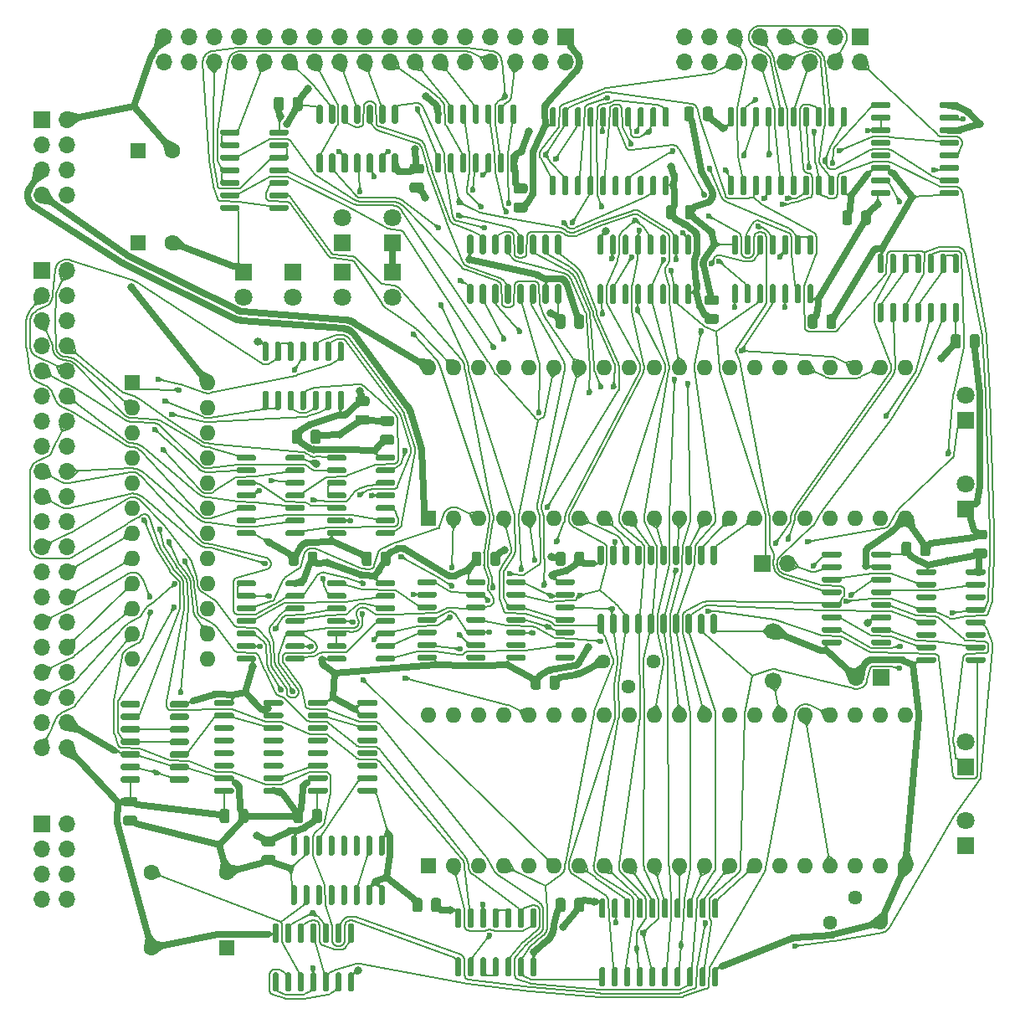
<source format=gbr>
%TF.GenerationSoftware,KiCad,Pcbnew,(5.1.9)-1*%
%TF.CreationDate,2021-11-05T22:54:20-04:00*%
%TF.ProjectId,main,6d61696e-2e6b-4696-9361-645f70636258,rev?*%
%TF.SameCoordinates,Original*%
%TF.FileFunction,Copper,L1,Top*%
%TF.FilePolarity,Positive*%
%FSLAX46Y46*%
G04 Gerber Fmt 4.6, Leading zero omitted, Abs format (unit mm)*
G04 Created by KiCad (PCBNEW (5.1.9)-1) date 2021-11-05 22:54:20*
%MOMM*%
%LPD*%
G01*
G04 APERTURE LIST*
%TA.AperFunction,ComponentPad*%
%ADD10C,1.700000*%
%TD*%
%TA.AperFunction,ComponentPad*%
%ADD11C,1.800000*%
%TD*%
%TA.AperFunction,ComponentPad*%
%ADD12R,1.800000X1.800000*%
%TD*%
%TA.AperFunction,ComponentPad*%
%ADD13C,1.440000*%
%TD*%
%TA.AperFunction,ComponentPad*%
%ADD14O,1.700000X1.700000*%
%TD*%
%TA.AperFunction,ComponentPad*%
%ADD15R,1.700000X1.700000*%
%TD*%
%TA.AperFunction,ComponentPad*%
%ADD16C,1.600000*%
%TD*%
%TA.AperFunction,ComponentPad*%
%ADD17R,1.600000X1.600000*%
%TD*%
%TA.AperFunction,ComponentPad*%
%ADD18O,1.600000X1.600000*%
%TD*%
%TA.AperFunction,ViaPad*%
%ADD19C,0.800000*%
%TD*%
%TA.AperFunction,ViaPad*%
%ADD20C,0.600000*%
%TD*%
%TA.AperFunction,Conductor*%
%ADD21C,0.200000*%
%TD*%
%TA.AperFunction,Conductor*%
%ADD22C,0.700000*%
%TD*%
G04 APERTURE END LIST*
%TO.P,U11,14*%
%TO.N,+5V*%
%TA.AperFunction,SMDPad,CuDef*%
G36*
G01*
X45569000Y-32027000D02*
X45569000Y-31727000D01*
G75*
G02*
X45719000Y-31577000I150000J0D01*
G01*
X47369000Y-31577000D01*
G75*
G02*
X47519000Y-31727000I0J-150000D01*
G01*
X47519000Y-32027000D01*
G75*
G02*
X47369000Y-32177000I-150000J0D01*
G01*
X45719000Y-32177000D01*
G75*
G02*
X45569000Y-32027000I0J150000D01*
G01*
G37*
%TD.AperFunction*%
%TO.P,U11,13*%
%TO.N,Net-(J2-Pad30)*%
%TA.AperFunction,SMDPad,CuDef*%
G36*
G01*
X45569000Y-33297000D02*
X45569000Y-32997000D01*
G75*
G02*
X45719000Y-32847000I150000J0D01*
G01*
X47369000Y-32847000D01*
G75*
G02*
X47519000Y-32997000I0J-150000D01*
G01*
X47519000Y-33297000D01*
G75*
G02*
X47369000Y-33447000I-150000J0D01*
G01*
X45719000Y-33447000D01*
G75*
G02*
X45569000Y-33297000I0J150000D01*
G01*
G37*
%TD.AperFunction*%
%TO.P,U11,12*%
%TA.AperFunction,SMDPad,CuDef*%
G36*
G01*
X45569000Y-34567000D02*
X45569000Y-34267000D01*
G75*
G02*
X45719000Y-34117000I150000J0D01*
G01*
X47369000Y-34117000D01*
G75*
G02*
X47519000Y-34267000I0J-150000D01*
G01*
X47519000Y-34567000D01*
G75*
G02*
X47369000Y-34717000I-150000J0D01*
G01*
X45719000Y-34717000D01*
G75*
G02*
X45569000Y-34567000I0J150000D01*
G01*
G37*
%TD.AperFunction*%
%TO.P,U11,11*%
%TO.N,Net-(U11-Pad11)*%
%TA.AperFunction,SMDPad,CuDef*%
G36*
G01*
X45569000Y-35837000D02*
X45569000Y-35537000D01*
G75*
G02*
X45719000Y-35387000I150000J0D01*
G01*
X47369000Y-35387000D01*
G75*
G02*
X47519000Y-35537000I0J-150000D01*
G01*
X47519000Y-35837000D01*
G75*
G02*
X47369000Y-35987000I-150000J0D01*
G01*
X45719000Y-35987000D01*
G75*
G02*
X45569000Y-35837000I0J150000D01*
G01*
G37*
%TD.AperFunction*%
%TO.P,U11,10*%
%TO.N,Net-(R3-Pad2)*%
%TA.AperFunction,SMDPad,CuDef*%
G36*
G01*
X45569000Y-37107000D02*
X45569000Y-36807000D01*
G75*
G02*
X45719000Y-36657000I150000J0D01*
G01*
X47369000Y-36657000D01*
G75*
G02*
X47519000Y-36807000I0J-150000D01*
G01*
X47519000Y-37107000D01*
G75*
G02*
X47369000Y-37257000I-150000J0D01*
G01*
X45719000Y-37257000D01*
G75*
G02*
X45569000Y-37107000I0J150000D01*
G01*
G37*
%TD.AperFunction*%
%TO.P,U11,9*%
%TO.N,Net-(R8-Pad2)*%
%TA.AperFunction,SMDPad,CuDef*%
G36*
G01*
X45569000Y-38377000D02*
X45569000Y-38077000D01*
G75*
G02*
X45719000Y-37927000I150000J0D01*
G01*
X47369000Y-37927000D01*
G75*
G02*
X47519000Y-38077000I0J-150000D01*
G01*
X47519000Y-38377000D01*
G75*
G02*
X47369000Y-38527000I-150000J0D01*
G01*
X45719000Y-38527000D01*
G75*
G02*
X45569000Y-38377000I0J150000D01*
G01*
G37*
%TD.AperFunction*%
%TO.P,U11,8*%
%TO.N,INTFLOP*%
%TA.AperFunction,SMDPad,CuDef*%
G36*
G01*
X45569000Y-39647000D02*
X45569000Y-39347000D01*
G75*
G02*
X45719000Y-39197000I150000J0D01*
G01*
X47369000Y-39197000D01*
G75*
G02*
X47519000Y-39347000I0J-150000D01*
G01*
X47519000Y-39647000D01*
G75*
G02*
X47369000Y-39797000I-150000J0D01*
G01*
X45719000Y-39797000D01*
G75*
G02*
X45569000Y-39647000I0J150000D01*
G01*
G37*
%TD.AperFunction*%
%TO.P,U11,7*%
%TO.N,GND*%
%TA.AperFunction,SMDPad,CuDef*%
G36*
G01*
X40619000Y-39647000D02*
X40619000Y-39347000D01*
G75*
G02*
X40769000Y-39197000I150000J0D01*
G01*
X42419000Y-39197000D01*
G75*
G02*
X42569000Y-39347000I0J-150000D01*
G01*
X42569000Y-39647000D01*
G75*
G02*
X42419000Y-39797000I-150000J0D01*
G01*
X40769000Y-39797000D01*
G75*
G02*
X40619000Y-39647000I0J150000D01*
G01*
G37*
%TD.AperFunction*%
%TO.P,U11,6*%
%TO.N,Net-(U11-Pad6)*%
%TA.AperFunction,SMDPad,CuDef*%
G36*
G01*
X40619000Y-38377000D02*
X40619000Y-38077000D01*
G75*
G02*
X40769000Y-37927000I150000J0D01*
G01*
X42419000Y-37927000D01*
G75*
G02*
X42569000Y-38077000I0J-150000D01*
G01*
X42569000Y-38377000D01*
G75*
G02*
X42419000Y-38527000I-150000J0D01*
G01*
X40769000Y-38527000D01*
G75*
G02*
X40619000Y-38377000I0J150000D01*
G01*
G37*
%TD.AperFunction*%
%TO.P,U11,5*%
%TO.N,Net-(J2-Pad8)*%
%TA.AperFunction,SMDPad,CuDef*%
G36*
G01*
X40619000Y-37107000D02*
X40619000Y-36807000D01*
G75*
G02*
X40769000Y-36657000I150000J0D01*
G01*
X42419000Y-36657000D01*
G75*
G02*
X42569000Y-36807000I0J-150000D01*
G01*
X42569000Y-37107000D01*
G75*
G02*
X42419000Y-37257000I-150000J0D01*
G01*
X40769000Y-37257000D01*
G75*
G02*
X40619000Y-37107000I0J150000D01*
G01*
G37*
%TD.AperFunction*%
%TO.P,U11,4*%
%TA.AperFunction,SMDPad,CuDef*%
G36*
G01*
X40619000Y-35837000D02*
X40619000Y-35537000D01*
G75*
G02*
X40769000Y-35387000I150000J0D01*
G01*
X42419000Y-35387000D01*
G75*
G02*
X42569000Y-35537000I0J-150000D01*
G01*
X42569000Y-35837000D01*
G75*
G02*
X42419000Y-35987000I-150000J0D01*
G01*
X40769000Y-35987000D01*
G75*
G02*
X40619000Y-35837000I0J150000D01*
G01*
G37*
%TD.AperFunction*%
%TO.P,U11,3*%
%TO.N,Net-(U11-Pad3)*%
%TA.AperFunction,SMDPad,CuDef*%
G36*
G01*
X40619000Y-34567000D02*
X40619000Y-34267000D01*
G75*
G02*
X40769000Y-34117000I150000J0D01*
G01*
X42419000Y-34117000D01*
G75*
G02*
X42569000Y-34267000I0J-150000D01*
G01*
X42569000Y-34567000D01*
G75*
G02*
X42419000Y-34717000I-150000J0D01*
G01*
X40769000Y-34717000D01*
G75*
G02*
X40619000Y-34567000I0J150000D01*
G01*
G37*
%TD.AperFunction*%
%TO.P,U11,2*%
%TO.N,Net-(J2-Pad26)*%
%TA.AperFunction,SMDPad,CuDef*%
G36*
G01*
X40619000Y-33297000D02*
X40619000Y-32997000D01*
G75*
G02*
X40769000Y-32847000I150000J0D01*
G01*
X42419000Y-32847000D01*
G75*
G02*
X42569000Y-32997000I0J-150000D01*
G01*
X42569000Y-33297000D01*
G75*
G02*
X42419000Y-33447000I-150000J0D01*
G01*
X40769000Y-33447000D01*
G75*
G02*
X40619000Y-33297000I0J150000D01*
G01*
G37*
%TD.AperFunction*%
%TO.P,U11,1*%
%TA.AperFunction,SMDPad,CuDef*%
G36*
G01*
X40619000Y-32027000D02*
X40619000Y-31727000D01*
G75*
G02*
X40769000Y-31577000I150000J0D01*
G01*
X42419000Y-31577000D01*
G75*
G02*
X42569000Y-31727000I0J-150000D01*
G01*
X42569000Y-32027000D01*
G75*
G02*
X42419000Y-32177000I-150000J0D01*
G01*
X40769000Y-32177000D01*
G75*
G02*
X40619000Y-32027000I0J150000D01*
G01*
G37*
%TD.AperFunction*%
%TD*%
%TO.P,U23,20*%
%TO.N,+5V*%
%TA.AperFunction,SMDPad,CuDef*%
G36*
G01*
X85565000Y-36257000D02*
X85865000Y-36257000D01*
G75*
G02*
X86015000Y-36407000I0J-150000D01*
G01*
X86015000Y-38082000D01*
G75*
G02*
X85865000Y-38232000I-150000J0D01*
G01*
X85565000Y-38232000D01*
G75*
G02*
X85415000Y-38082000I0J150000D01*
G01*
X85415000Y-36407000D01*
G75*
G02*
X85565000Y-36257000I150000J0D01*
G01*
G37*
%TD.AperFunction*%
%TO.P,U23,19*%
%TO.N,~PRINTREAD~*%
%TA.AperFunction,SMDPad,CuDef*%
G36*
G01*
X84295000Y-36257000D02*
X84595000Y-36257000D01*
G75*
G02*
X84745000Y-36407000I0J-150000D01*
G01*
X84745000Y-38082000D01*
G75*
G02*
X84595000Y-38232000I-150000J0D01*
G01*
X84295000Y-38232000D01*
G75*
G02*
X84145000Y-38082000I0J150000D01*
G01*
X84145000Y-36407000D01*
G75*
G02*
X84295000Y-36257000I150000J0D01*
G01*
G37*
%TD.AperFunction*%
%TO.P,U23,18*%
%TO.N,Net-(U23-Pad18)*%
%TA.AperFunction,SMDPad,CuDef*%
G36*
G01*
X83025000Y-36257000D02*
X83325000Y-36257000D01*
G75*
G02*
X83475000Y-36407000I0J-150000D01*
G01*
X83475000Y-38082000D01*
G75*
G02*
X83325000Y-38232000I-150000J0D01*
G01*
X83025000Y-38232000D01*
G75*
G02*
X82875000Y-38082000I0J150000D01*
G01*
X82875000Y-36407000D01*
G75*
G02*
X83025000Y-36257000I150000J0D01*
G01*
G37*
%TD.AperFunction*%
%TO.P,U23,17*%
%TO.N,Net-(J5-Pad5)*%
%TA.AperFunction,SMDPad,CuDef*%
G36*
G01*
X81755000Y-36257000D02*
X82055000Y-36257000D01*
G75*
G02*
X82205000Y-36407000I0J-150000D01*
G01*
X82205000Y-38082000D01*
G75*
G02*
X82055000Y-38232000I-150000J0D01*
G01*
X81755000Y-38232000D01*
G75*
G02*
X81605000Y-38082000I0J150000D01*
G01*
X81605000Y-36407000D01*
G75*
G02*
X81755000Y-36257000I150000J0D01*
G01*
G37*
%TD.AperFunction*%
%TO.P,U23,16*%
%TO.N,Net-(U23-Pad16)*%
%TA.AperFunction,SMDPad,CuDef*%
G36*
G01*
X80485000Y-36257000D02*
X80785000Y-36257000D01*
G75*
G02*
X80935000Y-36407000I0J-150000D01*
G01*
X80935000Y-38082000D01*
G75*
G02*
X80785000Y-38232000I-150000J0D01*
G01*
X80485000Y-38232000D01*
G75*
G02*
X80335000Y-38082000I0J150000D01*
G01*
X80335000Y-36407000D01*
G75*
G02*
X80485000Y-36257000I150000J0D01*
G01*
G37*
%TD.AperFunction*%
%TO.P,U23,15*%
%TO.N,Net-(J5-Pad14)*%
%TA.AperFunction,SMDPad,CuDef*%
G36*
G01*
X79215000Y-36257000D02*
X79515000Y-36257000D01*
G75*
G02*
X79665000Y-36407000I0J-150000D01*
G01*
X79665000Y-38082000D01*
G75*
G02*
X79515000Y-38232000I-150000J0D01*
G01*
X79215000Y-38232000D01*
G75*
G02*
X79065000Y-38082000I0J150000D01*
G01*
X79065000Y-36407000D01*
G75*
G02*
X79215000Y-36257000I150000J0D01*
G01*
G37*
%TD.AperFunction*%
%TO.P,U23,14*%
%TO.N,F_D6*%
%TA.AperFunction,SMDPad,CuDef*%
G36*
G01*
X77945000Y-36257000D02*
X78245000Y-36257000D01*
G75*
G02*
X78395000Y-36407000I0J-150000D01*
G01*
X78395000Y-38082000D01*
G75*
G02*
X78245000Y-38232000I-150000J0D01*
G01*
X77945000Y-38232000D01*
G75*
G02*
X77795000Y-38082000I0J150000D01*
G01*
X77795000Y-36407000D01*
G75*
G02*
X77945000Y-36257000I150000J0D01*
G01*
G37*
%TD.AperFunction*%
%TO.P,U23,13*%
%TO.N,Net-(J5-Pad13)*%
%TA.AperFunction,SMDPad,CuDef*%
G36*
G01*
X76675000Y-36257000D02*
X76975000Y-36257000D01*
G75*
G02*
X77125000Y-36407000I0J-150000D01*
G01*
X77125000Y-38082000D01*
G75*
G02*
X76975000Y-38232000I-150000J0D01*
G01*
X76675000Y-38232000D01*
G75*
G02*
X76525000Y-38082000I0J150000D01*
G01*
X76525000Y-36407000D01*
G75*
G02*
X76675000Y-36257000I150000J0D01*
G01*
G37*
%TD.AperFunction*%
%TO.P,U23,12*%
%TO.N,F_D7*%
%TA.AperFunction,SMDPad,CuDef*%
G36*
G01*
X75405000Y-36257000D02*
X75705000Y-36257000D01*
G75*
G02*
X75855000Y-36407000I0J-150000D01*
G01*
X75855000Y-38082000D01*
G75*
G02*
X75705000Y-38232000I-150000J0D01*
G01*
X75405000Y-38232000D01*
G75*
G02*
X75255000Y-38082000I0J150000D01*
G01*
X75255000Y-36407000D01*
G75*
G02*
X75405000Y-36257000I150000J0D01*
G01*
G37*
%TD.AperFunction*%
%TO.P,U23,11*%
%TO.N,Net-(J5-Pad12)*%
%TA.AperFunction,SMDPad,CuDef*%
G36*
G01*
X74135000Y-36257000D02*
X74435000Y-36257000D01*
G75*
G02*
X74585000Y-36407000I0J-150000D01*
G01*
X74585000Y-38082000D01*
G75*
G02*
X74435000Y-38232000I-150000J0D01*
G01*
X74135000Y-38232000D01*
G75*
G02*
X73985000Y-38082000I0J150000D01*
G01*
X73985000Y-36407000D01*
G75*
G02*
X74135000Y-36257000I150000J0D01*
G01*
G37*
%TD.AperFunction*%
%TO.P,U23,10*%
%TO.N,GND*%
%TA.AperFunction,SMDPad,CuDef*%
G36*
G01*
X74135000Y-29332000D02*
X74435000Y-29332000D01*
G75*
G02*
X74585000Y-29482000I0J-150000D01*
G01*
X74585000Y-31157000D01*
G75*
G02*
X74435000Y-31307000I-150000J0D01*
G01*
X74135000Y-31307000D01*
G75*
G02*
X73985000Y-31157000I0J150000D01*
G01*
X73985000Y-29482000D01*
G75*
G02*
X74135000Y-29332000I150000J0D01*
G01*
G37*
%TD.AperFunction*%
%TO.P,U23,9*%
%TO.N,F_D7*%
%TA.AperFunction,SMDPad,CuDef*%
G36*
G01*
X75405000Y-29332000D02*
X75705000Y-29332000D01*
G75*
G02*
X75855000Y-29482000I0J-150000D01*
G01*
X75855000Y-31157000D01*
G75*
G02*
X75705000Y-31307000I-150000J0D01*
G01*
X75405000Y-31307000D01*
G75*
G02*
X75255000Y-31157000I0J150000D01*
G01*
X75255000Y-29482000D01*
G75*
G02*
X75405000Y-29332000I150000J0D01*
G01*
G37*
%TD.AperFunction*%
%TO.P,U23,8*%
%TO.N,INTCLK*%
%TA.AperFunction,SMDPad,CuDef*%
G36*
G01*
X76675000Y-29332000D02*
X76975000Y-29332000D01*
G75*
G02*
X77125000Y-29482000I0J-150000D01*
G01*
X77125000Y-31157000D01*
G75*
G02*
X76975000Y-31307000I-150000J0D01*
G01*
X76675000Y-31307000D01*
G75*
G02*
X76525000Y-31157000I0J150000D01*
G01*
X76525000Y-29482000D01*
G75*
G02*
X76675000Y-29332000I150000J0D01*
G01*
G37*
%TD.AperFunction*%
%TO.P,U23,7*%
%TO.N,F_D6*%
%TA.AperFunction,SMDPad,CuDef*%
G36*
G01*
X77945000Y-29332000D02*
X78245000Y-29332000D01*
G75*
G02*
X78395000Y-29482000I0J-150000D01*
G01*
X78395000Y-31157000D01*
G75*
G02*
X78245000Y-31307000I-150000J0D01*
G01*
X77945000Y-31307000D01*
G75*
G02*
X77795000Y-31157000I0J150000D01*
G01*
X77795000Y-29482000D01*
G75*
G02*
X77945000Y-29332000I150000J0D01*
G01*
G37*
%TD.AperFunction*%
%TO.P,U23,6*%
%TO.N,INTFLOP*%
%TA.AperFunction,SMDPad,CuDef*%
G36*
G01*
X79215000Y-29332000D02*
X79515000Y-29332000D01*
G75*
G02*
X79665000Y-29482000I0J-150000D01*
G01*
X79665000Y-31157000D01*
G75*
G02*
X79515000Y-31307000I-150000J0D01*
G01*
X79215000Y-31307000D01*
G75*
G02*
X79065000Y-31157000I0J150000D01*
G01*
X79065000Y-29482000D01*
G75*
G02*
X79215000Y-29332000I150000J0D01*
G01*
G37*
%TD.AperFunction*%
%TO.P,U23,5*%
%TO.N,F_D5*%
%TA.AperFunction,SMDPad,CuDef*%
G36*
G01*
X80485000Y-29332000D02*
X80785000Y-29332000D01*
G75*
G02*
X80935000Y-29482000I0J-150000D01*
G01*
X80935000Y-31157000D01*
G75*
G02*
X80785000Y-31307000I-150000J0D01*
G01*
X80485000Y-31307000D01*
G75*
G02*
X80335000Y-31157000I0J150000D01*
G01*
X80335000Y-29482000D01*
G75*
G02*
X80485000Y-29332000I150000J0D01*
G01*
G37*
%TD.AperFunction*%
%TO.P,U23,4*%
%TO.N,Net-(R14-Pad2)*%
%TA.AperFunction,SMDPad,CuDef*%
G36*
G01*
X81755000Y-29332000D02*
X82055000Y-29332000D01*
G75*
G02*
X82205000Y-29482000I0J-150000D01*
G01*
X82205000Y-31157000D01*
G75*
G02*
X82055000Y-31307000I-150000J0D01*
G01*
X81755000Y-31307000D01*
G75*
G02*
X81605000Y-31157000I0J150000D01*
G01*
X81605000Y-29482000D01*
G75*
G02*
X81755000Y-29332000I150000J0D01*
G01*
G37*
%TD.AperFunction*%
%TO.P,U23,3*%
%TO.N,F_D4*%
%TA.AperFunction,SMDPad,CuDef*%
G36*
G01*
X83025000Y-29332000D02*
X83325000Y-29332000D01*
G75*
G02*
X83475000Y-29482000I0J-150000D01*
G01*
X83475000Y-31157000D01*
G75*
G02*
X83325000Y-31307000I-150000J0D01*
G01*
X83025000Y-31307000D01*
G75*
G02*
X82875000Y-31157000I0J150000D01*
G01*
X82875000Y-29482000D01*
G75*
G02*
X83025000Y-29332000I150000J0D01*
G01*
G37*
%TD.AperFunction*%
%TO.P,U23,2*%
%TO.N,Net-(R14-Pad2)*%
%TA.AperFunction,SMDPad,CuDef*%
G36*
G01*
X84295000Y-29332000D02*
X84595000Y-29332000D01*
G75*
G02*
X84745000Y-29482000I0J-150000D01*
G01*
X84745000Y-31157000D01*
G75*
G02*
X84595000Y-31307000I-150000J0D01*
G01*
X84295000Y-31307000D01*
G75*
G02*
X84145000Y-31157000I0J150000D01*
G01*
X84145000Y-29482000D01*
G75*
G02*
X84295000Y-29332000I150000J0D01*
G01*
G37*
%TD.AperFunction*%
%TO.P,U23,1*%
%TO.N,~37E0~*%
%TA.AperFunction,SMDPad,CuDef*%
G36*
G01*
X85565000Y-29332000D02*
X85865000Y-29332000D01*
G75*
G02*
X86015000Y-29482000I0J-150000D01*
G01*
X86015000Y-31157000D01*
G75*
G02*
X85865000Y-31307000I-150000J0D01*
G01*
X85565000Y-31307000D01*
G75*
G02*
X85415000Y-31157000I0J150000D01*
G01*
X85415000Y-29482000D01*
G75*
G02*
X85565000Y-29332000I150000J0D01*
G01*
G37*
%TD.AperFunction*%
%TD*%
%TO.P,U3,16*%
%TO.N,+5V*%
%TA.AperFunction,SMDPad,CuDef*%
G36*
G01*
X108439000Y-37857000D02*
X108439000Y-38157000D01*
G75*
G02*
X108289000Y-38307000I-150000J0D01*
G01*
X106614000Y-38307000D01*
G75*
G02*
X106464000Y-38157000I0J150000D01*
G01*
X106464000Y-37857000D01*
G75*
G02*
X106614000Y-37707000I150000J0D01*
G01*
X108289000Y-37707000D01*
G75*
G02*
X108439000Y-37857000I0J-150000D01*
G01*
G37*
%TD.AperFunction*%
%TO.P,U3,15*%
%TO.N,Net-(C15-Pad1)*%
%TA.AperFunction,SMDPad,CuDef*%
G36*
G01*
X108439000Y-36587000D02*
X108439000Y-36887000D01*
G75*
G02*
X108289000Y-37037000I-150000J0D01*
G01*
X106614000Y-37037000D01*
G75*
G02*
X106464000Y-36887000I0J150000D01*
G01*
X106464000Y-36587000D01*
G75*
G02*
X106614000Y-36437000I150000J0D01*
G01*
X108289000Y-36437000D01*
G75*
G02*
X108439000Y-36587000I0J-150000D01*
G01*
G37*
%TD.AperFunction*%
%TO.P,U3,14*%
%TO.N,GND*%
%TA.AperFunction,SMDPad,CuDef*%
G36*
G01*
X108439000Y-35317000D02*
X108439000Y-35617000D01*
G75*
G02*
X108289000Y-35767000I-150000J0D01*
G01*
X106614000Y-35767000D01*
G75*
G02*
X106464000Y-35617000I0J150000D01*
G01*
X106464000Y-35317000D01*
G75*
G02*
X106614000Y-35167000I150000J0D01*
G01*
X108289000Y-35167000D01*
G75*
G02*
X108439000Y-35317000I0J-150000D01*
G01*
G37*
%TD.AperFunction*%
%TO.P,U3,13*%
%TO.N,Net-(U3-Pad13)*%
%TA.AperFunction,SMDPad,CuDef*%
G36*
G01*
X108439000Y-34047000D02*
X108439000Y-34347000D01*
G75*
G02*
X108289000Y-34497000I-150000J0D01*
G01*
X106614000Y-34497000D01*
G75*
G02*
X106464000Y-34347000I0J150000D01*
G01*
X106464000Y-34047000D01*
G75*
G02*
X106614000Y-33897000I150000J0D01*
G01*
X108289000Y-33897000D01*
G75*
G02*
X108439000Y-34047000I0J-150000D01*
G01*
G37*
%TD.AperFunction*%
%TO.P,U3,12*%
%TO.N,Net-(U3-Pad12)*%
%TA.AperFunction,SMDPad,CuDef*%
G36*
G01*
X108439000Y-32777000D02*
X108439000Y-33077000D01*
G75*
G02*
X108289000Y-33227000I-150000J0D01*
G01*
X106614000Y-33227000D01*
G75*
G02*
X106464000Y-33077000I0J150000D01*
G01*
X106464000Y-32777000D01*
G75*
G02*
X106614000Y-32627000I150000J0D01*
G01*
X108289000Y-32627000D01*
G75*
G02*
X108439000Y-32777000I0J-150000D01*
G01*
G37*
%TD.AperFunction*%
%TO.P,U3,11*%
%TO.N,Net-(R2-Pad2)*%
%TA.AperFunction,SMDPad,CuDef*%
G36*
G01*
X108439000Y-31507000D02*
X108439000Y-31807000D01*
G75*
G02*
X108289000Y-31957000I-150000J0D01*
G01*
X106614000Y-31957000D01*
G75*
G02*
X106464000Y-31807000I0J150000D01*
G01*
X106464000Y-31507000D01*
G75*
G02*
X106614000Y-31357000I150000J0D01*
G01*
X108289000Y-31357000D01*
G75*
G02*
X108439000Y-31507000I0J-150000D01*
G01*
G37*
%TD.AperFunction*%
%TO.P,U3,10*%
%TA.AperFunction,SMDPad,CuDef*%
G36*
G01*
X108439000Y-30237000D02*
X108439000Y-30537000D01*
G75*
G02*
X108289000Y-30687000I-150000J0D01*
G01*
X106614000Y-30687000D01*
G75*
G02*
X106464000Y-30537000I0J150000D01*
G01*
X106464000Y-30237000D01*
G75*
G02*
X106614000Y-30087000I150000J0D01*
G01*
X108289000Y-30087000D01*
G75*
G02*
X108439000Y-30237000I0J-150000D01*
G01*
G37*
%TD.AperFunction*%
%TO.P,U3,9*%
%TO.N,DFL*%
%TA.AperFunction,SMDPad,CuDef*%
G36*
G01*
X108439000Y-28967000D02*
X108439000Y-29267000D01*
G75*
G02*
X108289000Y-29417000I-150000J0D01*
G01*
X106614000Y-29417000D01*
G75*
G02*
X106464000Y-29267000I0J150000D01*
G01*
X106464000Y-28967000D01*
G75*
G02*
X106614000Y-28817000I150000J0D01*
G01*
X108289000Y-28817000D01*
G75*
G02*
X108439000Y-28967000I0J-150000D01*
G01*
G37*
%TD.AperFunction*%
%TO.P,U3,8*%
%TO.N,GND*%
%TA.AperFunction,SMDPad,CuDef*%
G36*
G01*
X115364000Y-28967000D02*
X115364000Y-29267000D01*
G75*
G02*
X115214000Y-29417000I-150000J0D01*
G01*
X113539000Y-29417000D01*
G75*
G02*
X113389000Y-29267000I0J150000D01*
G01*
X113389000Y-28967000D01*
G75*
G02*
X113539000Y-28817000I150000J0D01*
G01*
X115214000Y-28817000D01*
G75*
G02*
X115364000Y-28967000I0J-150000D01*
G01*
G37*
%TD.AperFunction*%
%TO.P,U3,7*%
%TO.N,Net-(C45-Pad1)*%
%TA.AperFunction,SMDPad,CuDef*%
G36*
G01*
X115364000Y-30237000D02*
X115364000Y-30537000D01*
G75*
G02*
X115214000Y-30687000I-150000J0D01*
G01*
X113539000Y-30687000D01*
G75*
G02*
X113389000Y-30537000I0J150000D01*
G01*
X113389000Y-30237000D01*
G75*
G02*
X113539000Y-30087000I150000J0D01*
G01*
X115214000Y-30087000D01*
G75*
G02*
X115364000Y-30237000I0J-150000D01*
G01*
G37*
%TD.AperFunction*%
%TO.P,U3,6*%
%TO.N,GND*%
%TA.AperFunction,SMDPad,CuDef*%
G36*
G01*
X115364000Y-31507000D02*
X115364000Y-31807000D01*
G75*
G02*
X115214000Y-31957000I-150000J0D01*
G01*
X113539000Y-31957000D01*
G75*
G02*
X113389000Y-31807000I0J150000D01*
G01*
X113389000Y-31507000D01*
G75*
G02*
X113539000Y-31357000I150000J0D01*
G01*
X115214000Y-31357000D01*
G75*
G02*
X115364000Y-31507000I0J-150000D01*
G01*
G37*
%TD.AperFunction*%
%TO.P,U3,5*%
%TO.N,MOTOR*%
%TA.AperFunction,SMDPad,CuDef*%
G36*
G01*
X115364000Y-32777000D02*
X115364000Y-33077000D01*
G75*
G02*
X115214000Y-33227000I-150000J0D01*
G01*
X113539000Y-33227000D01*
G75*
G02*
X113389000Y-33077000I0J150000D01*
G01*
X113389000Y-32777000D01*
G75*
G02*
X113539000Y-32627000I150000J0D01*
G01*
X115214000Y-32627000D01*
G75*
G02*
X115364000Y-32777000I0J-150000D01*
G01*
G37*
%TD.AperFunction*%
%TO.P,U3,4*%
%TO.N,Net-(J5-Pad2)*%
%TA.AperFunction,SMDPad,CuDef*%
G36*
G01*
X115364000Y-34047000D02*
X115364000Y-34347000D01*
G75*
G02*
X115214000Y-34497000I-150000J0D01*
G01*
X113539000Y-34497000D01*
G75*
G02*
X113389000Y-34347000I0J150000D01*
G01*
X113389000Y-34047000D01*
G75*
G02*
X113539000Y-33897000I150000J0D01*
G01*
X115214000Y-33897000D01*
G75*
G02*
X115364000Y-34047000I0J-150000D01*
G01*
G37*
%TD.AperFunction*%
%TO.P,U3,3*%
%TO.N,Net-(R15-Pad2)*%
%TA.AperFunction,SMDPad,CuDef*%
G36*
G01*
X115364000Y-35317000D02*
X115364000Y-35617000D01*
G75*
G02*
X115214000Y-35767000I-150000J0D01*
G01*
X113539000Y-35767000D01*
G75*
G02*
X113389000Y-35617000I0J150000D01*
G01*
X113389000Y-35317000D01*
G75*
G02*
X113539000Y-35167000I150000J0D01*
G01*
X115214000Y-35167000D01*
G75*
G02*
X115364000Y-35317000I0J-150000D01*
G01*
G37*
%TD.AperFunction*%
%TO.P,U3,2*%
%TO.N,~PRINTWRITE~*%
%TA.AperFunction,SMDPad,CuDef*%
G36*
G01*
X115364000Y-36587000D02*
X115364000Y-36887000D01*
G75*
G02*
X115214000Y-37037000I-150000J0D01*
G01*
X113539000Y-37037000D01*
G75*
G02*
X113389000Y-36887000I0J150000D01*
G01*
X113389000Y-36587000D01*
G75*
G02*
X113539000Y-36437000I150000J0D01*
G01*
X115214000Y-36437000D01*
G75*
G02*
X115364000Y-36587000I0J-150000D01*
G01*
G37*
%TD.AperFunction*%
%TO.P,U3,1*%
%TO.N,GND*%
%TA.AperFunction,SMDPad,CuDef*%
G36*
G01*
X115364000Y-37857000D02*
X115364000Y-38157000D01*
G75*
G02*
X115214000Y-38307000I-150000J0D01*
G01*
X113539000Y-38307000D01*
G75*
G02*
X113389000Y-38157000I0J150000D01*
G01*
X113389000Y-37857000D01*
G75*
G02*
X113539000Y-37707000I150000J0D01*
G01*
X115214000Y-37707000D01*
G75*
G02*
X115364000Y-37857000I0J-150000D01*
G01*
G37*
%TD.AperFunction*%
%TD*%
D10*
%TO.P,C44,2*%
%TO.N,GND*%
X96600000Y-82300000D03*
%TO.P,C44,1*%
%TO.N,Net-(C12-Pad2)*%
X96600000Y-87300000D03*
%TD*%
%TO.P,C43,2*%
%TO.N,GND*%
%TA.AperFunction,SMDPad,CuDef*%
G36*
G01*
X101950000Y-51475000D02*
X101950000Y-50525000D01*
G75*
G02*
X102200000Y-50275000I250000J0D01*
G01*
X102700000Y-50275000D01*
G75*
G02*
X102950000Y-50525000I0J-250000D01*
G01*
X102950000Y-51475000D01*
G75*
G02*
X102700000Y-51725000I-250000J0D01*
G01*
X102200000Y-51725000D01*
G75*
G02*
X101950000Y-51475000I0J250000D01*
G01*
G37*
%TD.AperFunction*%
%TO.P,C43,1*%
%TO.N,+5V*%
%TA.AperFunction,SMDPad,CuDef*%
G36*
G01*
X100050000Y-51475000D02*
X100050000Y-50525000D01*
G75*
G02*
X100300000Y-50275000I250000J0D01*
G01*
X100800000Y-50275000D01*
G75*
G02*
X101050000Y-50525000I0J-250000D01*
G01*
X101050000Y-51475000D01*
G75*
G02*
X100800000Y-51725000I-250000J0D01*
G01*
X100300000Y-51725000D01*
G75*
G02*
X100050000Y-51475000I0J250000D01*
G01*
G37*
%TD.AperFunction*%
%TD*%
%TO.P,C41,2*%
%TO.N,GND*%
%TA.AperFunction,SMDPad,CuDef*%
G36*
G01*
X87639900Y-40427400D02*
X87639900Y-39477400D01*
G75*
G02*
X87889900Y-39227400I250000J0D01*
G01*
X88389900Y-39227400D01*
G75*
G02*
X88639900Y-39477400I0J-250000D01*
G01*
X88639900Y-40427400D01*
G75*
G02*
X88389900Y-40677400I-250000J0D01*
G01*
X87889900Y-40677400D01*
G75*
G02*
X87639900Y-40427400I0J250000D01*
G01*
G37*
%TD.AperFunction*%
%TO.P,C41,1*%
%TO.N,+5V*%
%TA.AperFunction,SMDPad,CuDef*%
G36*
G01*
X85739900Y-40427400D02*
X85739900Y-39477400D01*
G75*
G02*
X85989900Y-39227400I250000J0D01*
G01*
X86489900Y-39227400D01*
G75*
G02*
X86739900Y-39477400I0J-250000D01*
G01*
X86739900Y-40427400D01*
G75*
G02*
X86489900Y-40677400I-250000J0D01*
G01*
X85989900Y-40677400D01*
G75*
G02*
X85739900Y-40427400I0J250000D01*
G01*
G37*
%TD.AperFunction*%
%TD*%
%TO.P,C39,2*%
%TO.N,GND*%
%TA.AperFunction,SMDPad,CuDef*%
G36*
G01*
X47950000Y-29475000D02*
X47950000Y-28525000D01*
G75*
G02*
X48200000Y-28275000I250000J0D01*
G01*
X48700000Y-28275000D01*
G75*
G02*
X48950000Y-28525000I0J-250000D01*
G01*
X48950000Y-29475000D01*
G75*
G02*
X48700000Y-29725000I-250000J0D01*
G01*
X48200000Y-29725000D01*
G75*
G02*
X47950000Y-29475000I0J250000D01*
G01*
G37*
%TD.AperFunction*%
%TO.P,C39,1*%
%TO.N,+5V*%
%TA.AperFunction,SMDPad,CuDef*%
G36*
G01*
X46050000Y-29475000D02*
X46050000Y-28525000D01*
G75*
G02*
X46300000Y-28275000I250000J0D01*
G01*
X46800000Y-28275000D01*
G75*
G02*
X47050000Y-28525000I0J-250000D01*
G01*
X47050000Y-29475000D01*
G75*
G02*
X46800000Y-29725000I-250000J0D01*
G01*
X46300000Y-29725000D01*
G75*
G02*
X46050000Y-29475000I0J250000D01*
G01*
G37*
%TD.AperFunction*%
%TD*%
%TO.P,C38,2*%
%TO.N,GND*%
%TA.AperFunction,SMDPad,CuDef*%
G36*
G01*
X60025000Y-36950000D02*
X60975000Y-36950000D01*
G75*
G02*
X61225000Y-37200000I0J-250000D01*
G01*
X61225000Y-37700000D01*
G75*
G02*
X60975000Y-37950000I-250000J0D01*
G01*
X60025000Y-37950000D01*
G75*
G02*
X59775000Y-37700000I0J250000D01*
G01*
X59775000Y-37200000D01*
G75*
G02*
X60025000Y-36950000I250000J0D01*
G01*
G37*
%TD.AperFunction*%
%TO.P,C38,1*%
%TO.N,+5V*%
%TA.AperFunction,SMDPad,CuDef*%
G36*
G01*
X60025000Y-35050000D02*
X60975000Y-35050000D01*
G75*
G02*
X61225000Y-35300000I0J-250000D01*
G01*
X61225000Y-35800000D01*
G75*
G02*
X60975000Y-36050000I-250000J0D01*
G01*
X60025000Y-36050000D01*
G75*
G02*
X59775000Y-35800000I0J250000D01*
G01*
X59775000Y-35300000D01*
G75*
G02*
X60025000Y-35050000I250000J0D01*
G01*
G37*
%TD.AperFunction*%
%TD*%
%TO.P,C37,2*%
%TO.N,GND*%
%TA.AperFunction,SMDPad,CuDef*%
G36*
G01*
X88550000Y-29525000D02*
X88550000Y-30475000D01*
G75*
G02*
X88300000Y-30725000I-250000J0D01*
G01*
X87800000Y-30725000D01*
G75*
G02*
X87550000Y-30475000I0J250000D01*
G01*
X87550000Y-29525000D01*
G75*
G02*
X87800000Y-29275000I250000J0D01*
G01*
X88300000Y-29275000D01*
G75*
G02*
X88550000Y-29525000I0J-250000D01*
G01*
G37*
%TD.AperFunction*%
%TO.P,C37,1*%
%TO.N,+5V*%
%TA.AperFunction,SMDPad,CuDef*%
G36*
G01*
X90450000Y-29525000D02*
X90450000Y-30475000D01*
G75*
G02*
X90200000Y-30725000I-250000J0D01*
G01*
X89700000Y-30725000D01*
G75*
G02*
X89450000Y-30475000I0J250000D01*
G01*
X89450000Y-29525000D01*
G75*
G02*
X89700000Y-29275000I250000J0D01*
G01*
X90200000Y-29275000D01*
G75*
G02*
X90450000Y-29525000I0J-250000D01*
G01*
G37*
%TD.AperFunction*%
%TD*%
%TO.P,C36,2*%
%TO.N,GND*%
%TA.AperFunction,SMDPad,CuDef*%
G36*
G01*
X70525000Y-38950000D02*
X71475000Y-38950000D01*
G75*
G02*
X71725000Y-39200000I0J-250000D01*
G01*
X71725000Y-39700000D01*
G75*
G02*
X71475000Y-39950000I-250000J0D01*
G01*
X70525000Y-39950000D01*
G75*
G02*
X70275000Y-39700000I0J250000D01*
G01*
X70275000Y-39200000D01*
G75*
G02*
X70525000Y-38950000I250000J0D01*
G01*
G37*
%TD.AperFunction*%
%TO.P,C36,1*%
%TO.N,+5V*%
%TA.AperFunction,SMDPad,CuDef*%
G36*
G01*
X70525000Y-37050000D02*
X71475000Y-37050000D01*
G75*
G02*
X71725000Y-37300000I0J-250000D01*
G01*
X71725000Y-37800000D01*
G75*
G02*
X71475000Y-38050000I-250000J0D01*
G01*
X70525000Y-38050000D01*
G75*
G02*
X70275000Y-37800000I0J250000D01*
G01*
X70275000Y-37300000D01*
G75*
G02*
X70525000Y-37050000I250000J0D01*
G01*
G37*
%TD.AperFunction*%
%TD*%
%TO.P,C35,2*%
%TO.N,GND*%
%TA.AperFunction,SMDPad,CuDef*%
G36*
G01*
X104550000Y-40025000D02*
X104550000Y-40975000D01*
G75*
G02*
X104300000Y-41225000I-250000J0D01*
G01*
X103800000Y-41225000D01*
G75*
G02*
X103550000Y-40975000I0J250000D01*
G01*
X103550000Y-40025000D01*
G75*
G02*
X103800000Y-39775000I250000J0D01*
G01*
X104300000Y-39775000D01*
G75*
G02*
X104550000Y-40025000I0J-250000D01*
G01*
G37*
%TD.AperFunction*%
%TO.P,C35,1*%
%TO.N,+5V*%
%TA.AperFunction,SMDPad,CuDef*%
G36*
G01*
X106450000Y-40025000D02*
X106450000Y-40975000D01*
G75*
G02*
X106200000Y-41225000I-250000J0D01*
G01*
X105700000Y-41225000D01*
G75*
G02*
X105450000Y-40975000I0J250000D01*
G01*
X105450000Y-40025000D01*
G75*
G02*
X105700000Y-39775000I250000J0D01*
G01*
X106200000Y-39775000D01*
G75*
G02*
X106450000Y-40025000I0J-250000D01*
G01*
G37*
%TD.AperFunction*%
%TD*%
%TO.P,C34,2*%
%TO.N,GND*%
%TA.AperFunction,SMDPad,CuDef*%
G36*
G01*
X90818400Y-49329900D02*
X89868400Y-49329900D01*
G75*
G02*
X89618400Y-49079900I0J250000D01*
G01*
X89618400Y-48579900D01*
G75*
G02*
X89868400Y-48329900I250000J0D01*
G01*
X90818400Y-48329900D01*
G75*
G02*
X91068400Y-48579900I0J-250000D01*
G01*
X91068400Y-49079900D01*
G75*
G02*
X90818400Y-49329900I-250000J0D01*
G01*
G37*
%TD.AperFunction*%
%TO.P,C34,1*%
%TO.N,+5V*%
%TA.AperFunction,SMDPad,CuDef*%
G36*
G01*
X90818400Y-51229900D02*
X89868400Y-51229900D01*
G75*
G02*
X89618400Y-50979900I0J250000D01*
G01*
X89618400Y-50479900D01*
G75*
G02*
X89868400Y-50229900I250000J0D01*
G01*
X90818400Y-50229900D01*
G75*
G02*
X91068400Y-50479900I0J-250000D01*
G01*
X91068400Y-50979900D01*
G75*
G02*
X90818400Y-51229900I-250000J0D01*
G01*
G37*
%TD.AperFunction*%
%TD*%
%TO.P,U30,14*%
%TO.N,+5V*%
%TA.AperFunction,SMDPad,CuDef*%
G36*
G01*
X64840000Y-112292000D02*
X64540000Y-112292000D01*
G75*
G02*
X64390000Y-112142000I0J150000D01*
G01*
X64390000Y-110492000D01*
G75*
G02*
X64540000Y-110342000I150000J0D01*
G01*
X64840000Y-110342000D01*
G75*
G02*
X64990000Y-110492000I0J-150000D01*
G01*
X64990000Y-112142000D01*
G75*
G02*
X64840000Y-112292000I-150000J0D01*
G01*
G37*
%TD.AperFunction*%
%TO.P,U30,13*%
%TO.N,~F_WRITE~*%
%TA.AperFunction,SMDPad,CuDef*%
G36*
G01*
X66110000Y-112292000D02*
X65810000Y-112292000D01*
G75*
G02*
X65660000Y-112142000I0J150000D01*
G01*
X65660000Y-110492000D01*
G75*
G02*
X65810000Y-110342000I150000J0D01*
G01*
X66110000Y-110342000D01*
G75*
G02*
X66260000Y-110492000I0J-150000D01*
G01*
X66260000Y-112142000D01*
G75*
G02*
X66110000Y-112292000I-150000J0D01*
G01*
G37*
%TD.AperFunction*%
%TO.P,U30,12*%
%TO.N,~F_OUT~*%
%TA.AperFunction,SMDPad,CuDef*%
G36*
G01*
X67380000Y-112292000D02*
X67080000Y-112292000D01*
G75*
G02*
X66930000Y-112142000I0J150000D01*
G01*
X66930000Y-110492000D01*
G75*
G02*
X67080000Y-110342000I150000J0D01*
G01*
X67380000Y-110342000D01*
G75*
G02*
X67530000Y-110492000I0J-150000D01*
G01*
X67530000Y-112142000D01*
G75*
G02*
X67380000Y-112292000I-150000J0D01*
G01*
G37*
%TD.AperFunction*%
%TO.P,U30,11*%
%TO.N,Net-(U30-Pad10)*%
%TA.AperFunction,SMDPad,CuDef*%
G36*
G01*
X68650000Y-112292000D02*
X68350000Y-112292000D01*
G75*
G02*
X68200000Y-112142000I0J150000D01*
G01*
X68200000Y-110492000D01*
G75*
G02*
X68350000Y-110342000I150000J0D01*
G01*
X68650000Y-110342000D01*
G75*
G02*
X68800000Y-110492000I0J-150000D01*
G01*
X68800000Y-112142000D01*
G75*
G02*
X68650000Y-112292000I-150000J0D01*
G01*
G37*
%TD.AperFunction*%
%TO.P,U30,10*%
%TA.AperFunction,SMDPad,CuDef*%
G36*
G01*
X69920000Y-112292000D02*
X69620000Y-112292000D01*
G75*
G02*
X69470000Y-112142000I0J150000D01*
G01*
X69470000Y-110492000D01*
G75*
G02*
X69620000Y-110342000I150000J0D01*
G01*
X69920000Y-110342000D01*
G75*
G02*
X70070000Y-110492000I0J-150000D01*
G01*
X70070000Y-112142000D01*
G75*
G02*
X69920000Y-112292000I-150000J0D01*
G01*
G37*
%TD.AperFunction*%
%TO.P,U30,9*%
%TO.N,FLOP*%
%TA.AperFunction,SMDPad,CuDef*%
G36*
G01*
X71190000Y-112292000D02*
X70890000Y-112292000D01*
G75*
G02*
X70740000Y-112142000I0J150000D01*
G01*
X70740000Y-110492000D01*
G75*
G02*
X70890000Y-110342000I150000J0D01*
G01*
X71190000Y-110342000D01*
G75*
G02*
X71340000Y-110492000I0J-150000D01*
G01*
X71340000Y-112142000D01*
G75*
G02*
X71190000Y-112292000I-150000J0D01*
G01*
G37*
%TD.AperFunction*%
%TO.P,U30,8*%
%TO.N,Net-(U16-Pad2)*%
%TA.AperFunction,SMDPad,CuDef*%
G36*
G01*
X72460000Y-112292000D02*
X72160000Y-112292000D01*
G75*
G02*
X72010000Y-112142000I0J150000D01*
G01*
X72010000Y-110492000D01*
G75*
G02*
X72160000Y-110342000I150000J0D01*
G01*
X72460000Y-110342000D01*
G75*
G02*
X72610000Y-110492000I0J-150000D01*
G01*
X72610000Y-112142000D01*
G75*
G02*
X72460000Y-112292000I-150000J0D01*
G01*
G37*
%TD.AperFunction*%
%TO.P,U30,7*%
%TO.N,GND*%
%TA.AperFunction,SMDPad,CuDef*%
G36*
G01*
X72460000Y-117242000D02*
X72160000Y-117242000D01*
G75*
G02*
X72010000Y-117092000I0J150000D01*
G01*
X72010000Y-115442000D01*
G75*
G02*
X72160000Y-115292000I150000J0D01*
G01*
X72460000Y-115292000D01*
G75*
G02*
X72610000Y-115442000I0J-150000D01*
G01*
X72610000Y-117092000D01*
G75*
G02*
X72460000Y-117242000I-150000J0D01*
G01*
G37*
%TD.AperFunction*%
%TO.P,U30,6*%
%TO.N,Net-(U16-Pad4)*%
%TA.AperFunction,SMDPad,CuDef*%
G36*
G01*
X71190000Y-117242000D02*
X70890000Y-117242000D01*
G75*
G02*
X70740000Y-117092000I0J150000D01*
G01*
X70740000Y-115442000D01*
G75*
G02*
X70890000Y-115292000I150000J0D01*
G01*
X71190000Y-115292000D01*
G75*
G02*
X71340000Y-115442000I0J-150000D01*
G01*
X71340000Y-117092000D01*
G75*
G02*
X71190000Y-117242000I-150000J0D01*
G01*
G37*
%TD.AperFunction*%
%TO.P,U30,5*%
%TO.N,FLOP*%
%TA.AperFunction,SMDPad,CuDef*%
G36*
G01*
X69920000Y-117242000D02*
X69620000Y-117242000D01*
G75*
G02*
X69470000Y-117092000I0J150000D01*
G01*
X69470000Y-115442000D01*
G75*
G02*
X69620000Y-115292000I150000J0D01*
G01*
X69920000Y-115292000D01*
G75*
G02*
X70070000Y-115442000I0J-150000D01*
G01*
X70070000Y-117092000D01*
G75*
G02*
X69920000Y-117242000I-150000J0D01*
G01*
G37*
%TD.AperFunction*%
%TO.P,U30,4*%
%TO.N,Net-(U30-Pad3)*%
%TA.AperFunction,SMDPad,CuDef*%
G36*
G01*
X68650000Y-117242000D02*
X68350000Y-117242000D01*
G75*
G02*
X68200000Y-117092000I0J150000D01*
G01*
X68200000Y-115442000D01*
G75*
G02*
X68350000Y-115292000I150000J0D01*
G01*
X68650000Y-115292000D01*
G75*
G02*
X68800000Y-115442000I0J-150000D01*
G01*
X68800000Y-117092000D01*
G75*
G02*
X68650000Y-117242000I-150000J0D01*
G01*
G37*
%TD.AperFunction*%
%TO.P,U30,3*%
%TA.AperFunction,SMDPad,CuDef*%
G36*
G01*
X67380000Y-117242000D02*
X67080000Y-117242000D01*
G75*
G02*
X66930000Y-117092000I0J150000D01*
G01*
X66930000Y-115442000D01*
G75*
G02*
X67080000Y-115292000I150000J0D01*
G01*
X67380000Y-115292000D01*
G75*
G02*
X67530000Y-115442000I0J-150000D01*
G01*
X67530000Y-117092000D01*
G75*
G02*
X67380000Y-117242000I-150000J0D01*
G01*
G37*
%TD.AperFunction*%
%TO.P,U30,2*%
%TO.N,~F_READ~*%
%TA.AperFunction,SMDPad,CuDef*%
G36*
G01*
X66110000Y-117242000D02*
X65810000Y-117242000D01*
G75*
G02*
X65660000Y-117092000I0J150000D01*
G01*
X65660000Y-115442000D01*
G75*
G02*
X65810000Y-115292000I150000J0D01*
G01*
X66110000Y-115292000D01*
G75*
G02*
X66260000Y-115442000I0J-150000D01*
G01*
X66260000Y-117092000D01*
G75*
G02*
X66110000Y-117242000I-150000J0D01*
G01*
G37*
%TD.AperFunction*%
%TO.P,U30,1*%
%TO.N,~F_IN~*%
%TA.AperFunction,SMDPad,CuDef*%
G36*
G01*
X64840000Y-117242000D02*
X64540000Y-117242000D01*
G75*
G02*
X64390000Y-117092000I0J150000D01*
G01*
X64390000Y-115442000D01*
G75*
G02*
X64540000Y-115292000I150000J0D01*
G01*
X64840000Y-115292000D01*
G75*
G02*
X64990000Y-115442000I0J-150000D01*
G01*
X64990000Y-117092000D01*
G75*
G02*
X64840000Y-117242000I-150000J0D01*
G01*
G37*
%TD.AperFunction*%
%TD*%
%TO.P,U26,14*%
%TO.N,+5V*%
%TA.AperFunction,SMDPad,CuDef*%
G36*
G01*
X100180000Y-47220000D02*
X100480000Y-47220000D01*
G75*
G02*
X100630000Y-47370000I0J-150000D01*
G01*
X100630000Y-49020000D01*
G75*
G02*
X100480000Y-49170000I-150000J0D01*
G01*
X100180000Y-49170000D01*
G75*
G02*
X100030000Y-49020000I0J150000D01*
G01*
X100030000Y-47370000D01*
G75*
G02*
X100180000Y-47220000I150000J0D01*
G01*
G37*
%TD.AperFunction*%
%TO.P,U26,13*%
%TO.N,Net-(U26-Pad13)*%
%TA.AperFunction,SMDPad,CuDef*%
G36*
G01*
X98910000Y-47220000D02*
X99210000Y-47220000D01*
G75*
G02*
X99360000Y-47370000I0J-150000D01*
G01*
X99360000Y-49020000D01*
G75*
G02*
X99210000Y-49170000I-150000J0D01*
G01*
X98910000Y-49170000D01*
G75*
G02*
X98760000Y-49020000I0J150000D01*
G01*
X98760000Y-47370000D01*
G75*
G02*
X98910000Y-47220000I150000J0D01*
G01*
G37*
%TD.AperFunction*%
%TO.P,U26,12*%
%TO.N,Net-(U26-Pad12)*%
%TA.AperFunction,SMDPad,CuDef*%
G36*
G01*
X97640000Y-47220000D02*
X97940000Y-47220000D01*
G75*
G02*
X98090000Y-47370000I0J-150000D01*
G01*
X98090000Y-49020000D01*
G75*
G02*
X97940000Y-49170000I-150000J0D01*
G01*
X97640000Y-49170000D01*
G75*
G02*
X97490000Y-49020000I0J150000D01*
G01*
X97490000Y-47370000D01*
G75*
G02*
X97640000Y-47220000I150000J0D01*
G01*
G37*
%TD.AperFunction*%
%TO.P,U26,11*%
%TO.N,Net-(U16-Pad32)*%
%TA.AperFunction,SMDPad,CuDef*%
G36*
G01*
X96370000Y-47220000D02*
X96670000Y-47220000D01*
G75*
G02*
X96820000Y-47370000I0J-150000D01*
G01*
X96820000Y-49020000D01*
G75*
G02*
X96670000Y-49170000I-150000J0D01*
G01*
X96370000Y-49170000D01*
G75*
G02*
X96220000Y-49020000I0J150000D01*
G01*
X96220000Y-47370000D01*
G75*
G02*
X96370000Y-47220000I150000J0D01*
G01*
G37*
%TD.AperFunction*%
%TO.P,U26,10*%
%TO.N,D3*%
%TA.AperFunction,SMDPad,CuDef*%
G36*
G01*
X95100000Y-47220000D02*
X95400000Y-47220000D01*
G75*
G02*
X95550000Y-47370000I0J-150000D01*
G01*
X95550000Y-49020000D01*
G75*
G02*
X95400000Y-49170000I-150000J0D01*
G01*
X95100000Y-49170000D01*
G75*
G02*
X94950000Y-49020000I0J150000D01*
G01*
X94950000Y-47370000D01*
G75*
G02*
X95100000Y-47220000I150000J0D01*
G01*
G37*
%TD.AperFunction*%
%TO.P,U26,9*%
%TO.N,D2*%
%TA.AperFunction,SMDPad,CuDef*%
G36*
G01*
X93830000Y-47220000D02*
X94130000Y-47220000D01*
G75*
G02*
X94280000Y-47370000I0J-150000D01*
G01*
X94280000Y-49020000D01*
G75*
G02*
X94130000Y-49170000I-150000J0D01*
G01*
X93830000Y-49170000D01*
G75*
G02*
X93680000Y-49020000I0J150000D01*
G01*
X93680000Y-47370000D01*
G75*
G02*
X93830000Y-47220000I150000J0D01*
G01*
G37*
%TD.AperFunction*%
%TO.P,U26,8*%
%TO.N,Net-(U26-Pad12)*%
%TA.AperFunction,SMDPad,CuDef*%
G36*
G01*
X92560000Y-47220000D02*
X92860000Y-47220000D01*
G75*
G02*
X93010000Y-47370000I0J-150000D01*
G01*
X93010000Y-49020000D01*
G75*
G02*
X92860000Y-49170000I-150000J0D01*
G01*
X92560000Y-49170000D01*
G75*
G02*
X92410000Y-49020000I0J150000D01*
G01*
X92410000Y-47370000D01*
G75*
G02*
X92560000Y-47220000I150000J0D01*
G01*
G37*
%TD.AperFunction*%
%TO.P,U26,7*%
%TO.N,GND*%
%TA.AperFunction,SMDPad,CuDef*%
G36*
G01*
X92560000Y-42270000D02*
X92860000Y-42270000D01*
G75*
G02*
X93010000Y-42420000I0J-150000D01*
G01*
X93010000Y-44070000D01*
G75*
G02*
X92860000Y-44220000I-150000J0D01*
G01*
X92560000Y-44220000D01*
G75*
G02*
X92410000Y-44070000I0J150000D01*
G01*
X92410000Y-42420000D01*
G75*
G02*
X92560000Y-42270000I150000J0D01*
G01*
G37*
%TD.AperFunction*%
%TO.P,U26,6*%
%TO.N,Net-(U26-Pad13)*%
%TA.AperFunction,SMDPad,CuDef*%
G36*
G01*
X93830000Y-42270000D02*
X94130000Y-42270000D01*
G75*
G02*
X94280000Y-42420000I0J-150000D01*
G01*
X94280000Y-44070000D01*
G75*
G02*
X94130000Y-44220000I-150000J0D01*
G01*
X93830000Y-44220000D01*
G75*
G02*
X93680000Y-44070000I0J150000D01*
G01*
X93680000Y-42420000D01*
G75*
G02*
X93830000Y-42270000I150000J0D01*
G01*
G37*
%TD.AperFunction*%
%TO.P,U26,5*%
%TO.N,D1*%
%TA.AperFunction,SMDPad,CuDef*%
G36*
G01*
X95100000Y-42270000D02*
X95400000Y-42270000D01*
G75*
G02*
X95550000Y-42420000I0J-150000D01*
G01*
X95550000Y-44070000D01*
G75*
G02*
X95400000Y-44220000I-150000J0D01*
G01*
X95100000Y-44220000D01*
G75*
G02*
X94950000Y-44070000I0J150000D01*
G01*
X94950000Y-42420000D01*
G75*
G02*
X95100000Y-42270000I150000J0D01*
G01*
G37*
%TD.AperFunction*%
%TO.P,U26,4*%
%TO.N,D0*%
%TA.AperFunction,SMDPad,CuDef*%
G36*
G01*
X96370000Y-42270000D02*
X96670000Y-42270000D01*
G75*
G02*
X96820000Y-42420000I0J-150000D01*
G01*
X96820000Y-44070000D01*
G75*
G02*
X96670000Y-44220000I-150000J0D01*
G01*
X96370000Y-44220000D01*
G75*
G02*
X96220000Y-44070000I0J150000D01*
G01*
X96220000Y-42420000D01*
G75*
G02*
X96370000Y-42270000I150000J0D01*
G01*
G37*
%TD.AperFunction*%
%TO.P,U26,3*%
%TO.N,Net-(U16-Pad36)*%
%TA.AperFunction,SMDPad,CuDef*%
G36*
G01*
X97640000Y-42270000D02*
X97940000Y-42270000D01*
G75*
G02*
X98090000Y-42420000I0J-150000D01*
G01*
X98090000Y-44070000D01*
G75*
G02*
X97940000Y-44220000I-150000J0D01*
G01*
X97640000Y-44220000D01*
G75*
G02*
X97490000Y-44070000I0J150000D01*
G01*
X97490000Y-42420000D01*
G75*
G02*
X97640000Y-42270000I150000J0D01*
G01*
G37*
%TD.AperFunction*%
%TO.P,U26,2*%
%TO.N,Net-(J2-Pad28)*%
%TA.AperFunction,SMDPad,CuDef*%
G36*
G01*
X98910000Y-42270000D02*
X99210000Y-42270000D01*
G75*
G02*
X99360000Y-42420000I0J-150000D01*
G01*
X99360000Y-44070000D01*
G75*
G02*
X99210000Y-44220000I-150000J0D01*
G01*
X98910000Y-44220000D01*
G75*
G02*
X98760000Y-44070000I0J150000D01*
G01*
X98760000Y-42420000D01*
G75*
G02*
X98910000Y-42270000I150000J0D01*
G01*
G37*
%TD.AperFunction*%
%TO.P,U26,1*%
%TA.AperFunction,SMDPad,CuDef*%
G36*
G01*
X100180000Y-42270000D02*
X100480000Y-42270000D01*
G75*
G02*
X100630000Y-42420000I0J-150000D01*
G01*
X100630000Y-44070000D01*
G75*
G02*
X100480000Y-44220000I-150000J0D01*
G01*
X100180000Y-44220000D01*
G75*
G02*
X100030000Y-44070000I0J150000D01*
G01*
X100030000Y-42420000D01*
G75*
G02*
X100180000Y-42270000I150000J0D01*
G01*
G37*
%TD.AperFunction*%
%TD*%
%TO.P,U25,14*%
%TO.N,+5V*%
%TA.AperFunction,SMDPad,CuDef*%
G36*
G01*
X114888000Y-49108000D02*
X115188000Y-49108000D01*
G75*
G02*
X115338000Y-49258000I0J-150000D01*
G01*
X115338000Y-50908000D01*
G75*
G02*
X115188000Y-51058000I-150000J0D01*
G01*
X114888000Y-51058000D01*
G75*
G02*
X114738000Y-50908000I0J150000D01*
G01*
X114738000Y-49258000D01*
G75*
G02*
X114888000Y-49108000I150000J0D01*
G01*
G37*
%TD.AperFunction*%
%TO.P,U25,13*%
%TO.N,M1PRE*%
%TA.AperFunction,SMDPad,CuDef*%
G36*
G01*
X113618000Y-49108000D02*
X113918000Y-49108000D01*
G75*
G02*
X114068000Y-49258000I0J-150000D01*
G01*
X114068000Y-50908000D01*
G75*
G02*
X113918000Y-51058000I-150000J0D01*
G01*
X113618000Y-51058000D01*
G75*
G02*
X113468000Y-50908000I0J150000D01*
G01*
X113468000Y-49258000D01*
G75*
G02*
X113618000Y-49108000I150000J0D01*
G01*
G37*
%TD.AperFunction*%
%TO.P,U25,12*%
%TO.N,Net-(U25-Pad12)*%
%TA.AperFunction,SMDPad,CuDef*%
G36*
G01*
X112348000Y-49108000D02*
X112648000Y-49108000D01*
G75*
G02*
X112798000Y-49258000I0J-150000D01*
G01*
X112798000Y-50908000D01*
G75*
G02*
X112648000Y-51058000I-150000J0D01*
G01*
X112348000Y-51058000D01*
G75*
G02*
X112198000Y-50908000I0J150000D01*
G01*
X112198000Y-49258000D01*
G75*
G02*
X112348000Y-49108000I150000J0D01*
G01*
G37*
%TD.AperFunction*%
%TO.P,U25,11*%
%TO.N,Net-(U25-Pad1)*%
%TA.AperFunction,SMDPad,CuDef*%
G36*
G01*
X111078000Y-49108000D02*
X111378000Y-49108000D01*
G75*
G02*
X111528000Y-49258000I0J-150000D01*
G01*
X111528000Y-50908000D01*
G75*
G02*
X111378000Y-51058000I-150000J0D01*
G01*
X111078000Y-51058000D01*
G75*
G02*
X110928000Y-50908000I0J150000D01*
G01*
X110928000Y-49258000D01*
G75*
G02*
X111078000Y-49108000I150000J0D01*
G01*
G37*
%TD.AperFunction*%
%TO.P,U25,10*%
%TO.N,F_D7*%
%TA.AperFunction,SMDPad,CuDef*%
G36*
G01*
X109808000Y-49108000D02*
X110108000Y-49108000D01*
G75*
G02*
X110258000Y-49258000I0J-150000D01*
G01*
X110258000Y-50908000D01*
G75*
G02*
X110108000Y-51058000I-150000J0D01*
G01*
X109808000Y-51058000D01*
G75*
G02*
X109658000Y-50908000I0J150000D01*
G01*
X109658000Y-49258000D01*
G75*
G02*
X109808000Y-49108000I150000J0D01*
G01*
G37*
%TD.AperFunction*%
%TO.P,U25,9*%
%TO.N,58SEL*%
%TA.AperFunction,SMDPad,CuDef*%
G36*
G01*
X108538000Y-49108000D02*
X108838000Y-49108000D01*
G75*
G02*
X108988000Y-49258000I0J-150000D01*
G01*
X108988000Y-50908000D01*
G75*
G02*
X108838000Y-51058000I-150000J0D01*
G01*
X108538000Y-51058000D01*
G75*
G02*
X108388000Y-50908000I0J150000D01*
G01*
X108388000Y-49258000D01*
G75*
G02*
X108538000Y-49108000I150000J0D01*
G01*
G37*
%TD.AperFunction*%
%TO.P,U25,8*%
%TO.N,Net-(U25-Pad4)*%
%TA.AperFunction,SMDPad,CuDef*%
G36*
G01*
X107268000Y-49108000D02*
X107568000Y-49108000D01*
G75*
G02*
X107718000Y-49258000I0J-150000D01*
G01*
X107718000Y-50908000D01*
G75*
G02*
X107568000Y-51058000I-150000J0D01*
G01*
X107268000Y-51058000D01*
G75*
G02*
X107118000Y-50908000I0J150000D01*
G01*
X107118000Y-49258000D01*
G75*
G02*
X107268000Y-49108000I150000J0D01*
G01*
G37*
%TD.AperFunction*%
%TO.P,U25,7*%
%TO.N,GND*%
%TA.AperFunction,SMDPad,CuDef*%
G36*
G01*
X107268000Y-44158000D02*
X107568000Y-44158000D01*
G75*
G02*
X107718000Y-44308000I0J-150000D01*
G01*
X107718000Y-45958000D01*
G75*
G02*
X107568000Y-46108000I-150000J0D01*
G01*
X107268000Y-46108000D01*
G75*
G02*
X107118000Y-45958000I0J150000D01*
G01*
X107118000Y-44308000D01*
G75*
G02*
X107268000Y-44158000I150000J0D01*
G01*
G37*
%TD.AperFunction*%
%TO.P,U25,6*%
%TO.N,Net-(U21-Pad11)*%
%TA.AperFunction,SMDPad,CuDef*%
G36*
G01*
X108538000Y-44158000D02*
X108838000Y-44158000D01*
G75*
G02*
X108988000Y-44308000I0J-150000D01*
G01*
X108988000Y-45958000D01*
G75*
G02*
X108838000Y-46108000I-150000J0D01*
G01*
X108538000Y-46108000D01*
G75*
G02*
X108388000Y-45958000I0J150000D01*
G01*
X108388000Y-44308000D01*
G75*
G02*
X108538000Y-44158000I150000J0D01*
G01*
G37*
%TD.AperFunction*%
%TO.P,U25,5*%
%TO.N,Net-(U25-Pad4)*%
%TA.AperFunction,SMDPad,CuDef*%
G36*
G01*
X109808000Y-44158000D02*
X110108000Y-44158000D01*
G75*
G02*
X110258000Y-44308000I0J-150000D01*
G01*
X110258000Y-45958000D01*
G75*
G02*
X110108000Y-46108000I-150000J0D01*
G01*
X109808000Y-46108000D01*
G75*
G02*
X109658000Y-45958000I0J150000D01*
G01*
X109658000Y-44308000D01*
G75*
G02*
X109808000Y-44158000I150000J0D01*
G01*
G37*
%TD.AperFunction*%
%TO.P,U25,4*%
%TA.AperFunction,SMDPad,CuDef*%
G36*
G01*
X111078000Y-44158000D02*
X111378000Y-44158000D01*
G75*
G02*
X111528000Y-44308000I0J-150000D01*
G01*
X111528000Y-45958000D01*
G75*
G02*
X111378000Y-46108000I-150000J0D01*
G01*
X111078000Y-46108000D01*
G75*
G02*
X110928000Y-45958000I0J150000D01*
G01*
X110928000Y-44308000D01*
G75*
G02*
X111078000Y-44158000I150000J0D01*
G01*
G37*
%TD.AperFunction*%
%TO.P,U25,3*%
%TO.N,CENP*%
%TA.AperFunction,SMDPad,CuDef*%
G36*
G01*
X112348000Y-44158000D02*
X112648000Y-44158000D01*
G75*
G02*
X112798000Y-44308000I0J-150000D01*
G01*
X112798000Y-45958000D01*
G75*
G02*
X112648000Y-46108000I-150000J0D01*
G01*
X112348000Y-46108000D01*
G75*
G02*
X112198000Y-45958000I0J150000D01*
G01*
X112198000Y-44308000D01*
G75*
G02*
X112348000Y-44158000I150000J0D01*
G01*
G37*
%TD.AperFunction*%
%TO.P,U25,2*%
%TO.N,Net-(U25-Pad1)*%
%TA.AperFunction,SMDPad,CuDef*%
G36*
G01*
X113618000Y-44158000D02*
X113918000Y-44158000D01*
G75*
G02*
X114068000Y-44308000I0J-150000D01*
G01*
X114068000Y-45958000D01*
G75*
G02*
X113918000Y-46108000I-150000J0D01*
G01*
X113618000Y-46108000D01*
G75*
G02*
X113468000Y-45958000I0J150000D01*
G01*
X113468000Y-44308000D01*
G75*
G02*
X113618000Y-44158000I150000J0D01*
G01*
G37*
%TD.AperFunction*%
%TO.P,U25,1*%
%TA.AperFunction,SMDPad,CuDef*%
G36*
G01*
X114888000Y-44158000D02*
X115188000Y-44158000D01*
G75*
G02*
X115338000Y-44308000I0J-150000D01*
G01*
X115338000Y-45958000D01*
G75*
G02*
X115188000Y-46108000I-150000J0D01*
G01*
X114888000Y-46108000D01*
G75*
G02*
X114738000Y-45958000I0J150000D01*
G01*
X114738000Y-44308000D01*
G75*
G02*
X114888000Y-44158000I150000J0D01*
G01*
G37*
%TD.AperFunction*%
%TD*%
%TO.P,U20,14*%
%TO.N,+5V*%
%TA.AperFunction,SMDPad,CuDef*%
G36*
G01*
X56364000Y-64920000D02*
X56364000Y-64620000D01*
G75*
G02*
X56514000Y-64470000I150000J0D01*
G01*
X58164000Y-64470000D01*
G75*
G02*
X58314000Y-64620000I0J-150000D01*
G01*
X58314000Y-64920000D01*
G75*
G02*
X58164000Y-65070000I-150000J0D01*
G01*
X56514000Y-65070000D01*
G75*
G02*
X56364000Y-64920000I0J150000D01*
G01*
G37*
%TD.AperFunction*%
%TO.P,U20,13*%
%TO.N,F_D2*%
%TA.AperFunction,SMDPad,CuDef*%
G36*
G01*
X56364000Y-66190000D02*
X56364000Y-65890000D01*
G75*
G02*
X56514000Y-65740000I150000J0D01*
G01*
X58164000Y-65740000D01*
G75*
G02*
X58314000Y-65890000I0J-150000D01*
G01*
X58314000Y-66190000D01*
G75*
G02*
X58164000Y-66340000I-150000J0D01*
G01*
X56514000Y-66340000D01*
G75*
G02*
X56364000Y-66190000I0J150000D01*
G01*
G37*
%TD.AperFunction*%
%TO.P,U20,12*%
%TO.N,Net-(U12-Pad6)*%
%TA.AperFunction,SMDPad,CuDef*%
G36*
G01*
X56364000Y-67460000D02*
X56364000Y-67160000D01*
G75*
G02*
X56514000Y-67010000I150000J0D01*
G01*
X58164000Y-67010000D01*
G75*
G02*
X58314000Y-67160000I0J-150000D01*
G01*
X58314000Y-67460000D01*
G75*
G02*
X58164000Y-67610000I-150000J0D01*
G01*
X56514000Y-67610000D01*
G75*
G02*
X56364000Y-67460000I0J150000D01*
G01*
G37*
%TD.AperFunction*%
%TO.P,U20,11*%
%TO.N,Net-(U13-Pad2)*%
%TA.AperFunction,SMDPad,CuDef*%
G36*
G01*
X56364000Y-68730000D02*
X56364000Y-68430000D01*
G75*
G02*
X56514000Y-68280000I150000J0D01*
G01*
X58164000Y-68280000D01*
G75*
G02*
X58314000Y-68430000I0J-150000D01*
G01*
X58314000Y-68730000D01*
G75*
G02*
X58164000Y-68880000I-150000J0D01*
G01*
X56514000Y-68880000D01*
G75*
G02*
X56364000Y-68730000I0J150000D01*
G01*
G37*
%TD.AperFunction*%
%TO.P,U20,10*%
%TO.N,Net-(U18-Pad8)*%
%TA.AperFunction,SMDPad,CuDef*%
G36*
G01*
X56364000Y-70000000D02*
X56364000Y-69700000D01*
G75*
G02*
X56514000Y-69550000I150000J0D01*
G01*
X58164000Y-69550000D01*
G75*
G02*
X58314000Y-69700000I0J-150000D01*
G01*
X58314000Y-70000000D01*
G75*
G02*
X58164000Y-70150000I-150000J0D01*
G01*
X56514000Y-70150000D01*
G75*
G02*
X56364000Y-70000000I0J150000D01*
G01*
G37*
%TD.AperFunction*%
%TO.P,U20,9*%
%TO.N,Net-(U18-Pad6)*%
%TA.AperFunction,SMDPad,CuDef*%
G36*
G01*
X56364000Y-71270000D02*
X56364000Y-70970000D01*
G75*
G02*
X56514000Y-70820000I150000J0D01*
G01*
X58164000Y-70820000D01*
G75*
G02*
X58314000Y-70970000I0J-150000D01*
G01*
X58314000Y-71270000D01*
G75*
G02*
X58164000Y-71420000I-150000J0D01*
G01*
X56514000Y-71420000D01*
G75*
G02*
X56364000Y-71270000I0J150000D01*
G01*
G37*
%TD.AperFunction*%
%TO.P,U20,8*%
%TO.N,Net-(U19-Pad3)*%
%TA.AperFunction,SMDPad,CuDef*%
G36*
G01*
X56364000Y-72540000D02*
X56364000Y-72240000D01*
G75*
G02*
X56514000Y-72090000I150000J0D01*
G01*
X58164000Y-72090000D01*
G75*
G02*
X58314000Y-72240000I0J-150000D01*
G01*
X58314000Y-72540000D01*
G75*
G02*
X58164000Y-72690000I-150000J0D01*
G01*
X56514000Y-72690000D01*
G75*
G02*
X56364000Y-72540000I0J150000D01*
G01*
G37*
%TD.AperFunction*%
%TO.P,U20,7*%
%TO.N,GND*%
%TA.AperFunction,SMDPad,CuDef*%
G36*
G01*
X51414000Y-72540000D02*
X51414000Y-72240000D01*
G75*
G02*
X51564000Y-72090000I150000J0D01*
G01*
X53214000Y-72090000D01*
G75*
G02*
X53364000Y-72240000I0J-150000D01*
G01*
X53364000Y-72540000D01*
G75*
G02*
X53214000Y-72690000I-150000J0D01*
G01*
X51564000Y-72690000D01*
G75*
G02*
X51414000Y-72540000I0J150000D01*
G01*
G37*
%TD.AperFunction*%
%TO.P,U20,6*%
%TO.N,Net-(U19-Pad2)*%
%TA.AperFunction,SMDPad,CuDef*%
G36*
G01*
X51414000Y-71270000D02*
X51414000Y-70970000D01*
G75*
G02*
X51564000Y-70820000I150000J0D01*
G01*
X53214000Y-70820000D01*
G75*
G02*
X53364000Y-70970000I0J-150000D01*
G01*
X53364000Y-71270000D01*
G75*
G02*
X53214000Y-71420000I-150000J0D01*
G01*
X51564000Y-71420000D01*
G75*
G02*
X51414000Y-71270000I0J150000D01*
G01*
G37*
%TD.AperFunction*%
%TO.P,U20,5*%
%TO.N,Net-(U18-Pad3)*%
%TA.AperFunction,SMDPad,CuDef*%
G36*
G01*
X51414000Y-70000000D02*
X51414000Y-69700000D01*
G75*
G02*
X51564000Y-69550000I150000J0D01*
G01*
X53214000Y-69550000D01*
G75*
G02*
X53364000Y-69700000I0J-150000D01*
G01*
X53364000Y-70000000D01*
G75*
G02*
X53214000Y-70150000I-150000J0D01*
G01*
X51564000Y-70150000D01*
G75*
G02*
X51414000Y-70000000I0J150000D01*
G01*
G37*
%TD.AperFunction*%
%TO.P,U20,4*%
%TO.N,Net-(U20-Pad3)*%
%TA.AperFunction,SMDPad,CuDef*%
G36*
G01*
X51414000Y-68730000D02*
X51414000Y-68430000D01*
G75*
G02*
X51564000Y-68280000I150000J0D01*
G01*
X53214000Y-68280000D01*
G75*
G02*
X53364000Y-68430000I0J-150000D01*
G01*
X53364000Y-68730000D01*
G75*
G02*
X53214000Y-68880000I-150000J0D01*
G01*
X51564000Y-68880000D01*
G75*
G02*
X51414000Y-68730000I0J150000D01*
G01*
G37*
%TD.AperFunction*%
%TO.P,U20,3*%
%TA.AperFunction,SMDPad,CuDef*%
G36*
G01*
X51414000Y-67460000D02*
X51414000Y-67160000D01*
G75*
G02*
X51564000Y-67010000I150000J0D01*
G01*
X53214000Y-67010000D01*
G75*
G02*
X53364000Y-67160000I0J-150000D01*
G01*
X53364000Y-67460000D01*
G75*
G02*
X53214000Y-67610000I-150000J0D01*
G01*
X51564000Y-67610000D01*
G75*
G02*
X51414000Y-67460000I0J150000D01*
G01*
G37*
%TD.AperFunction*%
%TO.P,U20,2*%
%TO.N,F_A14*%
%TA.AperFunction,SMDPad,CuDef*%
G36*
G01*
X51414000Y-66190000D02*
X51414000Y-65890000D01*
G75*
G02*
X51564000Y-65740000I150000J0D01*
G01*
X53214000Y-65740000D01*
G75*
G02*
X53364000Y-65890000I0J-150000D01*
G01*
X53364000Y-66190000D01*
G75*
G02*
X53214000Y-66340000I-150000J0D01*
G01*
X51564000Y-66340000D01*
G75*
G02*
X51414000Y-66190000I0J150000D01*
G01*
G37*
%TD.AperFunction*%
%TO.P,U20,1*%
%TO.N,F_A15*%
%TA.AperFunction,SMDPad,CuDef*%
G36*
G01*
X51414000Y-64920000D02*
X51414000Y-64620000D01*
G75*
G02*
X51564000Y-64470000I150000J0D01*
G01*
X53214000Y-64470000D01*
G75*
G02*
X53364000Y-64620000I0J-150000D01*
G01*
X53364000Y-64920000D01*
G75*
G02*
X53214000Y-65070000I-150000J0D01*
G01*
X51564000Y-65070000D01*
G75*
G02*
X51414000Y-64920000I0J150000D01*
G01*
G37*
%TD.AperFunction*%
%TD*%
%TO.P,U19,14*%
%TO.N,+5V*%
%TA.AperFunction,SMDPad,CuDef*%
G36*
G01*
X52660000Y-58000000D02*
X52960000Y-58000000D01*
G75*
G02*
X53110000Y-58150000I0J-150000D01*
G01*
X53110000Y-59800000D01*
G75*
G02*
X52960000Y-59950000I-150000J0D01*
G01*
X52660000Y-59950000D01*
G75*
G02*
X52510000Y-59800000I0J150000D01*
G01*
X52510000Y-58150000D01*
G75*
G02*
X52660000Y-58000000I150000J0D01*
G01*
G37*
%TD.AperFunction*%
%TO.P,U19,13*%
%TO.N,EFX*%
%TA.AperFunction,SMDPad,CuDef*%
G36*
G01*
X51390000Y-58000000D02*
X51690000Y-58000000D01*
G75*
G02*
X51840000Y-58150000I0J-150000D01*
G01*
X51840000Y-59800000D01*
G75*
G02*
X51690000Y-59950000I-150000J0D01*
G01*
X51390000Y-59950000D01*
G75*
G02*
X51240000Y-59800000I0J150000D01*
G01*
X51240000Y-58150000D01*
G75*
G02*
X51390000Y-58000000I150000J0D01*
G01*
G37*
%TD.AperFunction*%
%TO.P,U19,12*%
%TO.N,Net-(U19-Pad10)*%
%TA.AperFunction,SMDPad,CuDef*%
G36*
G01*
X50120000Y-58000000D02*
X50420000Y-58000000D01*
G75*
G02*
X50570000Y-58150000I0J-150000D01*
G01*
X50570000Y-59800000D01*
G75*
G02*
X50420000Y-59950000I-150000J0D01*
G01*
X50120000Y-59950000D01*
G75*
G02*
X49970000Y-59800000I0J150000D01*
G01*
X49970000Y-58150000D01*
G75*
G02*
X50120000Y-58000000I150000J0D01*
G01*
G37*
%TD.AperFunction*%
%TO.P,U19,11*%
%TO.N,Net-(U18-Pad11)*%
%TA.AperFunction,SMDPad,CuDef*%
G36*
G01*
X48850000Y-58000000D02*
X49150000Y-58000000D01*
G75*
G02*
X49300000Y-58150000I0J-150000D01*
G01*
X49300000Y-59800000D01*
G75*
G02*
X49150000Y-59950000I-150000J0D01*
G01*
X48850000Y-59950000D01*
G75*
G02*
X48700000Y-59800000I0J150000D01*
G01*
X48700000Y-58150000D01*
G75*
G02*
X48850000Y-58000000I150000J0D01*
G01*
G37*
%TD.AperFunction*%
%TO.P,U19,10*%
%TO.N,Net-(U19-Pad10)*%
%TA.AperFunction,SMDPad,CuDef*%
G36*
G01*
X47580000Y-58000000D02*
X47880000Y-58000000D01*
G75*
G02*
X48030000Y-58150000I0J-150000D01*
G01*
X48030000Y-59800000D01*
G75*
G02*
X47880000Y-59950000I-150000J0D01*
G01*
X47580000Y-59950000D01*
G75*
G02*
X47430000Y-59800000I0J150000D01*
G01*
X47430000Y-58150000D01*
G75*
G02*
X47580000Y-58000000I150000J0D01*
G01*
G37*
%TD.AperFunction*%
%TO.P,U19,9*%
%TO.N,F_A5*%
%TA.AperFunction,SMDPad,CuDef*%
G36*
G01*
X46310000Y-58000000D02*
X46610000Y-58000000D01*
G75*
G02*
X46760000Y-58150000I0J-150000D01*
G01*
X46760000Y-59800000D01*
G75*
G02*
X46610000Y-59950000I-150000J0D01*
G01*
X46310000Y-59950000D01*
G75*
G02*
X46160000Y-59800000I0J150000D01*
G01*
X46160000Y-58150000D01*
G75*
G02*
X46310000Y-58000000I150000J0D01*
G01*
G37*
%TD.AperFunction*%
%TO.P,U19,8*%
%TA.AperFunction,SMDPad,CuDef*%
G36*
G01*
X45040000Y-58000000D02*
X45340000Y-58000000D01*
G75*
G02*
X45490000Y-58150000I0J-150000D01*
G01*
X45490000Y-59800000D01*
G75*
G02*
X45340000Y-59950000I-150000J0D01*
G01*
X45040000Y-59950000D01*
G75*
G02*
X44890000Y-59800000I0J150000D01*
G01*
X44890000Y-58150000D01*
G75*
G02*
X45040000Y-58000000I150000J0D01*
G01*
G37*
%TD.AperFunction*%
%TO.P,U19,7*%
%TO.N,GND*%
%TA.AperFunction,SMDPad,CuDef*%
G36*
G01*
X45040000Y-53050000D02*
X45340000Y-53050000D01*
G75*
G02*
X45490000Y-53200000I0J-150000D01*
G01*
X45490000Y-54850000D01*
G75*
G02*
X45340000Y-55000000I-150000J0D01*
G01*
X45040000Y-55000000D01*
G75*
G02*
X44890000Y-54850000I0J150000D01*
G01*
X44890000Y-53200000D01*
G75*
G02*
X45040000Y-53050000I150000J0D01*
G01*
G37*
%TD.AperFunction*%
%TO.P,U19,6*%
%TO.N,F_A11*%
%TA.AperFunction,SMDPad,CuDef*%
G36*
G01*
X46310000Y-53050000D02*
X46610000Y-53050000D01*
G75*
G02*
X46760000Y-53200000I0J-150000D01*
G01*
X46760000Y-54850000D01*
G75*
G02*
X46610000Y-55000000I-150000J0D01*
G01*
X46310000Y-55000000D01*
G75*
G02*
X46160000Y-54850000I0J150000D01*
G01*
X46160000Y-53200000D01*
G75*
G02*
X46310000Y-53050000I150000J0D01*
G01*
G37*
%TD.AperFunction*%
%TO.P,U19,5*%
%TA.AperFunction,SMDPad,CuDef*%
G36*
G01*
X47580000Y-53050000D02*
X47880000Y-53050000D01*
G75*
G02*
X48030000Y-53200000I0J-150000D01*
G01*
X48030000Y-54850000D01*
G75*
G02*
X47880000Y-55000000I-150000J0D01*
G01*
X47580000Y-55000000D01*
G75*
G02*
X47430000Y-54850000I0J150000D01*
G01*
X47430000Y-53200000D01*
G75*
G02*
X47580000Y-53050000I150000J0D01*
G01*
G37*
%TD.AperFunction*%
%TO.P,U19,4*%
%TO.N,Net-(U18-Pad4)*%
%TA.AperFunction,SMDPad,CuDef*%
G36*
G01*
X48850000Y-53050000D02*
X49150000Y-53050000D01*
G75*
G02*
X49300000Y-53200000I0J-150000D01*
G01*
X49300000Y-54850000D01*
G75*
G02*
X49150000Y-55000000I-150000J0D01*
G01*
X48850000Y-55000000D01*
G75*
G02*
X48700000Y-54850000I0J150000D01*
G01*
X48700000Y-53200000D01*
G75*
G02*
X48850000Y-53050000I150000J0D01*
G01*
G37*
%TD.AperFunction*%
%TO.P,U19,3*%
%TO.N,Net-(U19-Pad3)*%
%TA.AperFunction,SMDPad,CuDef*%
G36*
G01*
X50120000Y-53050000D02*
X50420000Y-53050000D01*
G75*
G02*
X50570000Y-53200000I0J-150000D01*
G01*
X50570000Y-54850000D01*
G75*
G02*
X50420000Y-55000000I-150000J0D01*
G01*
X50120000Y-55000000D01*
G75*
G02*
X49970000Y-54850000I0J150000D01*
G01*
X49970000Y-53200000D01*
G75*
G02*
X50120000Y-53050000I150000J0D01*
G01*
G37*
%TD.AperFunction*%
%TO.P,U19,2*%
%TO.N,Net-(U19-Pad2)*%
%TA.AperFunction,SMDPad,CuDef*%
G36*
G01*
X51390000Y-53050000D02*
X51690000Y-53050000D01*
G75*
G02*
X51840000Y-53200000I0J-150000D01*
G01*
X51840000Y-54850000D01*
G75*
G02*
X51690000Y-55000000I-150000J0D01*
G01*
X51390000Y-55000000D01*
G75*
G02*
X51240000Y-54850000I0J150000D01*
G01*
X51240000Y-53200000D01*
G75*
G02*
X51390000Y-53050000I150000J0D01*
G01*
G37*
%TD.AperFunction*%
%TO.P,U19,1*%
%TO.N,37XX*%
%TA.AperFunction,SMDPad,CuDef*%
G36*
G01*
X52660000Y-53050000D02*
X52960000Y-53050000D01*
G75*
G02*
X53110000Y-53200000I0J-150000D01*
G01*
X53110000Y-54850000D01*
G75*
G02*
X52960000Y-55000000I-150000J0D01*
G01*
X52660000Y-55000000D01*
G75*
G02*
X52510000Y-54850000I0J150000D01*
G01*
X52510000Y-53200000D01*
G75*
G02*
X52660000Y-53050000I150000J0D01*
G01*
G37*
%TD.AperFunction*%
%TD*%
%TO.P,U18,14*%
%TO.N,+5V*%
%TA.AperFunction,SMDPad,CuDef*%
G36*
G01*
X47220000Y-64920000D02*
X47220000Y-64620000D01*
G75*
G02*
X47370000Y-64470000I150000J0D01*
G01*
X49020000Y-64470000D01*
G75*
G02*
X49170000Y-64620000I0J-150000D01*
G01*
X49170000Y-64920000D01*
G75*
G02*
X49020000Y-65070000I-150000J0D01*
G01*
X47370000Y-65070000D01*
G75*
G02*
X47220000Y-64920000I0J150000D01*
G01*
G37*
%TD.AperFunction*%
%TO.P,U18,13*%
%TO.N,F_A6*%
%TA.AperFunction,SMDPad,CuDef*%
G36*
G01*
X47220000Y-66190000D02*
X47220000Y-65890000D01*
G75*
G02*
X47370000Y-65740000I150000J0D01*
G01*
X49020000Y-65740000D01*
G75*
G02*
X49170000Y-65890000I0J-150000D01*
G01*
X49170000Y-66190000D01*
G75*
G02*
X49020000Y-66340000I-150000J0D01*
G01*
X47370000Y-66340000D01*
G75*
G02*
X47220000Y-66190000I0J150000D01*
G01*
G37*
%TD.AperFunction*%
%TO.P,U18,12*%
%TO.N,F_A7*%
%TA.AperFunction,SMDPad,CuDef*%
G36*
G01*
X47220000Y-67460000D02*
X47220000Y-67160000D01*
G75*
G02*
X47370000Y-67010000I150000J0D01*
G01*
X49020000Y-67010000D01*
G75*
G02*
X49170000Y-67160000I0J-150000D01*
G01*
X49170000Y-67460000D01*
G75*
G02*
X49020000Y-67610000I-150000J0D01*
G01*
X47370000Y-67610000D01*
G75*
G02*
X47220000Y-67460000I0J150000D01*
G01*
G37*
%TD.AperFunction*%
%TO.P,U18,11*%
%TO.N,Net-(U18-Pad11)*%
%TA.AperFunction,SMDPad,CuDef*%
G36*
G01*
X47220000Y-68730000D02*
X47220000Y-68430000D01*
G75*
G02*
X47370000Y-68280000I150000J0D01*
G01*
X49020000Y-68280000D01*
G75*
G02*
X49170000Y-68430000I0J-150000D01*
G01*
X49170000Y-68730000D01*
G75*
G02*
X49020000Y-68880000I-150000J0D01*
G01*
X47370000Y-68880000D01*
G75*
G02*
X47220000Y-68730000I0J150000D01*
G01*
G37*
%TD.AperFunction*%
%TO.P,U18,10*%
%TO.N,F_A8*%
%TA.AperFunction,SMDPad,CuDef*%
G36*
G01*
X47220000Y-70000000D02*
X47220000Y-69700000D01*
G75*
G02*
X47370000Y-69550000I150000J0D01*
G01*
X49020000Y-69550000D01*
G75*
G02*
X49170000Y-69700000I0J-150000D01*
G01*
X49170000Y-70000000D01*
G75*
G02*
X49020000Y-70150000I-150000J0D01*
G01*
X47370000Y-70150000D01*
G75*
G02*
X47220000Y-70000000I0J150000D01*
G01*
G37*
%TD.AperFunction*%
%TO.P,U18,9*%
%TO.N,F_A9*%
%TA.AperFunction,SMDPad,CuDef*%
G36*
G01*
X47220000Y-71270000D02*
X47220000Y-70970000D01*
G75*
G02*
X47370000Y-70820000I150000J0D01*
G01*
X49020000Y-70820000D01*
G75*
G02*
X49170000Y-70970000I0J-150000D01*
G01*
X49170000Y-71270000D01*
G75*
G02*
X49020000Y-71420000I-150000J0D01*
G01*
X47370000Y-71420000D01*
G75*
G02*
X47220000Y-71270000I0J150000D01*
G01*
G37*
%TD.AperFunction*%
%TO.P,U18,8*%
%TO.N,Net-(U18-Pad8)*%
%TA.AperFunction,SMDPad,CuDef*%
G36*
G01*
X47220000Y-72540000D02*
X47220000Y-72240000D01*
G75*
G02*
X47370000Y-72090000I150000J0D01*
G01*
X49020000Y-72090000D01*
G75*
G02*
X49170000Y-72240000I0J-150000D01*
G01*
X49170000Y-72540000D01*
G75*
G02*
X49020000Y-72690000I-150000J0D01*
G01*
X47370000Y-72690000D01*
G75*
G02*
X47220000Y-72540000I0J150000D01*
G01*
G37*
%TD.AperFunction*%
%TO.P,U18,7*%
%TO.N,GND*%
%TA.AperFunction,SMDPad,CuDef*%
G36*
G01*
X42270000Y-72540000D02*
X42270000Y-72240000D01*
G75*
G02*
X42420000Y-72090000I150000J0D01*
G01*
X44070000Y-72090000D01*
G75*
G02*
X44220000Y-72240000I0J-150000D01*
G01*
X44220000Y-72540000D01*
G75*
G02*
X44070000Y-72690000I-150000J0D01*
G01*
X42420000Y-72690000D01*
G75*
G02*
X42270000Y-72540000I0J150000D01*
G01*
G37*
%TD.AperFunction*%
%TO.P,U18,6*%
%TO.N,Net-(U18-Pad6)*%
%TA.AperFunction,SMDPad,CuDef*%
G36*
G01*
X42270000Y-71270000D02*
X42270000Y-70970000D01*
G75*
G02*
X42420000Y-70820000I150000J0D01*
G01*
X44070000Y-70820000D01*
G75*
G02*
X44220000Y-70970000I0J-150000D01*
G01*
X44220000Y-71270000D01*
G75*
G02*
X44070000Y-71420000I-150000J0D01*
G01*
X42420000Y-71420000D01*
G75*
G02*
X42270000Y-71270000I0J150000D01*
G01*
G37*
%TD.AperFunction*%
%TO.P,U18,5*%
%TO.N,F_A10*%
%TA.AperFunction,SMDPad,CuDef*%
G36*
G01*
X42270000Y-70000000D02*
X42270000Y-69700000D01*
G75*
G02*
X42420000Y-69550000I150000J0D01*
G01*
X44070000Y-69550000D01*
G75*
G02*
X44220000Y-69700000I0J-150000D01*
G01*
X44220000Y-70000000D01*
G75*
G02*
X44070000Y-70150000I-150000J0D01*
G01*
X42420000Y-70150000D01*
G75*
G02*
X42270000Y-70000000I0J150000D01*
G01*
G37*
%TD.AperFunction*%
%TO.P,U18,4*%
%TO.N,Net-(U18-Pad4)*%
%TA.AperFunction,SMDPad,CuDef*%
G36*
G01*
X42270000Y-68730000D02*
X42270000Y-68430000D01*
G75*
G02*
X42420000Y-68280000I150000J0D01*
G01*
X44070000Y-68280000D01*
G75*
G02*
X44220000Y-68430000I0J-150000D01*
G01*
X44220000Y-68730000D01*
G75*
G02*
X44070000Y-68880000I-150000J0D01*
G01*
X42420000Y-68880000D01*
G75*
G02*
X42270000Y-68730000I0J150000D01*
G01*
G37*
%TD.AperFunction*%
%TO.P,U18,3*%
%TO.N,Net-(U18-Pad3)*%
%TA.AperFunction,SMDPad,CuDef*%
G36*
G01*
X42270000Y-67460000D02*
X42270000Y-67160000D01*
G75*
G02*
X42420000Y-67010000I150000J0D01*
G01*
X44070000Y-67010000D01*
G75*
G02*
X44220000Y-67160000I0J-150000D01*
G01*
X44220000Y-67460000D01*
G75*
G02*
X44070000Y-67610000I-150000J0D01*
G01*
X42420000Y-67610000D01*
G75*
G02*
X42270000Y-67460000I0J150000D01*
G01*
G37*
%TD.AperFunction*%
%TO.P,U18,2*%
%TO.N,F_A12*%
%TA.AperFunction,SMDPad,CuDef*%
G36*
G01*
X42270000Y-66190000D02*
X42270000Y-65890000D01*
G75*
G02*
X42420000Y-65740000I150000J0D01*
G01*
X44070000Y-65740000D01*
G75*
G02*
X44220000Y-65890000I0J-150000D01*
G01*
X44220000Y-66190000D01*
G75*
G02*
X44070000Y-66340000I-150000J0D01*
G01*
X42420000Y-66340000D01*
G75*
G02*
X42270000Y-66190000I0J150000D01*
G01*
G37*
%TD.AperFunction*%
%TO.P,U18,1*%
%TO.N,F_A13*%
%TA.AperFunction,SMDPad,CuDef*%
G36*
G01*
X42270000Y-64920000D02*
X42270000Y-64620000D01*
G75*
G02*
X42420000Y-64470000I150000J0D01*
G01*
X44070000Y-64470000D01*
G75*
G02*
X44220000Y-64620000I0J-150000D01*
G01*
X44220000Y-64920000D01*
G75*
G02*
X44070000Y-65070000I-150000J0D01*
G01*
X42420000Y-65070000D01*
G75*
G02*
X42270000Y-64920000I0J150000D01*
G01*
G37*
%TD.AperFunction*%
%TD*%
%TO.P,U13,14*%
%TO.N,+5V*%
%TA.AperFunction,SMDPad,CuDef*%
G36*
G01*
X56364000Y-77620000D02*
X56364000Y-77320000D01*
G75*
G02*
X56514000Y-77170000I150000J0D01*
G01*
X58164000Y-77170000D01*
G75*
G02*
X58314000Y-77320000I0J-150000D01*
G01*
X58314000Y-77620000D01*
G75*
G02*
X58164000Y-77770000I-150000J0D01*
G01*
X56514000Y-77770000D01*
G75*
G02*
X56364000Y-77620000I0J150000D01*
G01*
G37*
%TD.AperFunction*%
%TO.P,U13,13*%
%TO.N,Net-(U12-Pad4)*%
%TA.AperFunction,SMDPad,CuDef*%
G36*
G01*
X56364000Y-78890000D02*
X56364000Y-78590000D01*
G75*
G02*
X56514000Y-78440000I150000J0D01*
G01*
X58164000Y-78440000D01*
G75*
G02*
X58314000Y-78590000I0J-150000D01*
G01*
X58314000Y-78890000D01*
G75*
G02*
X58164000Y-79040000I-150000J0D01*
G01*
X56514000Y-79040000D01*
G75*
G02*
X56364000Y-78890000I0J150000D01*
G01*
G37*
%TD.AperFunction*%
%TO.P,U13,12*%
%TO.N,Net-(U12-Pad11)*%
%TA.AperFunction,SMDPad,CuDef*%
G36*
G01*
X56364000Y-80160000D02*
X56364000Y-79860000D01*
G75*
G02*
X56514000Y-79710000I150000J0D01*
G01*
X58164000Y-79710000D01*
G75*
G02*
X58314000Y-79860000I0J-150000D01*
G01*
X58314000Y-80160000D01*
G75*
G02*
X58164000Y-80310000I-150000J0D01*
G01*
X56514000Y-80310000D01*
G75*
G02*
X56364000Y-80160000I0J150000D01*
G01*
G37*
%TD.AperFunction*%
%TO.P,U13,11*%
%TO.N,Net-(U12-Pad8)*%
%TA.AperFunction,SMDPad,CuDef*%
G36*
G01*
X56364000Y-81430000D02*
X56364000Y-81130000D01*
G75*
G02*
X56514000Y-80980000I150000J0D01*
G01*
X58164000Y-80980000D01*
G75*
G02*
X58314000Y-81130000I0J-150000D01*
G01*
X58314000Y-81430000D01*
G75*
G02*
X58164000Y-81580000I-150000J0D01*
G01*
X56514000Y-81580000D01*
G75*
G02*
X56364000Y-81430000I0J150000D01*
G01*
G37*
%TD.AperFunction*%
%TO.P,U13,10*%
%TO.N,~2793~*%
%TA.AperFunction,SMDPad,CuDef*%
G36*
G01*
X56364000Y-82700000D02*
X56364000Y-82400000D01*
G75*
G02*
X56514000Y-82250000I150000J0D01*
G01*
X58164000Y-82250000D01*
G75*
G02*
X58314000Y-82400000I0J-150000D01*
G01*
X58314000Y-82700000D01*
G75*
G02*
X58164000Y-82850000I-150000J0D01*
G01*
X56514000Y-82850000D01*
G75*
G02*
X56364000Y-82700000I0J150000D01*
G01*
G37*
%TD.AperFunction*%
%TO.P,U13,9*%
%TO.N,Net-(U13-Pad9)*%
%TA.AperFunction,SMDPad,CuDef*%
G36*
G01*
X56364000Y-83970000D02*
X56364000Y-83670000D01*
G75*
G02*
X56514000Y-83520000I150000J0D01*
G01*
X58164000Y-83520000D01*
G75*
G02*
X58314000Y-83670000I0J-150000D01*
G01*
X58314000Y-83970000D01*
G75*
G02*
X58164000Y-84120000I-150000J0D01*
G01*
X56514000Y-84120000D01*
G75*
G02*
X56364000Y-83970000I0J150000D01*
G01*
G37*
%TD.AperFunction*%
%TO.P,U13,8*%
%TO.N,Net-(U13-Pad8)*%
%TA.AperFunction,SMDPad,CuDef*%
G36*
G01*
X56364000Y-85240000D02*
X56364000Y-84940000D01*
G75*
G02*
X56514000Y-84790000I150000J0D01*
G01*
X58164000Y-84790000D01*
G75*
G02*
X58314000Y-84940000I0J-150000D01*
G01*
X58314000Y-85240000D01*
G75*
G02*
X58164000Y-85390000I-150000J0D01*
G01*
X56514000Y-85390000D01*
G75*
G02*
X56364000Y-85240000I0J150000D01*
G01*
G37*
%TD.AperFunction*%
%TO.P,U13,7*%
%TO.N,GND*%
%TA.AperFunction,SMDPad,CuDef*%
G36*
G01*
X51414000Y-85240000D02*
X51414000Y-84940000D01*
G75*
G02*
X51564000Y-84790000I150000J0D01*
G01*
X53214000Y-84790000D01*
G75*
G02*
X53364000Y-84940000I0J-150000D01*
G01*
X53364000Y-85240000D01*
G75*
G02*
X53214000Y-85390000I-150000J0D01*
G01*
X51564000Y-85390000D01*
G75*
G02*
X51414000Y-85240000I0J150000D01*
G01*
G37*
%TD.AperFunction*%
%TO.P,U13,6*%
%TO.N,Net-(U11-Pad11)*%
%TA.AperFunction,SMDPad,CuDef*%
G36*
G01*
X51414000Y-83970000D02*
X51414000Y-83670000D01*
G75*
G02*
X51564000Y-83520000I150000J0D01*
G01*
X53214000Y-83520000D01*
G75*
G02*
X53364000Y-83670000I0J-150000D01*
G01*
X53364000Y-83970000D01*
G75*
G02*
X53214000Y-84120000I-150000J0D01*
G01*
X51564000Y-84120000D01*
G75*
G02*
X51414000Y-83970000I0J150000D01*
G01*
G37*
%TD.AperFunction*%
%TO.P,U13,5*%
%TA.AperFunction,SMDPad,CuDef*%
G36*
G01*
X51414000Y-82700000D02*
X51414000Y-82400000D01*
G75*
G02*
X51564000Y-82250000I150000J0D01*
G01*
X53214000Y-82250000D01*
G75*
G02*
X53364000Y-82400000I0J-150000D01*
G01*
X53364000Y-82700000D01*
G75*
G02*
X53214000Y-82850000I-150000J0D01*
G01*
X51564000Y-82850000D01*
G75*
G02*
X51414000Y-82700000I0J150000D01*
G01*
G37*
%TD.AperFunction*%
%TO.P,U13,4*%
%TO.N,Net-(U13-Pad4)*%
%TA.AperFunction,SMDPad,CuDef*%
G36*
G01*
X51414000Y-81430000D02*
X51414000Y-81130000D01*
G75*
G02*
X51564000Y-80980000I150000J0D01*
G01*
X53214000Y-80980000D01*
G75*
G02*
X53364000Y-81130000I0J-150000D01*
G01*
X53364000Y-81430000D01*
G75*
G02*
X53214000Y-81580000I-150000J0D01*
G01*
X51564000Y-81580000D01*
G75*
G02*
X51414000Y-81430000I0J150000D01*
G01*
G37*
%TD.AperFunction*%
%TO.P,U13,3*%
%TO.N,~DENSEL~*%
%TA.AperFunction,SMDPad,CuDef*%
G36*
G01*
X51414000Y-80160000D02*
X51414000Y-79860000D01*
G75*
G02*
X51564000Y-79710000I150000J0D01*
G01*
X53214000Y-79710000D01*
G75*
G02*
X53364000Y-79860000I0J-150000D01*
G01*
X53364000Y-80160000D01*
G75*
G02*
X53214000Y-80310000I-150000J0D01*
G01*
X51564000Y-80310000D01*
G75*
G02*
X51414000Y-80160000I0J150000D01*
G01*
G37*
%TD.AperFunction*%
%TO.P,U13,2*%
%TO.N,Net-(U13-Pad2)*%
%TA.AperFunction,SMDPad,CuDef*%
G36*
G01*
X51414000Y-78890000D02*
X51414000Y-78590000D01*
G75*
G02*
X51564000Y-78440000I150000J0D01*
G01*
X53214000Y-78440000D01*
G75*
G02*
X53364000Y-78590000I0J-150000D01*
G01*
X53364000Y-78890000D01*
G75*
G02*
X53214000Y-79040000I-150000J0D01*
G01*
X51564000Y-79040000D01*
G75*
G02*
X51414000Y-78890000I0J150000D01*
G01*
G37*
%TD.AperFunction*%
%TO.P,U13,1*%
%TO.N,Net-(U13-Pad1)*%
%TA.AperFunction,SMDPad,CuDef*%
G36*
G01*
X51414000Y-77620000D02*
X51414000Y-77320000D01*
G75*
G02*
X51564000Y-77170000I150000J0D01*
G01*
X53214000Y-77170000D01*
G75*
G02*
X53364000Y-77320000I0J-150000D01*
G01*
X53364000Y-77620000D01*
G75*
G02*
X53214000Y-77770000I-150000J0D01*
G01*
X51564000Y-77770000D01*
G75*
G02*
X51414000Y-77620000I0J150000D01*
G01*
G37*
%TD.AperFunction*%
%TD*%
%TO.P,U12,14*%
%TO.N,+5V*%
%TA.AperFunction,SMDPad,CuDef*%
G36*
G01*
X47220000Y-77620000D02*
X47220000Y-77320000D01*
G75*
G02*
X47370000Y-77170000I150000J0D01*
G01*
X49020000Y-77170000D01*
G75*
G02*
X49170000Y-77320000I0J-150000D01*
G01*
X49170000Y-77620000D01*
G75*
G02*
X49020000Y-77770000I-150000J0D01*
G01*
X47370000Y-77770000D01*
G75*
G02*
X47220000Y-77620000I0J150000D01*
G01*
G37*
%TD.AperFunction*%
%TO.P,U12,13*%
%TO.N,F_D4*%
%TA.AperFunction,SMDPad,CuDef*%
G36*
G01*
X47220000Y-78890000D02*
X47220000Y-78590000D01*
G75*
G02*
X47370000Y-78440000I150000J0D01*
G01*
X49020000Y-78440000D01*
G75*
G02*
X49170000Y-78590000I0J-150000D01*
G01*
X49170000Y-78890000D01*
G75*
G02*
X49020000Y-79040000I-150000J0D01*
G01*
X47370000Y-79040000D01*
G75*
G02*
X47220000Y-78890000I0J150000D01*
G01*
G37*
%TD.AperFunction*%
%TO.P,U12,12*%
%TO.N,F_D5*%
%TA.AperFunction,SMDPad,CuDef*%
G36*
G01*
X47220000Y-80160000D02*
X47220000Y-79860000D01*
G75*
G02*
X47370000Y-79710000I150000J0D01*
G01*
X49020000Y-79710000D01*
G75*
G02*
X49170000Y-79860000I0J-150000D01*
G01*
X49170000Y-80160000D01*
G75*
G02*
X49020000Y-80310000I-150000J0D01*
G01*
X47370000Y-80310000D01*
G75*
G02*
X47220000Y-80160000I0J150000D01*
G01*
G37*
%TD.AperFunction*%
%TO.P,U12,11*%
%TO.N,Net-(U12-Pad11)*%
%TA.AperFunction,SMDPad,CuDef*%
G36*
G01*
X47220000Y-81430000D02*
X47220000Y-81130000D01*
G75*
G02*
X47370000Y-80980000I150000J0D01*
G01*
X49020000Y-80980000D01*
G75*
G02*
X49170000Y-81130000I0J-150000D01*
G01*
X49170000Y-81430000D01*
G75*
G02*
X49020000Y-81580000I-150000J0D01*
G01*
X47370000Y-81580000D01*
G75*
G02*
X47220000Y-81430000I0J150000D01*
G01*
G37*
%TD.AperFunction*%
%TO.P,U12,10*%
%TO.N,F_D6*%
%TA.AperFunction,SMDPad,CuDef*%
G36*
G01*
X47220000Y-82700000D02*
X47220000Y-82400000D01*
G75*
G02*
X47370000Y-82250000I150000J0D01*
G01*
X49020000Y-82250000D01*
G75*
G02*
X49170000Y-82400000I0J-150000D01*
G01*
X49170000Y-82700000D01*
G75*
G02*
X49020000Y-82850000I-150000J0D01*
G01*
X47370000Y-82850000D01*
G75*
G02*
X47220000Y-82700000I0J150000D01*
G01*
G37*
%TD.AperFunction*%
%TO.P,U12,9*%
%TO.N,F_D7*%
%TA.AperFunction,SMDPad,CuDef*%
G36*
G01*
X47220000Y-83970000D02*
X47220000Y-83670000D01*
G75*
G02*
X47370000Y-83520000I150000J0D01*
G01*
X49020000Y-83520000D01*
G75*
G02*
X49170000Y-83670000I0J-150000D01*
G01*
X49170000Y-83970000D01*
G75*
G02*
X49020000Y-84120000I-150000J0D01*
G01*
X47370000Y-84120000D01*
G75*
G02*
X47220000Y-83970000I0J150000D01*
G01*
G37*
%TD.AperFunction*%
%TO.P,U12,8*%
%TO.N,Net-(U12-Pad8)*%
%TA.AperFunction,SMDPad,CuDef*%
G36*
G01*
X47220000Y-85240000D02*
X47220000Y-84940000D01*
G75*
G02*
X47370000Y-84790000I150000J0D01*
G01*
X49020000Y-84790000D01*
G75*
G02*
X49170000Y-84940000I0J-150000D01*
G01*
X49170000Y-85240000D01*
G75*
G02*
X49020000Y-85390000I-150000J0D01*
G01*
X47370000Y-85390000D01*
G75*
G02*
X47220000Y-85240000I0J150000D01*
G01*
G37*
%TD.AperFunction*%
%TO.P,U12,7*%
%TO.N,GND*%
%TA.AperFunction,SMDPad,CuDef*%
G36*
G01*
X42270000Y-85240000D02*
X42270000Y-84940000D01*
G75*
G02*
X42420000Y-84790000I150000J0D01*
G01*
X44070000Y-84790000D01*
G75*
G02*
X44220000Y-84940000I0J-150000D01*
G01*
X44220000Y-85240000D01*
G75*
G02*
X44070000Y-85390000I-150000J0D01*
G01*
X42420000Y-85390000D01*
G75*
G02*
X42270000Y-85240000I0J150000D01*
G01*
G37*
%TD.AperFunction*%
%TO.P,U12,6*%
%TO.N,Net-(U12-Pad6)*%
%TA.AperFunction,SMDPad,CuDef*%
G36*
G01*
X42270000Y-83970000D02*
X42270000Y-83670000D01*
G75*
G02*
X42420000Y-83520000I150000J0D01*
G01*
X44070000Y-83520000D01*
G75*
G02*
X44220000Y-83670000I0J-150000D01*
G01*
X44220000Y-83970000D01*
G75*
G02*
X44070000Y-84120000I-150000J0D01*
G01*
X42420000Y-84120000D01*
G75*
G02*
X42270000Y-83970000I0J150000D01*
G01*
G37*
%TD.AperFunction*%
%TO.P,U12,5*%
%TO.N,F_D3*%
%TA.AperFunction,SMDPad,CuDef*%
G36*
G01*
X42270000Y-82700000D02*
X42270000Y-82400000D01*
G75*
G02*
X42420000Y-82250000I150000J0D01*
G01*
X44070000Y-82250000D01*
G75*
G02*
X44220000Y-82400000I0J-150000D01*
G01*
X44220000Y-82700000D01*
G75*
G02*
X44070000Y-82850000I-150000J0D01*
G01*
X42420000Y-82850000D01*
G75*
G02*
X42270000Y-82700000I0J150000D01*
G01*
G37*
%TD.AperFunction*%
%TO.P,U12,4*%
%TO.N,Net-(U12-Pad4)*%
%TA.AperFunction,SMDPad,CuDef*%
G36*
G01*
X42270000Y-81430000D02*
X42270000Y-81130000D01*
G75*
G02*
X42420000Y-80980000I150000J0D01*
G01*
X44070000Y-80980000D01*
G75*
G02*
X44220000Y-81130000I0J-150000D01*
G01*
X44220000Y-81430000D01*
G75*
G02*
X44070000Y-81580000I-150000J0D01*
G01*
X42420000Y-81580000D01*
G75*
G02*
X42270000Y-81430000I0J150000D01*
G01*
G37*
%TD.AperFunction*%
%TO.P,U12,3*%
%TO.N,~1771~*%
%TA.AperFunction,SMDPad,CuDef*%
G36*
G01*
X42270000Y-80160000D02*
X42270000Y-79860000D01*
G75*
G02*
X42420000Y-79710000I150000J0D01*
G01*
X44070000Y-79710000D01*
G75*
G02*
X44220000Y-79860000I0J-150000D01*
G01*
X44220000Y-80160000D01*
G75*
G02*
X44070000Y-80310000I-150000J0D01*
G01*
X42420000Y-80310000D01*
G75*
G02*
X42270000Y-80160000I0J150000D01*
G01*
G37*
%TD.AperFunction*%
%TO.P,U12,2*%
%TO.N,~2793~*%
%TA.AperFunction,SMDPad,CuDef*%
G36*
G01*
X42270000Y-78890000D02*
X42270000Y-78590000D01*
G75*
G02*
X42420000Y-78440000I150000J0D01*
G01*
X44070000Y-78440000D01*
G75*
G02*
X44220000Y-78590000I0J-150000D01*
G01*
X44220000Y-78890000D01*
G75*
G02*
X44070000Y-79040000I-150000J0D01*
G01*
X42420000Y-79040000D01*
G75*
G02*
X42270000Y-78890000I0J150000D01*
G01*
G37*
%TD.AperFunction*%
%TO.P,U12,1*%
%TA.AperFunction,SMDPad,CuDef*%
G36*
G01*
X42270000Y-77620000D02*
X42270000Y-77320000D01*
G75*
G02*
X42420000Y-77170000I150000J0D01*
G01*
X44070000Y-77170000D01*
G75*
G02*
X44220000Y-77320000I0J-150000D01*
G01*
X44220000Y-77620000D01*
G75*
G02*
X44070000Y-77770000I-150000J0D01*
G01*
X42420000Y-77770000D01*
G75*
G02*
X42270000Y-77620000I0J150000D01*
G01*
G37*
%TD.AperFunction*%
%TD*%
D11*
%TO.P,D11,2*%
%TO.N,Net-(D11-Pad2)*%
X53000000Y-40460000D03*
D12*
%TO.P,D11,1*%
%TO.N,GND*%
X53000000Y-43000000D03*
%TD*%
D11*
%TO.P,D10,2*%
%TO.N,Net-(D10-Pad2)*%
X58000000Y-40460000D03*
D12*
%TO.P,D10,1*%
%TO.N,GND*%
X58000000Y-43000000D03*
%TD*%
D11*
%TO.P,D9,2*%
%TO.N,Net-(D9-Pad2)*%
X58000000Y-48540000D03*
D12*
%TO.P,D9,1*%
%TO.N,GND*%
X58000000Y-46000000D03*
%TD*%
D11*
%TO.P,D8,2*%
%TO.N,Net-(D8-Pad2)*%
X53000000Y-48540000D03*
D12*
%TO.P,D8,1*%
%TO.N,GND*%
X53000000Y-46000000D03*
%TD*%
D11*
%TO.P,D7,2*%
%TO.N,Net-(D7-Pad2)*%
X48000000Y-48540000D03*
D12*
%TO.P,D7,1*%
%TO.N,GND*%
X48000000Y-46000000D03*
%TD*%
D11*
%TO.P,D6,2*%
%TO.N,Net-(D6-Pad2)*%
X43000000Y-48540000D03*
D12*
%TO.P,D6,1*%
%TO.N,GND*%
X43000000Y-46000000D03*
%TD*%
D11*
%TO.P,D5,2*%
%TO.N,Net-(D5-Pad2)*%
X116000000Y-67460000D03*
D12*
%TO.P,D5,1*%
%TO.N,GND*%
X116000000Y-70000000D03*
%TD*%
D11*
%TO.P,D4,2*%
%TO.N,Net-(D4-Pad2)*%
X116000000Y-93460000D03*
D12*
%TO.P,D4,1*%
%TO.N,~CDDEN~*%
X116000000Y-96000000D03*
%TD*%
D11*
%TO.P,D3,2*%
%TO.N,Net-(D3-Pad2)*%
X116000000Y-58460000D03*
D12*
%TO.P,D3,1*%
%TO.N,~1771~*%
X116000000Y-61000000D03*
%TD*%
D11*
%TO.P,D2,2*%
%TO.N,Net-(D2-Pad2)*%
X116000000Y-101460000D03*
D12*
%TO.P,D2,1*%
%TO.N,~2793~*%
X116000000Y-104000000D03*
%TD*%
%TO.P,C29,2*%
%TO.N,GND*%
%TA.AperFunction,SMDPad,CuDef*%
G36*
G01*
X76450000Y-51475000D02*
X76450000Y-50525000D01*
G75*
G02*
X76700000Y-50275000I250000J0D01*
G01*
X77200000Y-50275000D01*
G75*
G02*
X77450000Y-50525000I0J-250000D01*
G01*
X77450000Y-51475000D01*
G75*
G02*
X77200000Y-51725000I-250000J0D01*
G01*
X76700000Y-51725000D01*
G75*
G02*
X76450000Y-51475000I0J250000D01*
G01*
G37*
%TD.AperFunction*%
%TO.P,C29,1*%
%TO.N,+5V*%
%TA.AperFunction,SMDPad,CuDef*%
G36*
G01*
X74550000Y-51475000D02*
X74550000Y-50525000D01*
G75*
G02*
X74800000Y-50275000I250000J0D01*
G01*
X75300000Y-50275000D01*
G75*
G02*
X75550000Y-50525000I0J-250000D01*
G01*
X75550000Y-51475000D01*
G75*
G02*
X75300000Y-51725000I-250000J0D01*
G01*
X74800000Y-51725000D01*
G75*
G02*
X74550000Y-51475000I0J250000D01*
G01*
G37*
%TD.AperFunction*%
%TD*%
%TO.P,C28,2*%
%TO.N,GND*%
%TA.AperFunction,SMDPad,CuDef*%
G36*
G01*
X55938000Y-74525000D02*
X55938000Y-75475000D01*
G75*
G02*
X55688000Y-75725000I-250000J0D01*
G01*
X55188000Y-75725000D01*
G75*
G02*
X54938000Y-75475000I0J250000D01*
G01*
X54938000Y-74525000D01*
G75*
G02*
X55188000Y-74275000I250000J0D01*
G01*
X55688000Y-74275000D01*
G75*
G02*
X55938000Y-74525000I0J-250000D01*
G01*
G37*
%TD.AperFunction*%
%TO.P,C28,1*%
%TO.N,+5V*%
%TA.AperFunction,SMDPad,CuDef*%
G36*
G01*
X57838000Y-74525000D02*
X57838000Y-75475000D01*
G75*
G02*
X57588000Y-75725000I-250000J0D01*
G01*
X57088000Y-75725000D01*
G75*
G02*
X56838000Y-75475000I0J250000D01*
G01*
X56838000Y-74525000D01*
G75*
G02*
X57088000Y-74275000I250000J0D01*
G01*
X57588000Y-74275000D01*
G75*
G02*
X57838000Y-74525000I0J-250000D01*
G01*
G37*
%TD.AperFunction*%
%TD*%
%TO.P,C27,2*%
%TO.N,GND*%
%TA.AperFunction,SMDPad,CuDef*%
G36*
G01*
X54525000Y-60450000D02*
X55475000Y-60450000D01*
G75*
G02*
X55725000Y-60700000I0J-250000D01*
G01*
X55725000Y-61200000D01*
G75*
G02*
X55475000Y-61450000I-250000J0D01*
G01*
X54525000Y-61450000D01*
G75*
G02*
X54275000Y-61200000I0J250000D01*
G01*
X54275000Y-60700000D01*
G75*
G02*
X54525000Y-60450000I250000J0D01*
G01*
G37*
%TD.AperFunction*%
%TO.P,C27,1*%
%TO.N,+5V*%
%TA.AperFunction,SMDPad,CuDef*%
G36*
G01*
X54525000Y-58550000D02*
X55475000Y-58550000D01*
G75*
G02*
X55725000Y-58800000I0J-250000D01*
G01*
X55725000Y-59300000D01*
G75*
G02*
X55475000Y-59550000I-250000J0D01*
G01*
X54525000Y-59550000D01*
G75*
G02*
X54275000Y-59300000I0J250000D01*
G01*
X54275000Y-58800000D01*
G75*
G02*
X54525000Y-58550000I250000J0D01*
G01*
G37*
%TD.AperFunction*%
%TD*%
%TO.P,C26,2*%
%TO.N,GND*%
%TA.AperFunction,SMDPad,CuDef*%
G36*
G01*
X57975000Y-61550000D02*
X57025000Y-61550000D01*
G75*
G02*
X56775000Y-61300000I0J250000D01*
G01*
X56775000Y-60800000D01*
G75*
G02*
X57025000Y-60550000I250000J0D01*
G01*
X57975000Y-60550000D01*
G75*
G02*
X58225000Y-60800000I0J-250000D01*
G01*
X58225000Y-61300000D01*
G75*
G02*
X57975000Y-61550000I-250000J0D01*
G01*
G37*
%TD.AperFunction*%
%TO.P,C26,1*%
%TO.N,+5V*%
%TA.AperFunction,SMDPad,CuDef*%
G36*
G01*
X57975000Y-63450000D02*
X57025000Y-63450000D01*
G75*
G02*
X56775000Y-63200000I0J250000D01*
G01*
X56775000Y-62700000D01*
G75*
G02*
X57025000Y-62450000I250000J0D01*
G01*
X57975000Y-62450000D01*
G75*
G02*
X58225000Y-62700000I0J-250000D01*
G01*
X58225000Y-63200000D01*
G75*
G02*
X57975000Y-63450000I-250000J0D01*
G01*
G37*
%TD.AperFunction*%
%TD*%
%TO.P,C25,2*%
%TO.N,GND*%
%TA.AperFunction,SMDPad,CuDef*%
G36*
G01*
X31025000Y-100950000D02*
X31975000Y-100950000D01*
G75*
G02*
X32225000Y-101200000I0J-250000D01*
G01*
X32225000Y-101700000D01*
G75*
G02*
X31975000Y-101950000I-250000J0D01*
G01*
X31025000Y-101950000D01*
G75*
G02*
X30775000Y-101700000I0J250000D01*
G01*
X30775000Y-101200000D01*
G75*
G02*
X31025000Y-100950000I250000J0D01*
G01*
G37*
%TD.AperFunction*%
%TO.P,C25,1*%
%TO.N,+5V*%
%TA.AperFunction,SMDPad,CuDef*%
G36*
G01*
X31025000Y-99050000D02*
X31975000Y-99050000D01*
G75*
G02*
X32225000Y-99300000I0J-250000D01*
G01*
X32225000Y-99800000D01*
G75*
G02*
X31975000Y-100050000I-250000J0D01*
G01*
X31025000Y-100050000D01*
G75*
G02*
X30775000Y-99800000I0J250000D01*
G01*
X30775000Y-99300000D01*
G75*
G02*
X31025000Y-99050000I250000J0D01*
G01*
G37*
%TD.AperFunction*%
%TD*%
%TO.P,C24,2*%
%TO.N,GND*%
%TA.AperFunction,SMDPad,CuDef*%
G36*
G01*
X49757800Y-63134200D02*
X49757800Y-62184200D01*
G75*
G02*
X50007800Y-61934200I250000J0D01*
G01*
X50507800Y-61934200D01*
G75*
G02*
X50757800Y-62184200I0J-250000D01*
G01*
X50757800Y-63134200D01*
G75*
G02*
X50507800Y-63384200I-250000J0D01*
G01*
X50007800Y-63384200D01*
G75*
G02*
X49757800Y-63134200I0J250000D01*
G01*
G37*
%TD.AperFunction*%
%TO.P,C24,1*%
%TO.N,+5V*%
%TA.AperFunction,SMDPad,CuDef*%
G36*
G01*
X47857800Y-63134200D02*
X47857800Y-62184200D01*
G75*
G02*
X48107800Y-61934200I250000J0D01*
G01*
X48607800Y-61934200D01*
G75*
G02*
X48857800Y-62184200I0J-250000D01*
G01*
X48857800Y-63134200D01*
G75*
G02*
X48607800Y-63384200I-250000J0D01*
G01*
X48107800Y-63384200D01*
G75*
G02*
X47857800Y-63134200I0J250000D01*
G01*
G37*
%TD.AperFunction*%
%TD*%
%TO.P,C23,2*%
%TO.N,GND*%
%TA.AperFunction,SMDPad,CuDef*%
G36*
G01*
X48550000Y-74525000D02*
X48550000Y-75475000D01*
G75*
G02*
X48300000Y-75725000I-250000J0D01*
G01*
X47800000Y-75725000D01*
G75*
G02*
X47550000Y-75475000I0J250000D01*
G01*
X47550000Y-74525000D01*
G75*
G02*
X47800000Y-74275000I250000J0D01*
G01*
X48300000Y-74275000D01*
G75*
G02*
X48550000Y-74525000I0J-250000D01*
G01*
G37*
%TD.AperFunction*%
%TO.P,C23,1*%
%TO.N,+5V*%
%TA.AperFunction,SMDPad,CuDef*%
G36*
G01*
X50450000Y-74525000D02*
X50450000Y-75475000D01*
G75*
G02*
X50200000Y-75725000I-250000J0D01*
G01*
X49700000Y-75725000D01*
G75*
G02*
X49450000Y-75475000I0J250000D01*
G01*
X49450000Y-74525000D01*
G75*
G02*
X49700000Y-74275000I250000J0D01*
G01*
X50200000Y-74275000D01*
G75*
G02*
X50450000Y-74525000I0J-250000D01*
G01*
G37*
%TD.AperFunction*%
%TD*%
%TO.P,C22,2*%
%TO.N,GND*%
%TA.AperFunction,SMDPad,CuDef*%
G36*
G01*
X73050000Y-87025000D02*
X73050000Y-87975000D01*
G75*
G02*
X72800000Y-88225000I-250000J0D01*
G01*
X72300000Y-88225000D01*
G75*
G02*
X72050000Y-87975000I0J250000D01*
G01*
X72050000Y-87025000D01*
G75*
G02*
X72300000Y-86775000I250000J0D01*
G01*
X72800000Y-86775000D01*
G75*
G02*
X73050000Y-87025000I0J-250000D01*
G01*
G37*
%TD.AperFunction*%
%TO.P,C22,1*%
%TO.N,+5V*%
%TA.AperFunction,SMDPad,CuDef*%
G36*
G01*
X74950000Y-87025000D02*
X74950000Y-87975000D01*
G75*
G02*
X74700000Y-88225000I-250000J0D01*
G01*
X74200000Y-88225000D01*
G75*
G02*
X73950000Y-87975000I0J250000D01*
G01*
X73950000Y-87025000D01*
G75*
G02*
X74200000Y-86775000I250000J0D01*
G01*
X74700000Y-86775000D01*
G75*
G02*
X74950000Y-87025000I0J-250000D01*
G01*
G37*
%TD.AperFunction*%
%TD*%
%TO.P,C21,2*%
%TO.N,GND*%
%TA.AperFunction,SMDPad,CuDef*%
G36*
G01*
X111450000Y-74475000D02*
X111450000Y-73525000D01*
G75*
G02*
X111700000Y-73275000I250000J0D01*
G01*
X112200000Y-73275000D01*
G75*
G02*
X112450000Y-73525000I0J-250000D01*
G01*
X112450000Y-74475000D01*
G75*
G02*
X112200000Y-74725000I-250000J0D01*
G01*
X111700000Y-74725000D01*
G75*
G02*
X111450000Y-74475000I0J250000D01*
G01*
G37*
%TD.AperFunction*%
%TO.P,C21,1*%
%TO.N,+5V*%
%TA.AperFunction,SMDPad,CuDef*%
G36*
G01*
X109550000Y-74475000D02*
X109550000Y-73525000D01*
G75*
G02*
X109800000Y-73275000I250000J0D01*
G01*
X110300000Y-73275000D01*
G75*
G02*
X110550000Y-73525000I0J-250000D01*
G01*
X110550000Y-74475000D01*
G75*
G02*
X110300000Y-74725000I-250000J0D01*
G01*
X109800000Y-74725000D01*
G75*
G02*
X109550000Y-74475000I0J250000D01*
G01*
G37*
%TD.AperFunction*%
%TD*%
%TO.P,C20,2*%
%TO.N,GND*%
%TA.AperFunction,SMDPad,CuDef*%
G36*
G01*
X67950000Y-75475000D02*
X67950000Y-74525000D01*
G75*
G02*
X68200000Y-74275000I250000J0D01*
G01*
X68700000Y-74275000D01*
G75*
G02*
X68950000Y-74525000I0J-250000D01*
G01*
X68950000Y-75475000D01*
G75*
G02*
X68700000Y-75725000I-250000J0D01*
G01*
X68200000Y-75725000D01*
G75*
G02*
X67950000Y-75475000I0J250000D01*
G01*
G37*
%TD.AperFunction*%
%TO.P,C20,1*%
%TO.N,+5V*%
%TA.AperFunction,SMDPad,CuDef*%
G36*
G01*
X66050000Y-75475000D02*
X66050000Y-74525000D01*
G75*
G02*
X66300000Y-74275000I250000J0D01*
G01*
X66800000Y-74275000D01*
G75*
G02*
X67050000Y-74525000I0J-250000D01*
G01*
X67050000Y-75475000D01*
G75*
G02*
X66800000Y-75725000I-250000J0D01*
G01*
X66300000Y-75725000D01*
G75*
G02*
X66050000Y-75475000I0J250000D01*
G01*
G37*
%TD.AperFunction*%
%TD*%
%TO.P,C19,2*%
%TO.N,GND*%
%TA.AperFunction,SMDPad,CuDef*%
G36*
G01*
X75550000Y-74525000D02*
X75550000Y-75475000D01*
G75*
G02*
X75300000Y-75725000I-250000J0D01*
G01*
X74800000Y-75725000D01*
G75*
G02*
X74550000Y-75475000I0J250000D01*
G01*
X74550000Y-74525000D01*
G75*
G02*
X74800000Y-74275000I250000J0D01*
G01*
X75300000Y-74275000D01*
G75*
G02*
X75550000Y-74525000I0J-250000D01*
G01*
G37*
%TD.AperFunction*%
%TO.P,C19,1*%
%TO.N,+5V*%
%TA.AperFunction,SMDPad,CuDef*%
G36*
G01*
X77450000Y-74525000D02*
X77450000Y-75475000D01*
G75*
G02*
X77200000Y-75725000I-250000J0D01*
G01*
X76700000Y-75725000D01*
G75*
G02*
X76450000Y-75475000I0J250000D01*
G01*
X76450000Y-74525000D01*
G75*
G02*
X76700000Y-74275000I250000J0D01*
G01*
X77200000Y-74275000D01*
G75*
G02*
X77450000Y-74525000I0J-250000D01*
G01*
G37*
%TD.AperFunction*%
%TD*%
%TO.P,C18,2*%
%TO.N,GND*%
%TA.AperFunction,SMDPad,CuDef*%
G36*
G01*
X117975000Y-73050000D02*
X117025000Y-73050000D01*
G75*
G02*
X116775000Y-72800000I0J250000D01*
G01*
X116775000Y-72300000D01*
G75*
G02*
X117025000Y-72050000I250000J0D01*
G01*
X117975000Y-72050000D01*
G75*
G02*
X118225000Y-72300000I0J-250000D01*
G01*
X118225000Y-72800000D01*
G75*
G02*
X117975000Y-73050000I-250000J0D01*
G01*
G37*
%TD.AperFunction*%
%TO.P,C18,1*%
%TO.N,+5V*%
%TA.AperFunction,SMDPad,CuDef*%
G36*
G01*
X117975000Y-74950000D02*
X117025000Y-74950000D01*
G75*
G02*
X116775000Y-74700000I0J250000D01*
G01*
X116775000Y-74200000D01*
G75*
G02*
X117025000Y-73950000I250000J0D01*
G01*
X117975000Y-73950000D01*
G75*
G02*
X118225000Y-74200000I0J-250000D01*
G01*
X118225000Y-74700000D01*
G75*
G02*
X117975000Y-74950000I-250000J0D01*
G01*
G37*
%TD.AperFunction*%
%TD*%
%TO.P,C17,2*%
%TO.N,GND*%
%TA.AperFunction,SMDPad,CuDef*%
G36*
G01*
X116450000Y-53475000D02*
X116450000Y-52525000D01*
G75*
G02*
X116700000Y-52275000I250000J0D01*
G01*
X117200000Y-52275000D01*
G75*
G02*
X117450000Y-52525000I0J-250000D01*
G01*
X117450000Y-53475000D01*
G75*
G02*
X117200000Y-53725000I-250000J0D01*
G01*
X116700000Y-53725000D01*
G75*
G02*
X116450000Y-53475000I0J250000D01*
G01*
G37*
%TD.AperFunction*%
%TO.P,C17,1*%
%TO.N,+5V*%
%TA.AperFunction,SMDPad,CuDef*%
G36*
G01*
X114550000Y-53475000D02*
X114550000Y-52525000D01*
G75*
G02*
X114800000Y-52275000I250000J0D01*
G01*
X115300000Y-52275000D01*
G75*
G02*
X115550000Y-52525000I0J-250000D01*
G01*
X115550000Y-53475000D01*
G75*
G02*
X115300000Y-53725000I-250000J0D01*
G01*
X114800000Y-53725000D01*
G75*
G02*
X114550000Y-53475000I0J250000D01*
G01*
G37*
%TD.AperFunction*%
%TD*%
%TO.P,C16,2*%
%TO.N,GND*%
%TA.AperFunction,SMDPad,CuDef*%
G36*
G01*
X42450000Y-101475000D02*
X42450000Y-100525000D01*
G75*
G02*
X42700000Y-100275000I250000J0D01*
G01*
X43200000Y-100275000D01*
G75*
G02*
X43450000Y-100525000I0J-250000D01*
G01*
X43450000Y-101475000D01*
G75*
G02*
X43200000Y-101725000I-250000J0D01*
G01*
X42700000Y-101725000D01*
G75*
G02*
X42450000Y-101475000I0J250000D01*
G01*
G37*
%TD.AperFunction*%
%TO.P,C16,1*%
%TO.N,+5V*%
%TA.AperFunction,SMDPad,CuDef*%
G36*
G01*
X40550000Y-101475000D02*
X40550000Y-100525000D01*
G75*
G02*
X40800000Y-100275000I250000J0D01*
G01*
X41300000Y-100275000D01*
G75*
G02*
X41550000Y-100525000I0J-250000D01*
G01*
X41550000Y-101475000D01*
G75*
G02*
X41300000Y-101725000I-250000J0D01*
G01*
X40800000Y-101725000D01*
G75*
G02*
X40550000Y-101475000I0J250000D01*
G01*
G37*
%TD.AperFunction*%
%TD*%
%TO.P,U29,16*%
%TO.N,+5V*%
%TA.AperFunction,SMDPad,CuDef*%
G36*
G01*
X106500000Y-74705000D02*
X106500000Y-74405000D01*
G75*
G02*
X106650000Y-74255000I150000J0D01*
G01*
X108350000Y-74255000D01*
G75*
G02*
X108500000Y-74405000I0J-150000D01*
G01*
X108500000Y-74705000D01*
G75*
G02*
X108350000Y-74855000I-150000J0D01*
G01*
X106650000Y-74855000D01*
G75*
G02*
X106500000Y-74705000I0J150000D01*
G01*
G37*
%TD.AperFunction*%
%TO.P,U29,15*%
%TO.N,GND*%
%TA.AperFunction,SMDPad,CuDef*%
G36*
G01*
X106500000Y-75975000D02*
X106500000Y-75675000D01*
G75*
G02*
X106650000Y-75525000I150000J0D01*
G01*
X108350000Y-75525000D01*
G75*
G02*
X108500000Y-75675000I0J-150000D01*
G01*
X108500000Y-75975000D01*
G75*
G02*
X108350000Y-76125000I-150000J0D01*
G01*
X106650000Y-76125000D01*
G75*
G02*
X106500000Y-75975000I0J150000D01*
G01*
G37*
%TD.AperFunction*%
%TO.P,U29,14*%
%TO.N,~MDDEN~*%
%TA.AperFunction,SMDPad,CuDef*%
G36*
G01*
X106500000Y-77245000D02*
X106500000Y-76945000D01*
G75*
G02*
X106650000Y-76795000I150000J0D01*
G01*
X108350000Y-76795000D01*
G75*
G02*
X108500000Y-76945000I0J-150000D01*
G01*
X108500000Y-77245000D01*
G75*
G02*
X108350000Y-77395000I-150000J0D01*
G01*
X106650000Y-77395000D01*
G75*
G02*
X106500000Y-77245000I0J150000D01*
G01*
G37*
%TD.AperFunction*%
%TO.P,U29,13*%
%TO.N,Net-(U28-Pad15)*%
%TA.AperFunction,SMDPad,CuDef*%
G36*
G01*
X106500000Y-78515000D02*
X106500000Y-78215000D01*
G75*
G02*
X106650000Y-78065000I150000J0D01*
G01*
X108350000Y-78065000D01*
G75*
G02*
X108500000Y-78215000I0J-150000D01*
G01*
X108500000Y-78515000D01*
G75*
G02*
X108350000Y-78665000I-150000J0D01*
G01*
X106650000Y-78665000D01*
G75*
G02*
X106500000Y-78515000I0J150000D01*
G01*
G37*
%TD.AperFunction*%
%TO.P,U29,12*%
%TO.N,~CDDEN~*%
%TA.AperFunction,SMDPad,CuDef*%
G36*
G01*
X106500000Y-79785000D02*
X106500000Y-79485000D01*
G75*
G02*
X106650000Y-79335000I150000J0D01*
G01*
X108350000Y-79335000D01*
G75*
G02*
X108500000Y-79485000I0J-150000D01*
G01*
X108500000Y-79785000D01*
G75*
G02*
X108350000Y-79935000I-150000J0D01*
G01*
X106650000Y-79935000D01*
G75*
G02*
X106500000Y-79785000I0J150000D01*
G01*
G37*
%TD.AperFunction*%
%TO.P,U29,11*%
%TO.N,GND*%
%TA.AperFunction,SMDPad,CuDef*%
G36*
G01*
X106500000Y-81055000D02*
X106500000Y-80755000D01*
G75*
G02*
X106650000Y-80605000I150000J0D01*
G01*
X108350000Y-80605000D01*
G75*
G02*
X108500000Y-80755000I0J-150000D01*
G01*
X108500000Y-81055000D01*
G75*
G02*
X108350000Y-81205000I-150000J0D01*
G01*
X106650000Y-81205000D01*
G75*
G02*
X106500000Y-81055000I0J150000D01*
G01*
G37*
%TD.AperFunction*%
%TO.P,U29,10*%
%TO.N,Net-(U28-Pad10)*%
%TA.AperFunction,SMDPad,CuDef*%
G36*
G01*
X106500000Y-82325000D02*
X106500000Y-82025000D01*
G75*
G02*
X106650000Y-81875000I150000J0D01*
G01*
X108350000Y-81875000D01*
G75*
G02*
X108500000Y-82025000I0J-150000D01*
G01*
X108500000Y-82325000D01*
G75*
G02*
X108350000Y-82475000I-150000J0D01*
G01*
X106650000Y-82475000D01*
G75*
G02*
X106500000Y-82325000I0J150000D01*
G01*
G37*
%TD.AperFunction*%
%TO.P,U29,9*%
%TO.N,Net-(U29-Pad9)*%
%TA.AperFunction,SMDPad,CuDef*%
G36*
G01*
X106500000Y-83595000D02*
X106500000Y-83295000D01*
G75*
G02*
X106650000Y-83145000I150000J0D01*
G01*
X108350000Y-83145000D01*
G75*
G02*
X108500000Y-83295000I0J-150000D01*
G01*
X108500000Y-83595000D01*
G75*
G02*
X108350000Y-83745000I-150000J0D01*
G01*
X106650000Y-83745000D01*
G75*
G02*
X106500000Y-83595000I0J150000D01*
G01*
G37*
%TD.AperFunction*%
%TO.P,U29,8*%
%TO.N,GND*%
%TA.AperFunction,SMDPad,CuDef*%
G36*
G01*
X101500000Y-83595000D02*
X101500000Y-83295000D01*
G75*
G02*
X101650000Y-83145000I150000J0D01*
G01*
X103350000Y-83145000D01*
G75*
G02*
X103500000Y-83295000I0J-150000D01*
G01*
X103500000Y-83595000D01*
G75*
G02*
X103350000Y-83745000I-150000J0D01*
G01*
X101650000Y-83745000D01*
G75*
G02*
X101500000Y-83595000I0J150000D01*
G01*
G37*
%TD.AperFunction*%
%TO.P,U29,7*%
%TO.N,Net-(U25-Pad12)*%
%TA.AperFunction,SMDPad,CuDef*%
G36*
G01*
X101500000Y-82325000D02*
X101500000Y-82025000D01*
G75*
G02*
X101650000Y-81875000I150000J0D01*
G01*
X103350000Y-81875000D01*
G75*
G02*
X103500000Y-82025000I0J-150000D01*
G01*
X103500000Y-82325000D01*
G75*
G02*
X103350000Y-82475000I-150000J0D01*
G01*
X101650000Y-82475000D01*
G75*
G02*
X101500000Y-82325000I0J150000D01*
G01*
G37*
%TD.AperFunction*%
%TO.P,U29,6*%
%TO.N,Net-(U28-Pad7)*%
%TA.AperFunction,SMDPad,CuDef*%
G36*
G01*
X101500000Y-81055000D02*
X101500000Y-80755000D01*
G75*
G02*
X101650000Y-80605000I150000J0D01*
G01*
X103350000Y-80605000D01*
G75*
G02*
X103500000Y-80755000I0J-150000D01*
G01*
X103500000Y-81055000D01*
G75*
G02*
X103350000Y-81205000I-150000J0D01*
G01*
X101650000Y-81205000D01*
G75*
G02*
X101500000Y-81055000I0J150000D01*
G01*
G37*
%TD.AperFunction*%
%TO.P,U29,5*%
%TO.N,M1PRE*%
%TA.AperFunction,SMDPad,CuDef*%
G36*
G01*
X101500000Y-79785000D02*
X101500000Y-79485000D01*
G75*
G02*
X101650000Y-79335000I150000J0D01*
G01*
X103350000Y-79335000D01*
G75*
G02*
X103500000Y-79485000I0J-150000D01*
G01*
X103500000Y-79785000D01*
G75*
G02*
X103350000Y-79935000I-150000J0D01*
G01*
X101650000Y-79935000D01*
G75*
G02*
X101500000Y-79785000I0J150000D01*
G01*
G37*
%TD.AperFunction*%
%TO.P,U29,4*%
%TO.N,FSIDE*%
%TA.AperFunction,SMDPad,CuDef*%
G36*
G01*
X101500000Y-78515000D02*
X101500000Y-78215000D01*
G75*
G02*
X101650000Y-78065000I150000J0D01*
G01*
X103350000Y-78065000D01*
G75*
G02*
X103500000Y-78215000I0J-150000D01*
G01*
X103500000Y-78515000D01*
G75*
G02*
X103350000Y-78665000I-150000J0D01*
G01*
X101650000Y-78665000D01*
G75*
G02*
X101500000Y-78515000I0J150000D01*
G01*
G37*
%TD.AperFunction*%
%TO.P,U29,3*%
%TO.N,Net-(U28-Pad2)*%
%TA.AperFunction,SMDPad,CuDef*%
G36*
G01*
X101500000Y-77245000D02*
X101500000Y-76945000D01*
G75*
G02*
X101650000Y-76795000I150000J0D01*
G01*
X103350000Y-76795000D01*
G75*
G02*
X103500000Y-76945000I0J-150000D01*
G01*
X103500000Y-77245000D01*
G75*
G02*
X103350000Y-77395000I-150000J0D01*
G01*
X101650000Y-77395000D01*
G75*
G02*
X101500000Y-77245000I0J150000D01*
G01*
G37*
%TD.AperFunction*%
%TO.P,U29,2*%
%TO.N,M1SIDE*%
%TA.AperFunction,SMDPad,CuDef*%
G36*
G01*
X101500000Y-75975000D02*
X101500000Y-75675000D01*
G75*
G02*
X101650000Y-75525000I150000J0D01*
G01*
X103350000Y-75525000D01*
G75*
G02*
X103500000Y-75675000I0J-150000D01*
G01*
X103500000Y-75975000D01*
G75*
G02*
X103350000Y-76125000I-150000J0D01*
G01*
X101650000Y-76125000D01*
G75*
G02*
X101500000Y-75975000I0J150000D01*
G01*
G37*
%TD.AperFunction*%
%TO.P,U29,1*%
%TO.N,Net-(U27-Pad5)*%
%TA.AperFunction,SMDPad,CuDef*%
G36*
G01*
X101500000Y-74705000D02*
X101500000Y-74405000D01*
G75*
G02*
X101650000Y-74255000I150000J0D01*
G01*
X103350000Y-74255000D01*
G75*
G02*
X103500000Y-74405000I0J-150000D01*
G01*
X103500000Y-74705000D01*
G75*
G02*
X103350000Y-74855000I-150000J0D01*
G01*
X101650000Y-74855000D01*
G75*
G02*
X101500000Y-74705000I0J150000D01*
G01*
G37*
%TD.AperFunction*%
%TD*%
%TO.P,U28,16*%
%TO.N,+5V*%
%TA.AperFunction,SMDPad,CuDef*%
G36*
G01*
X116064000Y-76477000D02*
X116064000Y-76177000D01*
G75*
G02*
X116214000Y-76027000I150000J0D01*
G01*
X117914000Y-76027000D01*
G75*
G02*
X118064000Y-76177000I0J-150000D01*
G01*
X118064000Y-76477000D01*
G75*
G02*
X117914000Y-76627000I-150000J0D01*
G01*
X116214000Y-76627000D01*
G75*
G02*
X116064000Y-76477000I0J150000D01*
G01*
G37*
%TD.AperFunction*%
%TO.P,U28,15*%
%TO.N,Net-(U28-Pad15)*%
%TA.AperFunction,SMDPad,CuDef*%
G36*
G01*
X116064000Y-77747000D02*
X116064000Y-77447000D01*
G75*
G02*
X116214000Y-77297000I150000J0D01*
G01*
X117914000Y-77297000D01*
G75*
G02*
X118064000Y-77447000I0J-150000D01*
G01*
X118064000Y-77747000D01*
G75*
G02*
X117914000Y-77897000I-150000J0D01*
G01*
X116214000Y-77897000D01*
G75*
G02*
X116064000Y-77747000I0J150000D01*
G01*
G37*
%TD.AperFunction*%
%TO.P,U28,14*%
%TO.N,Net-(U28-Pad14)*%
%TA.AperFunction,SMDPad,CuDef*%
G36*
G01*
X116064000Y-79017000D02*
X116064000Y-78717000D01*
G75*
G02*
X116214000Y-78567000I150000J0D01*
G01*
X117914000Y-78567000D01*
G75*
G02*
X118064000Y-78717000I0J-150000D01*
G01*
X118064000Y-79017000D01*
G75*
G02*
X117914000Y-79167000I-150000J0D01*
G01*
X116214000Y-79167000D01*
G75*
G02*
X116064000Y-79017000I0J150000D01*
G01*
G37*
%TD.AperFunction*%
%TO.P,U28,13*%
%TO.N,F_D7*%
%TA.AperFunction,SMDPad,CuDef*%
G36*
G01*
X116064000Y-80287000D02*
X116064000Y-79987000D01*
G75*
G02*
X116214000Y-79837000I150000J0D01*
G01*
X117914000Y-79837000D01*
G75*
G02*
X118064000Y-79987000I0J-150000D01*
G01*
X118064000Y-80287000D01*
G75*
G02*
X117914000Y-80437000I-150000J0D01*
G01*
X116214000Y-80437000D01*
G75*
G02*
X116064000Y-80287000I0J150000D01*
G01*
G37*
%TD.AperFunction*%
%TO.P,U28,12*%
%TO.N,F_D5*%
%TA.AperFunction,SMDPad,CuDef*%
G36*
G01*
X116064000Y-81557000D02*
X116064000Y-81257000D01*
G75*
G02*
X116214000Y-81107000I150000J0D01*
G01*
X117914000Y-81107000D01*
G75*
G02*
X118064000Y-81257000I0J-150000D01*
G01*
X118064000Y-81557000D01*
G75*
G02*
X117914000Y-81707000I-150000J0D01*
G01*
X116214000Y-81707000D01*
G75*
G02*
X116064000Y-81557000I0J150000D01*
G01*
G37*
%TD.AperFunction*%
%TO.P,U28,11*%
%TO.N,Net-(U28-Pad11)*%
%TA.AperFunction,SMDPad,CuDef*%
G36*
G01*
X116064000Y-82827000D02*
X116064000Y-82527000D01*
G75*
G02*
X116214000Y-82377000I150000J0D01*
G01*
X117914000Y-82377000D01*
G75*
G02*
X118064000Y-82527000I0J-150000D01*
G01*
X118064000Y-82827000D01*
G75*
G02*
X117914000Y-82977000I-150000J0D01*
G01*
X116214000Y-82977000D01*
G75*
G02*
X116064000Y-82827000I0J150000D01*
G01*
G37*
%TD.AperFunction*%
%TO.P,U28,10*%
%TO.N,Net-(U28-Pad10)*%
%TA.AperFunction,SMDPad,CuDef*%
G36*
G01*
X116064000Y-84097000D02*
X116064000Y-83797000D01*
G75*
G02*
X116214000Y-83647000I150000J0D01*
G01*
X117914000Y-83647000D01*
G75*
G02*
X118064000Y-83797000I0J-150000D01*
G01*
X118064000Y-84097000D01*
G75*
G02*
X117914000Y-84247000I-150000J0D01*
G01*
X116214000Y-84247000D01*
G75*
G02*
X116064000Y-84097000I0J150000D01*
G01*
G37*
%TD.AperFunction*%
%TO.P,U28,9*%
%TO.N,DFH*%
%TA.AperFunction,SMDPad,CuDef*%
G36*
G01*
X116064000Y-85367000D02*
X116064000Y-85067000D01*
G75*
G02*
X116214000Y-84917000I150000J0D01*
G01*
X117914000Y-84917000D01*
G75*
G02*
X118064000Y-85067000I0J-150000D01*
G01*
X118064000Y-85367000D01*
G75*
G02*
X117914000Y-85517000I-150000J0D01*
G01*
X116214000Y-85517000D01*
G75*
G02*
X116064000Y-85367000I0J150000D01*
G01*
G37*
%TD.AperFunction*%
%TO.P,U28,8*%
%TO.N,GND*%
%TA.AperFunction,SMDPad,CuDef*%
G36*
G01*
X111064000Y-85367000D02*
X111064000Y-85067000D01*
G75*
G02*
X111214000Y-84917000I150000J0D01*
G01*
X112914000Y-84917000D01*
G75*
G02*
X113064000Y-85067000I0J-150000D01*
G01*
X113064000Y-85367000D01*
G75*
G02*
X112914000Y-85517000I-150000J0D01*
G01*
X111214000Y-85517000D01*
G75*
G02*
X111064000Y-85367000I0J150000D01*
G01*
G37*
%TD.AperFunction*%
%TO.P,U28,7*%
%TO.N,Net-(U28-Pad7)*%
%TA.AperFunction,SMDPad,CuDef*%
G36*
G01*
X111064000Y-84097000D02*
X111064000Y-83797000D01*
G75*
G02*
X111214000Y-83647000I150000J0D01*
G01*
X112914000Y-83647000D01*
G75*
G02*
X113064000Y-83797000I0J-150000D01*
G01*
X113064000Y-84097000D01*
G75*
G02*
X112914000Y-84247000I-150000J0D01*
G01*
X111214000Y-84247000D01*
G75*
G02*
X111064000Y-84097000I0J150000D01*
G01*
G37*
%TD.AperFunction*%
%TO.P,U28,6*%
%TO.N,Net-(U28-Pad6)*%
%TA.AperFunction,SMDPad,CuDef*%
G36*
G01*
X111064000Y-82827000D02*
X111064000Y-82527000D01*
G75*
G02*
X111214000Y-82377000I150000J0D01*
G01*
X112914000Y-82377000D01*
G75*
G02*
X113064000Y-82527000I0J-150000D01*
G01*
X113064000Y-82827000D01*
G75*
G02*
X112914000Y-82977000I-150000J0D01*
G01*
X111214000Y-82977000D01*
G75*
G02*
X111064000Y-82827000I0J150000D01*
G01*
G37*
%TD.AperFunction*%
%TO.P,U28,5*%
%TO.N,F_D6*%
%TA.AperFunction,SMDPad,CuDef*%
G36*
G01*
X111064000Y-81557000D02*
X111064000Y-81257000D01*
G75*
G02*
X111214000Y-81107000I150000J0D01*
G01*
X112914000Y-81107000D01*
G75*
G02*
X113064000Y-81257000I0J-150000D01*
G01*
X113064000Y-81557000D01*
G75*
G02*
X112914000Y-81707000I-150000J0D01*
G01*
X111214000Y-81707000D01*
G75*
G02*
X111064000Y-81557000I0J150000D01*
G01*
G37*
%TD.AperFunction*%
%TO.P,U28,4*%
%TO.N,F_D4*%
%TA.AperFunction,SMDPad,CuDef*%
G36*
G01*
X111064000Y-80287000D02*
X111064000Y-79987000D01*
G75*
G02*
X111214000Y-79837000I150000J0D01*
G01*
X112914000Y-79837000D01*
G75*
G02*
X113064000Y-79987000I0J-150000D01*
G01*
X113064000Y-80287000D01*
G75*
G02*
X112914000Y-80437000I-150000J0D01*
G01*
X111214000Y-80437000D01*
G75*
G02*
X111064000Y-80287000I0J150000D01*
G01*
G37*
%TD.AperFunction*%
%TO.P,U28,3*%
%TO.N,Net-(U28-Pad3)*%
%TA.AperFunction,SMDPad,CuDef*%
G36*
G01*
X111064000Y-79017000D02*
X111064000Y-78717000D01*
G75*
G02*
X111214000Y-78567000I150000J0D01*
G01*
X112914000Y-78567000D01*
G75*
G02*
X113064000Y-78717000I0J-150000D01*
G01*
X113064000Y-79017000D01*
G75*
G02*
X112914000Y-79167000I-150000J0D01*
G01*
X111214000Y-79167000D01*
G75*
G02*
X111064000Y-79017000I0J150000D01*
G01*
G37*
%TD.AperFunction*%
%TO.P,U28,2*%
%TO.N,Net-(U28-Pad2)*%
%TA.AperFunction,SMDPad,CuDef*%
G36*
G01*
X111064000Y-77747000D02*
X111064000Y-77447000D01*
G75*
G02*
X111214000Y-77297000I150000J0D01*
G01*
X112914000Y-77297000D01*
G75*
G02*
X113064000Y-77447000I0J-150000D01*
G01*
X113064000Y-77747000D01*
G75*
G02*
X112914000Y-77897000I-150000J0D01*
G01*
X111214000Y-77897000D01*
G75*
G02*
X111064000Y-77747000I0J150000D01*
G01*
G37*
%TD.AperFunction*%
%TO.P,U28,1*%
%TO.N,+5V*%
%TA.AperFunction,SMDPad,CuDef*%
G36*
G01*
X111064000Y-76477000D02*
X111064000Y-76177000D01*
G75*
G02*
X111214000Y-76027000I150000J0D01*
G01*
X112914000Y-76027000D01*
G75*
G02*
X113064000Y-76177000I0J-150000D01*
G01*
X113064000Y-76477000D01*
G75*
G02*
X112914000Y-76627000I-150000J0D01*
G01*
X111214000Y-76627000D01*
G75*
G02*
X111064000Y-76477000I0J150000D01*
G01*
G37*
%TD.AperFunction*%
%TD*%
%TO.P,U27,14*%
%TO.N,+5V*%
%TA.AperFunction,SMDPad,CuDef*%
G36*
G01*
X74525000Y-77493000D02*
X74525000Y-77193000D01*
G75*
G02*
X74675000Y-77043000I150000J0D01*
G01*
X76325000Y-77043000D01*
G75*
G02*
X76475000Y-77193000I0J-150000D01*
G01*
X76475000Y-77493000D01*
G75*
G02*
X76325000Y-77643000I-150000J0D01*
G01*
X74675000Y-77643000D01*
G75*
G02*
X74525000Y-77493000I0J150000D01*
G01*
G37*
%TD.AperFunction*%
%TO.P,U27,13*%
%TO.N,Net-(R23-Pad2)*%
%TA.AperFunction,SMDPad,CuDef*%
G36*
G01*
X74525000Y-78763000D02*
X74525000Y-78463000D01*
G75*
G02*
X74675000Y-78313000I150000J0D01*
G01*
X76325000Y-78313000D01*
G75*
G02*
X76475000Y-78463000I0J-150000D01*
G01*
X76475000Y-78763000D01*
G75*
G02*
X76325000Y-78913000I-150000J0D01*
G01*
X74675000Y-78913000D01*
G75*
G02*
X74525000Y-78763000I0J150000D01*
G01*
G37*
%TD.AperFunction*%
%TO.P,U27,12*%
%TO.N,F_D0*%
%TA.AperFunction,SMDPad,CuDef*%
G36*
G01*
X74525000Y-80033000D02*
X74525000Y-79733000D01*
G75*
G02*
X74675000Y-79583000I150000J0D01*
G01*
X76325000Y-79583000D01*
G75*
G02*
X76475000Y-79733000I0J-150000D01*
G01*
X76475000Y-80033000D01*
G75*
G02*
X76325000Y-80183000I-150000J0D01*
G01*
X74675000Y-80183000D01*
G75*
G02*
X74525000Y-80033000I0J150000D01*
G01*
G37*
%TD.AperFunction*%
%TO.P,U27,11*%
%TO.N,OPT*%
%TA.AperFunction,SMDPad,CuDef*%
G36*
G01*
X74525000Y-81303000D02*
X74525000Y-81003000D01*
G75*
G02*
X74675000Y-80853000I150000J0D01*
G01*
X76325000Y-80853000D01*
G75*
G02*
X76475000Y-81003000I0J-150000D01*
G01*
X76475000Y-81303000D01*
G75*
G02*
X76325000Y-81453000I-150000J0D01*
G01*
X74675000Y-81453000D01*
G75*
G02*
X74525000Y-81303000I0J150000D01*
G01*
G37*
%TD.AperFunction*%
%TO.P,U27,10*%
%TO.N,Net-(R23-Pad2)*%
%TA.AperFunction,SMDPad,CuDef*%
G36*
G01*
X74525000Y-82573000D02*
X74525000Y-82273000D01*
G75*
G02*
X74675000Y-82123000I150000J0D01*
G01*
X76325000Y-82123000D01*
G75*
G02*
X76475000Y-82273000I0J-150000D01*
G01*
X76475000Y-82573000D01*
G75*
G02*
X76325000Y-82723000I-150000J0D01*
G01*
X74675000Y-82723000D01*
G75*
G02*
X74525000Y-82573000I0J150000D01*
G01*
G37*
%TD.AperFunction*%
%TO.P,U27,9*%
%TO.N,Net-(U13-Pad8)*%
%TA.AperFunction,SMDPad,CuDef*%
G36*
G01*
X74525000Y-83843000D02*
X74525000Y-83543000D01*
G75*
G02*
X74675000Y-83393000I150000J0D01*
G01*
X76325000Y-83393000D01*
G75*
G02*
X76475000Y-83543000I0J-150000D01*
G01*
X76475000Y-83843000D01*
G75*
G02*
X76325000Y-83993000I-150000J0D01*
G01*
X74675000Y-83993000D01*
G75*
G02*
X74525000Y-83843000I0J150000D01*
G01*
G37*
%TD.AperFunction*%
%TO.P,U27,8*%
%TO.N,Net-(U27-Pad8)*%
%TA.AperFunction,SMDPad,CuDef*%
G36*
G01*
X74525000Y-85113000D02*
X74525000Y-84813000D01*
G75*
G02*
X74675000Y-84663000I150000J0D01*
G01*
X76325000Y-84663000D01*
G75*
G02*
X76475000Y-84813000I0J-150000D01*
G01*
X76475000Y-85113000D01*
G75*
G02*
X76325000Y-85263000I-150000J0D01*
G01*
X74675000Y-85263000D01*
G75*
G02*
X74525000Y-85113000I0J150000D01*
G01*
G37*
%TD.AperFunction*%
%TO.P,U27,7*%
%TO.N,GND*%
%TA.AperFunction,SMDPad,CuDef*%
G36*
G01*
X69575000Y-85113000D02*
X69575000Y-84813000D01*
G75*
G02*
X69725000Y-84663000I150000J0D01*
G01*
X71375000Y-84663000D01*
G75*
G02*
X71525000Y-84813000I0J-150000D01*
G01*
X71525000Y-85113000D01*
G75*
G02*
X71375000Y-85263000I-150000J0D01*
G01*
X69725000Y-85263000D01*
G75*
G02*
X69575000Y-85113000I0J150000D01*
G01*
G37*
%TD.AperFunction*%
%TO.P,U27,6*%
%TO.N,Net-(U27-Pad6)*%
%TA.AperFunction,SMDPad,CuDef*%
G36*
G01*
X69575000Y-83843000D02*
X69575000Y-83543000D01*
G75*
G02*
X69725000Y-83393000I150000J0D01*
G01*
X71375000Y-83393000D01*
G75*
G02*
X71525000Y-83543000I0J-150000D01*
G01*
X71525000Y-83843000D01*
G75*
G02*
X71375000Y-83993000I-150000J0D01*
G01*
X69725000Y-83993000D01*
G75*
G02*
X69575000Y-83843000I0J150000D01*
G01*
G37*
%TD.AperFunction*%
%TO.P,U27,5*%
%TO.N,Net-(U27-Pad5)*%
%TA.AperFunction,SMDPad,CuDef*%
G36*
G01*
X69575000Y-82573000D02*
X69575000Y-82273000D01*
G75*
G02*
X69725000Y-82123000I150000J0D01*
G01*
X71375000Y-82123000D01*
G75*
G02*
X71525000Y-82273000I0J-150000D01*
G01*
X71525000Y-82573000D01*
G75*
G02*
X71375000Y-82723000I-150000J0D01*
G01*
X69725000Y-82723000D01*
G75*
G02*
X69575000Y-82573000I0J150000D01*
G01*
G37*
%TD.AperFunction*%
%TO.P,U27,4*%
%TO.N,Net-(R23-Pad2)*%
%TA.AperFunction,SMDPad,CuDef*%
G36*
G01*
X69575000Y-81303000D02*
X69575000Y-81003000D01*
G75*
G02*
X69725000Y-80853000I150000J0D01*
G01*
X71375000Y-80853000D01*
G75*
G02*
X71525000Y-81003000I0J-150000D01*
G01*
X71525000Y-81303000D01*
G75*
G02*
X71375000Y-81453000I-150000J0D01*
G01*
X69725000Y-81453000D01*
G75*
G02*
X69575000Y-81303000I0J150000D01*
G01*
G37*
%TD.AperFunction*%
%TO.P,U27,3*%
%TO.N,OPT*%
%TA.AperFunction,SMDPad,CuDef*%
G36*
G01*
X69575000Y-80033000D02*
X69575000Y-79733000D01*
G75*
G02*
X69725000Y-79583000I150000J0D01*
G01*
X71375000Y-79583000D01*
G75*
G02*
X71525000Y-79733000I0J-150000D01*
G01*
X71525000Y-80033000D01*
G75*
G02*
X71375000Y-80183000I-150000J0D01*
G01*
X69725000Y-80183000D01*
G75*
G02*
X69575000Y-80033000I0J150000D01*
G01*
G37*
%TD.AperFunction*%
%TO.P,U27,2*%
%TO.N,F_D1*%
%TA.AperFunction,SMDPad,CuDef*%
G36*
G01*
X69575000Y-78763000D02*
X69575000Y-78463000D01*
G75*
G02*
X69725000Y-78313000I150000J0D01*
G01*
X71375000Y-78313000D01*
G75*
G02*
X71525000Y-78463000I0J-150000D01*
G01*
X71525000Y-78763000D01*
G75*
G02*
X71375000Y-78913000I-150000J0D01*
G01*
X69725000Y-78913000D01*
G75*
G02*
X69575000Y-78763000I0J150000D01*
G01*
G37*
%TD.AperFunction*%
%TO.P,U27,1*%
%TO.N,Net-(R23-Pad2)*%
%TA.AperFunction,SMDPad,CuDef*%
G36*
G01*
X69575000Y-77493000D02*
X69575000Y-77193000D01*
G75*
G02*
X69725000Y-77043000I150000J0D01*
G01*
X71375000Y-77043000D01*
G75*
G02*
X71525000Y-77193000I0J-150000D01*
G01*
X71525000Y-77493000D01*
G75*
G02*
X71375000Y-77643000I-150000J0D01*
G01*
X69725000Y-77643000D01*
G75*
G02*
X69575000Y-77493000I0J150000D01*
G01*
G37*
%TD.AperFunction*%
%TD*%
%TO.P,U1,14*%
%TO.N,+5V*%
%TA.AperFunction,SMDPad,CuDef*%
G36*
G01*
X70160000Y-34000000D02*
X70460000Y-34000000D01*
G75*
G02*
X70610000Y-34150000I0J-150000D01*
G01*
X70610000Y-35800000D01*
G75*
G02*
X70460000Y-35950000I-150000J0D01*
G01*
X70160000Y-35950000D01*
G75*
G02*
X70010000Y-35800000I0J150000D01*
G01*
X70010000Y-34150000D01*
G75*
G02*
X70160000Y-34000000I150000J0D01*
G01*
G37*
%TD.AperFunction*%
%TO.P,U1,13*%
%TO.N,INTFLOP*%
%TA.AperFunction,SMDPad,CuDef*%
G36*
G01*
X68890000Y-34000000D02*
X69190000Y-34000000D01*
G75*
G02*
X69340000Y-34150000I0J-150000D01*
G01*
X69340000Y-35800000D01*
G75*
G02*
X69190000Y-35950000I-150000J0D01*
G01*
X68890000Y-35950000D01*
G75*
G02*
X68740000Y-35800000I0J150000D01*
G01*
X68740000Y-34150000D01*
G75*
G02*
X68890000Y-34000000I150000J0D01*
G01*
G37*
%TD.AperFunction*%
%TO.P,U1,12*%
%TO.N,~F_INT~*%
%TA.AperFunction,SMDPad,CuDef*%
G36*
G01*
X67620000Y-34000000D02*
X67920000Y-34000000D01*
G75*
G02*
X68070000Y-34150000I0J-150000D01*
G01*
X68070000Y-35800000D01*
G75*
G02*
X67920000Y-35950000I-150000J0D01*
G01*
X67620000Y-35950000D01*
G75*
G02*
X67470000Y-35800000I0J150000D01*
G01*
X67470000Y-34150000D01*
G75*
G02*
X67620000Y-34000000I150000J0D01*
G01*
G37*
%TD.AperFunction*%
%TO.P,U1,11*%
%TO.N,MOTOR*%
%TA.AperFunction,SMDPad,CuDef*%
G36*
G01*
X66350000Y-34000000D02*
X66650000Y-34000000D01*
G75*
G02*
X66800000Y-34150000I0J-150000D01*
G01*
X66800000Y-35800000D01*
G75*
G02*
X66650000Y-35950000I-150000J0D01*
G01*
X66350000Y-35950000D01*
G75*
G02*
X66200000Y-35800000I0J150000D01*
G01*
X66200000Y-34150000D01*
G75*
G02*
X66350000Y-34000000I150000J0D01*
G01*
G37*
%TD.AperFunction*%
%TO.P,U1,10*%
%TO.N,Net-(J2-Pad16)*%
%TA.AperFunction,SMDPad,CuDef*%
G36*
G01*
X65080000Y-34000000D02*
X65380000Y-34000000D01*
G75*
G02*
X65530000Y-34150000I0J-150000D01*
G01*
X65530000Y-35800000D01*
G75*
G02*
X65380000Y-35950000I-150000J0D01*
G01*
X65080000Y-35950000D01*
G75*
G02*
X64930000Y-35800000I0J150000D01*
G01*
X64930000Y-34150000D01*
G75*
G02*
X65080000Y-34000000I150000J0D01*
G01*
G37*
%TD.AperFunction*%
%TO.P,U1,9*%
%TO.N,D0*%
%TA.AperFunction,SMDPad,CuDef*%
G36*
G01*
X63810000Y-34000000D02*
X64110000Y-34000000D01*
G75*
G02*
X64260000Y-34150000I0J-150000D01*
G01*
X64260000Y-35800000D01*
G75*
G02*
X64110000Y-35950000I-150000J0D01*
G01*
X63810000Y-35950000D01*
G75*
G02*
X63660000Y-35800000I0J150000D01*
G01*
X63660000Y-34150000D01*
G75*
G02*
X63810000Y-34000000I150000J0D01*
G01*
G37*
%TD.AperFunction*%
%TO.P,U1,8*%
%TO.N,Net-(J2-Pad10)*%
%TA.AperFunction,SMDPad,CuDef*%
G36*
G01*
X62540000Y-34000000D02*
X62840000Y-34000000D01*
G75*
G02*
X62990000Y-34150000I0J-150000D01*
G01*
X62990000Y-35800000D01*
G75*
G02*
X62840000Y-35950000I-150000J0D01*
G01*
X62540000Y-35950000D01*
G75*
G02*
X62390000Y-35800000I0J150000D01*
G01*
X62390000Y-34150000D01*
G75*
G02*
X62540000Y-34000000I150000J0D01*
G01*
G37*
%TD.AperFunction*%
%TO.P,U1,7*%
%TO.N,GND*%
%TA.AperFunction,SMDPad,CuDef*%
G36*
G01*
X62540000Y-29050000D02*
X62840000Y-29050000D01*
G75*
G02*
X62990000Y-29200000I0J-150000D01*
G01*
X62990000Y-30850000D01*
G75*
G02*
X62840000Y-31000000I-150000J0D01*
G01*
X62540000Y-31000000D01*
G75*
G02*
X62390000Y-30850000I0J150000D01*
G01*
X62390000Y-29200000D01*
G75*
G02*
X62540000Y-29050000I150000J0D01*
G01*
G37*
%TD.AperFunction*%
%TO.P,U1,6*%
%TO.N,Net-(J2-Pad14)*%
%TA.AperFunction,SMDPad,CuDef*%
G36*
G01*
X63810000Y-29050000D02*
X64110000Y-29050000D01*
G75*
G02*
X64260000Y-29200000I0J-150000D01*
G01*
X64260000Y-30850000D01*
G75*
G02*
X64110000Y-31000000I-150000J0D01*
G01*
X63810000Y-31000000D01*
G75*
G02*
X63660000Y-30850000I0J150000D01*
G01*
X63660000Y-29200000D01*
G75*
G02*
X63810000Y-29050000I150000J0D01*
G01*
G37*
%TD.AperFunction*%
%TO.P,U1,5*%
%TO.N,D2*%
%TA.AperFunction,SMDPad,CuDef*%
G36*
G01*
X65080000Y-29050000D02*
X65380000Y-29050000D01*
G75*
G02*
X65530000Y-29200000I0J-150000D01*
G01*
X65530000Y-30850000D01*
G75*
G02*
X65380000Y-31000000I-150000J0D01*
G01*
X65080000Y-31000000D01*
G75*
G02*
X64930000Y-30850000I0J150000D01*
G01*
X64930000Y-29200000D01*
G75*
G02*
X65080000Y-29050000I150000J0D01*
G01*
G37*
%TD.AperFunction*%
%TO.P,U1,4*%
%TO.N,Net-(J2-Pad12)*%
%TA.AperFunction,SMDPad,CuDef*%
G36*
G01*
X66350000Y-29050000D02*
X66650000Y-29050000D01*
G75*
G02*
X66800000Y-29200000I0J-150000D01*
G01*
X66800000Y-30850000D01*
G75*
G02*
X66650000Y-31000000I-150000J0D01*
G01*
X66350000Y-31000000D01*
G75*
G02*
X66200000Y-30850000I0J150000D01*
G01*
X66200000Y-29200000D01*
G75*
G02*
X66350000Y-29050000I150000J0D01*
G01*
G37*
%TD.AperFunction*%
%TO.P,U1,3*%
%TO.N,D1*%
%TA.AperFunction,SMDPad,CuDef*%
G36*
G01*
X67620000Y-29050000D02*
X67920000Y-29050000D01*
G75*
G02*
X68070000Y-29200000I0J-150000D01*
G01*
X68070000Y-30850000D01*
G75*
G02*
X67920000Y-31000000I-150000J0D01*
G01*
X67620000Y-31000000D01*
G75*
G02*
X67470000Y-30850000I0J150000D01*
G01*
X67470000Y-29200000D01*
G75*
G02*
X67620000Y-29050000I150000J0D01*
G01*
G37*
%TD.AperFunction*%
%TO.P,U1,2*%
%TO.N,Net-(J2-Pad6)*%
%TA.AperFunction,SMDPad,CuDef*%
G36*
G01*
X68890000Y-29050000D02*
X69190000Y-29050000D01*
G75*
G02*
X69340000Y-29200000I0J-150000D01*
G01*
X69340000Y-30850000D01*
G75*
G02*
X69190000Y-31000000I-150000J0D01*
G01*
X68890000Y-31000000D01*
G75*
G02*
X68740000Y-30850000I0J150000D01*
G01*
X68740000Y-29200000D01*
G75*
G02*
X68890000Y-29050000I150000J0D01*
G01*
G37*
%TD.AperFunction*%
%TO.P,U1,1*%
%TO.N,D3*%
%TA.AperFunction,SMDPad,CuDef*%
G36*
G01*
X70160000Y-29050000D02*
X70460000Y-29050000D01*
G75*
G02*
X70610000Y-29200000I0J-150000D01*
G01*
X70610000Y-30850000D01*
G75*
G02*
X70460000Y-31000000I-150000J0D01*
G01*
X70160000Y-31000000D01*
G75*
G02*
X70010000Y-30850000I0J150000D01*
G01*
X70010000Y-29200000D01*
G75*
G02*
X70160000Y-29050000I150000J0D01*
G01*
G37*
%TD.AperFunction*%
%TD*%
%TO.P,U21,14*%
%TO.N,+5V*%
%TA.AperFunction,SMDPad,CuDef*%
G36*
G01*
X65508000Y-77493000D02*
X65508000Y-77193000D01*
G75*
G02*
X65658000Y-77043000I150000J0D01*
G01*
X67308000Y-77043000D01*
G75*
G02*
X67458000Y-77193000I0J-150000D01*
G01*
X67458000Y-77493000D01*
G75*
G02*
X67308000Y-77643000I-150000J0D01*
G01*
X65658000Y-77643000D01*
G75*
G02*
X65508000Y-77493000I0J150000D01*
G01*
G37*
%TD.AperFunction*%
%TO.P,U21,13*%
%TO.N,Net-(R12-Pad2)*%
%TA.AperFunction,SMDPad,CuDef*%
G36*
G01*
X65508000Y-78763000D02*
X65508000Y-78463000D01*
G75*
G02*
X65658000Y-78313000I150000J0D01*
G01*
X67308000Y-78313000D01*
G75*
G02*
X67458000Y-78463000I0J-150000D01*
G01*
X67458000Y-78763000D01*
G75*
G02*
X67308000Y-78913000I-150000J0D01*
G01*
X65658000Y-78913000D01*
G75*
G02*
X65508000Y-78763000I0J150000D01*
G01*
G37*
%TD.AperFunction*%
%TO.P,U21,12*%
%TO.N,F_D6*%
%TA.AperFunction,SMDPad,CuDef*%
G36*
G01*
X65508000Y-80033000D02*
X65508000Y-79733000D01*
G75*
G02*
X65658000Y-79583000I150000J0D01*
G01*
X67308000Y-79583000D01*
G75*
G02*
X67458000Y-79733000I0J-150000D01*
G01*
X67458000Y-80033000D01*
G75*
G02*
X67308000Y-80183000I-150000J0D01*
G01*
X65658000Y-80183000D01*
G75*
G02*
X65508000Y-80033000I0J150000D01*
G01*
G37*
%TD.AperFunction*%
%TO.P,U21,11*%
%TO.N,Net-(U21-Pad11)*%
%TA.AperFunction,SMDPad,CuDef*%
G36*
G01*
X65508000Y-81303000D02*
X65508000Y-81003000D01*
G75*
G02*
X65658000Y-80853000I150000J0D01*
G01*
X67308000Y-80853000D01*
G75*
G02*
X67458000Y-81003000I0J-150000D01*
G01*
X67458000Y-81303000D01*
G75*
G02*
X67308000Y-81453000I-150000J0D01*
G01*
X65658000Y-81453000D01*
G75*
G02*
X65508000Y-81303000I0J150000D01*
G01*
G37*
%TD.AperFunction*%
%TO.P,U21,10*%
%TO.N,Net-(R12-Pad2)*%
%TA.AperFunction,SMDPad,CuDef*%
G36*
G01*
X65508000Y-82573000D02*
X65508000Y-82273000D01*
G75*
G02*
X65658000Y-82123000I150000J0D01*
G01*
X67308000Y-82123000D01*
G75*
G02*
X67458000Y-82273000I0J-150000D01*
G01*
X67458000Y-82573000D01*
G75*
G02*
X67308000Y-82723000I-150000J0D01*
G01*
X65658000Y-82723000D01*
G75*
G02*
X65508000Y-82573000I0J150000D01*
G01*
G37*
%TD.AperFunction*%
%TO.P,U21,9*%
%TO.N,Net-(U16-Pad17)*%
%TA.AperFunction,SMDPad,CuDef*%
G36*
G01*
X65508000Y-83843000D02*
X65508000Y-83543000D01*
G75*
G02*
X65658000Y-83393000I150000J0D01*
G01*
X67308000Y-83393000D01*
G75*
G02*
X67458000Y-83543000I0J-150000D01*
G01*
X67458000Y-83843000D01*
G75*
G02*
X67308000Y-83993000I-150000J0D01*
G01*
X65658000Y-83993000D01*
G75*
G02*
X65508000Y-83843000I0J150000D01*
G01*
G37*
%TD.AperFunction*%
%TO.P,U21,8*%
%TO.N,Net-(U21-Pad8)*%
%TA.AperFunction,SMDPad,CuDef*%
G36*
G01*
X65508000Y-85113000D02*
X65508000Y-84813000D01*
G75*
G02*
X65658000Y-84663000I150000J0D01*
G01*
X67308000Y-84663000D01*
G75*
G02*
X67458000Y-84813000I0J-150000D01*
G01*
X67458000Y-85113000D01*
G75*
G02*
X67308000Y-85263000I-150000J0D01*
G01*
X65658000Y-85263000D01*
G75*
G02*
X65508000Y-85113000I0J150000D01*
G01*
G37*
%TD.AperFunction*%
%TO.P,U21,7*%
%TO.N,GND*%
%TA.AperFunction,SMDPad,CuDef*%
G36*
G01*
X60558000Y-85113000D02*
X60558000Y-84813000D01*
G75*
G02*
X60708000Y-84663000I150000J0D01*
G01*
X62358000Y-84663000D01*
G75*
G02*
X62508000Y-84813000I0J-150000D01*
G01*
X62508000Y-85113000D01*
G75*
G02*
X62358000Y-85263000I-150000J0D01*
G01*
X60708000Y-85263000D01*
G75*
G02*
X60558000Y-85113000I0J150000D01*
G01*
G37*
%TD.AperFunction*%
%TO.P,U21,6*%
%TO.N,~MDDEN~*%
%TA.AperFunction,SMDPad,CuDef*%
G36*
G01*
X60558000Y-83843000D02*
X60558000Y-83543000D01*
G75*
G02*
X60708000Y-83393000I150000J0D01*
G01*
X62358000Y-83393000D01*
G75*
G02*
X62508000Y-83543000I0J-150000D01*
G01*
X62508000Y-83843000D01*
G75*
G02*
X62358000Y-83993000I-150000J0D01*
G01*
X60708000Y-83993000D01*
G75*
G02*
X60558000Y-83843000I0J150000D01*
G01*
G37*
%TD.AperFunction*%
%TO.P,U21,5*%
%TO.N,Net-(U13-Pad9)*%
%TA.AperFunction,SMDPad,CuDef*%
G36*
G01*
X60558000Y-82573000D02*
X60558000Y-82273000D01*
G75*
G02*
X60708000Y-82123000I150000J0D01*
G01*
X62358000Y-82123000D01*
G75*
G02*
X62508000Y-82273000I0J-150000D01*
G01*
X62508000Y-82573000D01*
G75*
G02*
X62358000Y-82723000I-150000J0D01*
G01*
X60708000Y-82723000D01*
G75*
G02*
X60558000Y-82573000I0J150000D01*
G01*
G37*
%TD.AperFunction*%
%TO.P,U21,4*%
%TO.N,Net-(R12-Pad2)*%
%TA.AperFunction,SMDPad,CuDef*%
G36*
G01*
X60558000Y-81303000D02*
X60558000Y-81003000D01*
G75*
G02*
X60708000Y-80853000I150000J0D01*
G01*
X62358000Y-80853000D01*
G75*
G02*
X62508000Y-81003000I0J-150000D01*
G01*
X62508000Y-81303000D01*
G75*
G02*
X62358000Y-81453000I-150000J0D01*
G01*
X60708000Y-81453000D01*
G75*
G02*
X60558000Y-81303000I0J150000D01*
G01*
G37*
%TD.AperFunction*%
%TO.P,U21,3*%
%TO.N,Net-(U13-Pad1)*%
%TA.AperFunction,SMDPad,CuDef*%
G36*
G01*
X60558000Y-80033000D02*
X60558000Y-79733000D01*
G75*
G02*
X60708000Y-79583000I150000J0D01*
G01*
X62358000Y-79583000D01*
G75*
G02*
X62508000Y-79733000I0J-150000D01*
G01*
X62508000Y-80033000D01*
G75*
G02*
X62358000Y-80183000I-150000J0D01*
G01*
X60708000Y-80183000D01*
G75*
G02*
X60558000Y-80033000I0J150000D01*
G01*
G37*
%TD.AperFunction*%
%TO.P,U21,2*%
%TO.N,F_D0*%
%TA.AperFunction,SMDPad,CuDef*%
G36*
G01*
X60558000Y-78763000D02*
X60558000Y-78463000D01*
G75*
G02*
X60708000Y-78313000I150000J0D01*
G01*
X62358000Y-78313000D01*
G75*
G02*
X62508000Y-78463000I0J-150000D01*
G01*
X62508000Y-78763000D01*
G75*
G02*
X62358000Y-78913000I-150000J0D01*
G01*
X60708000Y-78913000D01*
G75*
G02*
X60558000Y-78763000I0J150000D01*
G01*
G37*
%TD.AperFunction*%
%TO.P,U21,1*%
%TO.N,Net-(R12-Pad2)*%
%TA.AperFunction,SMDPad,CuDef*%
G36*
G01*
X60558000Y-77493000D02*
X60558000Y-77193000D01*
G75*
G02*
X60708000Y-77043000I150000J0D01*
G01*
X62358000Y-77043000D01*
G75*
G02*
X62508000Y-77193000I0J-150000D01*
G01*
X62508000Y-77493000D01*
G75*
G02*
X62358000Y-77643000I-150000J0D01*
G01*
X60708000Y-77643000D01*
G75*
G02*
X60558000Y-77493000I0J150000D01*
G01*
G37*
%TD.AperFunction*%
%TD*%
D13*
%TO.P,RV2,3*%
%TO.N,+5V*%
X79375000Y-85344000D03*
%TO.P,RV2,2*%
%TO.N,Net-(RV2-Pad2)*%
X81915000Y-87884000D03*
%TO.P,RV2,1*%
%TO.N,GND*%
X84455000Y-85344000D03*
%TD*%
%TO.P,RV1,3*%
%TO.N,GND*%
X107442000Y-111760000D03*
%TO.P,RV1,2*%
%TO.N,Net-(RV1-Pad2)*%
X104902000Y-109220000D03*
%TO.P,RV1,1*%
%TO.N,+5V*%
X102362000Y-111760000D03*
%TD*%
D14*
%TO.P,JP2,2*%
%TO.N,GND*%
X104960000Y-87000000D03*
D15*
%TO.P,JP2,1*%
%TO.N,Net-(JP2-Pad1)*%
X107500000Y-87000000D03*
%TD*%
D16*
%TO.P,X1,4*%
%TO.N,GND*%
X41275000Y-106680000D03*
%TO.P,X1,5*%
%TO.N,4MHz*%
X33655000Y-106680000D03*
%TO.P,X1,8*%
%TO.N,+5V*%
X33655000Y-114300000D03*
D17*
%TO.P,X1,1*%
%TO.N,Net-(X1-Pad1)*%
X41275000Y-114300000D03*
%TD*%
%TO.P,U15,14*%
%TO.N,+5V*%
%TA.AperFunction,SMDPad,CuDef*%
G36*
G01*
X32500000Y-97160000D02*
X32500000Y-97460000D01*
G75*
G02*
X32350000Y-97610000I-150000J0D01*
G01*
X30700000Y-97610000D01*
G75*
G02*
X30550000Y-97460000I0J150000D01*
G01*
X30550000Y-97160000D01*
G75*
G02*
X30700000Y-97010000I150000J0D01*
G01*
X32350000Y-97010000D01*
G75*
G02*
X32500000Y-97160000I0J-150000D01*
G01*
G37*
%TD.AperFunction*%
%TO.P,U15,13*%
%TO.N,Net-(R10-Pad2)*%
%TA.AperFunction,SMDPad,CuDef*%
G36*
G01*
X32500000Y-95890000D02*
X32500000Y-96190000D01*
G75*
G02*
X32350000Y-96340000I-150000J0D01*
G01*
X30700000Y-96340000D01*
G75*
G02*
X30550000Y-96190000I0J150000D01*
G01*
X30550000Y-95890000D01*
G75*
G02*
X30700000Y-95740000I150000J0D01*
G01*
X32350000Y-95740000D01*
G75*
G02*
X32500000Y-95890000I0J-150000D01*
G01*
G37*
%TD.AperFunction*%
%TO.P,U15,12*%
%TO.N,GND*%
%TA.AperFunction,SMDPad,CuDef*%
G36*
G01*
X32500000Y-94620000D02*
X32500000Y-94920000D01*
G75*
G02*
X32350000Y-95070000I-150000J0D01*
G01*
X30700000Y-95070000D01*
G75*
G02*
X30550000Y-94920000I0J150000D01*
G01*
X30550000Y-94620000D01*
G75*
G02*
X30700000Y-94470000I150000J0D01*
G01*
X32350000Y-94470000D01*
G75*
G02*
X32500000Y-94620000I0J-150000D01*
G01*
G37*
%TD.AperFunction*%
%TO.P,U15,11*%
%TO.N,~37E0~*%
%TA.AperFunction,SMDPad,CuDef*%
G36*
G01*
X32500000Y-93350000D02*
X32500000Y-93650000D01*
G75*
G02*
X32350000Y-93800000I-150000J0D01*
G01*
X30700000Y-93800000D01*
G75*
G02*
X30550000Y-93650000I0J150000D01*
G01*
X30550000Y-93350000D01*
G75*
G02*
X30700000Y-93200000I150000J0D01*
G01*
X32350000Y-93200000D01*
G75*
G02*
X32500000Y-93350000I0J-150000D01*
G01*
G37*
%TD.AperFunction*%
%TO.P,U15,10*%
%TO.N,Net-(U15-Pad10)*%
%TA.AperFunction,SMDPad,CuDef*%
G36*
G01*
X32500000Y-92080000D02*
X32500000Y-92380000D01*
G75*
G02*
X32350000Y-92530000I-150000J0D01*
G01*
X30700000Y-92530000D01*
G75*
G02*
X30550000Y-92380000I0J150000D01*
G01*
X30550000Y-92080000D01*
G75*
G02*
X30700000Y-91930000I150000J0D01*
G01*
X32350000Y-91930000D01*
G75*
G02*
X32500000Y-92080000I0J-150000D01*
G01*
G37*
%TD.AperFunction*%
%TO.P,U15,9*%
%TO.N,INTCLK*%
%TA.AperFunction,SMDPad,CuDef*%
G36*
G01*
X32500000Y-90810000D02*
X32500000Y-91110000D01*
G75*
G02*
X32350000Y-91260000I-150000J0D01*
G01*
X30700000Y-91260000D01*
G75*
G02*
X30550000Y-91110000I0J150000D01*
G01*
X30550000Y-90810000D01*
G75*
G02*
X30700000Y-90660000I150000J0D01*
G01*
X32350000Y-90660000D01*
G75*
G02*
X32500000Y-90810000I0J-150000D01*
G01*
G37*
%TD.AperFunction*%
%TO.P,U15,8*%
%TO.N,Net-(U15-Pad8)*%
%TA.AperFunction,SMDPad,CuDef*%
G36*
G01*
X32500000Y-89540000D02*
X32500000Y-89840000D01*
G75*
G02*
X32350000Y-89990000I-150000J0D01*
G01*
X30700000Y-89990000D01*
G75*
G02*
X30550000Y-89840000I0J150000D01*
G01*
X30550000Y-89540000D01*
G75*
G02*
X30700000Y-89390000I150000J0D01*
G01*
X32350000Y-89390000D01*
G75*
G02*
X32500000Y-89540000I0J-150000D01*
G01*
G37*
%TD.AperFunction*%
%TO.P,U15,7*%
%TO.N,GND*%
%TA.AperFunction,SMDPad,CuDef*%
G36*
G01*
X37450000Y-89540000D02*
X37450000Y-89840000D01*
G75*
G02*
X37300000Y-89990000I-150000J0D01*
G01*
X35650000Y-89990000D01*
G75*
G02*
X35500000Y-89840000I0J150000D01*
G01*
X35500000Y-89540000D01*
G75*
G02*
X35650000Y-89390000I150000J0D01*
G01*
X37300000Y-89390000D01*
G75*
G02*
X37450000Y-89540000I0J-150000D01*
G01*
G37*
%TD.AperFunction*%
%TO.P,U15,6*%
%TO.N,Net-(U15-Pad6)*%
%TA.AperFunction,SMDPad,CuDef*%
G36*
G01*
X37450000Y-90810000D02*
X37450000Y-91110000D01*
G75*
G02*
X37300000Y-91260000I-150000J0D01*
G01*
X35650000Y-91260000D01*
G75*
G02*
X35500000Y-91110000I0J150000D01*
G01*
X35500000Y-90810000D01*
G75*
G02*
X35650000Y-90660000I150000J0D01*
G01*
X37300000Y-90660000D01*
G75*
G02*
X37450000Y-90810000I0J-150000D01*
G01*
G37*
%TD.AperFunction*%
%TO.P,U15,5*%
%TO.N,Net-(U15-Pad10)*%
%TA.AperFunction,SMDPad,CuDef*%
G36*
G01*
X37450000Y-92080000D02*
X37450000Y-92380000D01*
G75*
G02*
X37300000Y-92530000I-150000J0D01*
G01*
X35650000Y-92530000D01*
G75*
G02*
X35500000Y-92380000I0J150000D01*
G01*
X35500000Y-92080000D01*
G75*
G02*
X35650000Y-91930000I150000J0D01*
G01*
X37300000Y-91930000D01*
G75*
G02*
X37450000Y-92080000I0J-150000D01*
G01*
G37*
%TD.AperFunction*%
%TO.P,U15,4*%
%TO.N,~37E0~*%
%TA.AperFunction,SMDPad,CuDef*%
G36*
G01*
X37450000Y-93350000D02*
X37450000Y-93650000D01*
G75*
G02*
X37300000Y-93800000I-150000J0D01*
G01*
X35650000Y-93800000D01*
G75*
G02*
X35500000Y-93650000I0J150000D01*
G01*
X35500000Y-93350000D01*
G75*
G02*
X35650000Y-93200000I150000J0D01*
G01*
X37300000Y-93200000D01*
G75*
G02*
X37450000Y-93350000I0J-150000D01*
G01*
G37*
%TD.AperFunction*%
%TO.P,U15,3*%
%TO.N,40Hz*%
%TA.AperFunction,SMDPad,CuDef*%
G36*
G01*
X37450000Y-94620000D02*
X37450000Y-94920000D01*
G75*
G02*
X37300000Y-95070000I-150000J0D01*
G01*
X35650000Y-95070000D01*
G75*
G02*
X35500000Y-94920000I0J150000D01*
G01*
X35500000Y-94620000D01*
G75*
G02*
X35650000Y-94470000I150000J0D01*
G01*
X37300000Y-94470000D01*
G75*
G02*
X37450000Y-94620000I0J-150000D01*
G01*
G37*
%TD.AperFunction*%
%TO.P,U15,2*%
%TO.N,GND*%
%TA.AperFunction,SMDPad,CuDef*%
G36*
G01*
X37450000Y-95890000D02*
X37450000Y-96190000D01*
G75*
G02*
X37300000Y-96340000I-150000J0D01*
G01*
X35650000Y-96340000D01*
G75*
G02*
X35500000Y-96190000I0J150000D01*
G01*
X35500000Y-95890000D01*
G75*
G02*
X35650000Y-95740000I150000J0D01*
G01*
X37300000Y-95740000D01*
G75*
G02*
X37450000Y-95890000I0J-150000D01*
G01*
G37*
%TD.AperFunction*%
%TO.P,U15,1*%
%TO.N,Net-(R10-Pad2)*%
%TA.AperFunction,SMDPad,CuDef*%
G36*
G01*
X37450000Y-97160000D02*
X37450000Y-97460000D01*
G75*
G02*
X37300000Y-97610000I-150000J0D01*
G01*
X35650000Y-97610000D01*
G75*
G02*
X35500000Y-97460000I0J150000D01*
G01*
X35500000Y-97160000D01*
G75*
G02*
X35650000Y-97010000I150000J0D01*
G01*
X37300000Y-97010000D01*
G75*
G02*
X37450000Y-97160000I0J-150000D01*
G01*
G37*
%TD.AperFunction*%
%TD*%
%TO.P,U9,16*%
%TO.N,+5V*%
%TA.AperFunction,SMDPad,CuDef*%
G36*
G01*
X42000000Y-98295000D02*
X42000000Y-98595000D01*
G75*
G02*
X41850000Y-98745000I-150000J0D01*
G01*
X40150000Y-98745000D01*
G75*
G02*
X40000000Y-98595000I0J150000D01*
G01*
X40000000Y-98295000D01*
G75*
G02*
X40150000Y-98145000I150000J0D01*
G01*
X41850000Y-98145000D01*
G75*
G02*
X42000000Y-98295000I0J-150000D01*
G01*
G37*
%TD.AperFunction*%
%TO.P,U9,15*%
%TO.N,GND*%
%TA.AperFunction,SMDPad,CuDef*%
G36*
G01*
X42000000Y-97025000D02*
X42000000Y-97325000D01*
G75*
G02*
X41850000Y-97475000I-150000J0D01*
G01*
X40150000Y-97475000D01*
G75*
G02*
X40000000Y-97325000I0J150000D01*
G01*
X40000000Y-97025000D01*
G75*
G02*
X40150000Y-96875000I150000J0D01*
G01*
X41850000Y-96875000D01*
G75*
G02*
X42000000Y-97025000I0J-150000D01*
G01*
G37*
%TD.AperFunction*%
%TO.P,U9,14*%
%TO.N,Net-(U9-Pad14)*%
%TA.AperFunction,SMDPad,CuDef*%
G36*
G01*
X42000000Y-95755000D02*
X42000000Y-96055000D01*
G75*
G02*
X41850000Y-96205000I-150000J0D01*
G01*
X40150000Y-96205000D01*
G75*
G02*
X40000000Y-96055000I0J150000D01*
G01*
X40000000Y-95755000D01*
G75*
G02*
X40150000Y-95605000I150000J0D01*
G01*
X41850000Y-95605000D01*
G75*
G02*
X42000000Y-95755000I0J-150000D01*
G01*
G37*
%TD.AperFunction*%
%TO.P,U9,13*%
%TO.N,Net-(U9-Pad13)*%
%TA.AperFunction,SMDPad,CuDef*%
G36*
G01*
X42000000Y-94485000D02*
X42000000Y-94785000D01*
G75*
G02*
X41850000Y-94935000I-150000J0D01*
G01*
X40150000Y-94935000D01*
G75*
G02*
X40000000Y-94785000I0J150000D01*
G01*
X40000000Y-94485000D01*
G75*
G02*
X40150000Y-94335000I150000J0D01*
G01*
X41850000Y-94335000D01*
G75*
G02*
X42000000Y-94485000I0J-150000D01*
G01*
G37*
%TD.AperFunction*%
%TO.P,U9,12*%
%TO.N,Net-(U9-Pad12)*%
%TA.AperFunction,SMDPad,CuDef*%
G36*
G01*
X42000000Y-93215000D02*
X42000000Y-93515000D01*
G75*
G02*
X41850000Y-93665000I-150000J0D01*
G01*
X40150000Y-93665000D01*
G75*
G02*
X40000000Y-93515000I0J150000D01*
G01*
X40000000Y-93215000D01*
G75*
G02*
X40150000Y-93065000I150000J0D01*
G01*
X41850000Y-93065000D01*
G75*
G02*
X42000000Y-93215000I0J-150000D01*
G01*
G37*
%TD.AperFunction*%
%TO.P,U9,11*%
%TO.N,Net-(U9-Pad11)*%
%TA.AperFunction,SMDPad,CuDef*%
G36*
G01*
X42000000Y-91945000D02*
X42000000Y-92245000D01*
G75*
G02*
X41850000Y-92395000I-150000J0D01*
G01*
X40150000Y-92395000D01*
G75*
G02*
X40000000Y-92245000I0J150000D01*
G01*
X40000000Y-91945000D01*
G75*
G02*
X40150000Y-91795000I150000J0D01*
G01*
X41850000Y-91795000D01*
G75*
G02*
X42000000Y-91945000I0J-150000D01*
G01*
G37*
%TD.AperFunction*%
%TO.P,U9,10*%
%TO.N,40Hz*%
%TA.AperFunction,SMDPad,CuDef*%
G36*
G01*
X42000000Y-90675000D02*
X42000000Y-90975000D01*
G75*
G02*
X41850000Y-91125000I-150000J0D01*
G01*
X40150000Y-91125000D01*
G75*
G02*
X40000000Y-90975000I0J150000D01*
G01*
X40000000Y-90675000D01*
G75*
G02*
X40150000Y-90525000I150000J0D01*
G01*
X41850000Y-90525000D01*
G75*
G02*
X42000000Y-90675000I0J-150000D01*
G01*
G37*
%TD.AperFunction*%
%TO.P,U9,9*%
%TO.N,GND*%
%TA.AperFunction,SMDPad,CuDef*%
G36*
G01*
X42000000Y-89405000D02*
X42000000Y-89705000D01*
G75*
G02*
X41850000Y-89855000I-150000J0D01*
G01*
X40150000Y-89855000D01*
G75*
G02*
X40000000Y-89705000I0J150000D01*
G01*
X40000000Y-89405000D01*
G75*
G02*
X40150000Y-89255000I150000J0D01*
G01*
X41850000Y-89255000D01*
G75*
G02*
X42000000Y-89405000I0J-150000D01*
G01*
G37*
%TD.AperFunction*%
%TO.P,U9,8*%
%TA.AperFunction,SMDPad,CuDef*%
G36*
G01*
X47000000Y-89405000D02*
X47000000Y-89705000D01*
G75*
G02*
X46850000Y-89855000I-150000J0D01*
G01*
X45150000Y-89855000D01*
G75*
G02*
X45000000Y-89705000I0J150000D01*
G01*
X45000000Y-89405000D01*
G75*
G02*
X45150000Y-89255000I150000J0D01*
G01*
X46850000Y-89255000D01*
G75*
G02*
X47000000Y-89405000I0J-150000D01*
G01*
G37*
%TD.AperFunction*%
%TO.P,U9,7*%
%TA.AperFunction,SMDPad,CuDef*%
G36*
G01*
X47000000Y-90675000D02*
X47000000Y-90975000D01*
G75*
G02*
X46850000Y-91125000I-150000J0D01*
G01*
X45150000Y-91125000D01*
G75*
G02*
X45000000Y-90975000I0J150000D01*
G01*
X45000000Y-90675000D01*
G75*
G02*
X45150000Y-90525000I150000J0D01*
G01*
X46850000Y-90525000D01*
G75*
G02*
X47000000Y-90675000I0J-150000D01*
G01*
G37*
%TD.AperFunction*%
%TO.P,U9,6*%
%TO.N,40Hz*%
%TA.AperFunction,SMDPad,CuDef*%
G36*
G01*
X47000000Y-91945000D02*
X47000000Y-92245000D01*
G75*
G02*
X46850000Y-92395000I-150000J0D01*
G01*
X45150000Y-92395000D01*
G75*
G02*
X45000000Y-92245000I0J150000D01*
G01*
X45000000Y-91945000D01*
G75*
G02*
X45150000Y-91795000I150000J0D01*
G01*
X46850000Y-91795000D01*
G75*
G02*
X47000000Y-91945000I0J-150000D01*
G01*
G37*
%TD.AperFunction*%
%TO.P,U9,5*%
%TO.N,Net-(U9-Pad5)*%
%TA.AperFunction,SMDPad,CuDef*%
G36*
G01*
X47000000Y-93215000D02*
X47000000Y-93515000D01*
G75*
G02*
X46850000Y-93665000I-150000J0D01*
G01*
X45150000Y-93665000D01*
G75*
G02*
X45000000Y-93515000I0J150000D01*
G01*
X45000000Y-93215000D01*
G75*
G02*
X45150000Y-93065000I150000J0D01*
G01*
X46850000Y-93065000D01*
G75*
G02*
X47000000Y-93215000I0J-150000D01*
G01*
G37*
%TD.AperFunction*%
%TO.P,U9,4*%
%TO.N,Net-(U9-Pad4)*%
%TA.AperFunction,SMDPad,CuDef*%
G36*
G01*
X47000000Y-94485000D02*
X47000000Y-94785000D01*
G75*
G02*
X46850000Y-94935000I-150000J0D01*
G01*
X45150000Y-94935000D01*
G75*
G02*
X45000000Y-94785000I0J150000D01*
G01*
X45000000Y-94485000D01*
G75*
G02*
X45150000Y-94335000I150000J0D01*
G01*
X46850000Y-94335000D01*
G75*
G02*
X47000000Y-94485000I0J-150000D01*
G01*
G37*
%TD.AperFunction*%
%TO.P,U9,3*%
%TO.N,Net-(U9-Pad3)*%
%TA.AperFunction,SMDPad,CuDef*%
G36*
G01*
X47000000Y-95755000D02*
X47000000Y-96055000D01*
G75*
G02*
X46850000Y-96205000I-150000J0D01*
G01*
X45150000Y-96205000D01*
G75*
G02*
X45000000Y-96055000I0J150000D01*
G01*
X45000000Y-95755000D01*
G75*
G02*
X45150000Y-95605000I150000J0D01*
G01*
X46850000Y-95605000D01*
G75*
G02*
X47000000Y-95755000I0J-150000D01*
G01*
G37*
%TD.AperFunction*%
%TO.P,U9,2*%
%TO.N,Net-(U8-Pad14)*%
%TA.AperFunction,SMDPad,CuDef*%
G36*
G01*
X47000000Y-97025000D02*
X47000000Y-97325000D01*
G75*
G02*
X46850000Y-97475000I-150000J0D01*
G01*
X45150000Y-97475000D01*
G75*
G02*
X45000000Y-97325000I0J150000D01*
G01*
X45000000Y-97025000D01*
G75*
G02*
X45150000Y-96875000I150000J0D01*
G01*
X46850000Y-96875000D01*
G75*
G02*
X47000000Y-97025000I0J-150000D01*
G01*
G37*
%TD.AperFunction*%
%TO.P,U9,1*%
%TO.N,GND*%
%TA.AperFunction,SMDPad,CuDef*%
G36*
G01*
X47000000Y-98295000D02*
X47000000Y-98595000D01*
G75*
G02*
X46850000Y-98745000I-150000J0D01*
G01*
X45150000Y-98745000D01*
G75*
G02*
X45000000Y-98595000I0J150000D01*
G01*
X45000000Y-98295000D01*
G75*
G02*
X45150000Y-98145000I150000J0D01*
G01*
X46850000Y-98145000D01*
G75*
G02*
X47000000Y-98295000I0J-150000D01*
G01*
G37*
%TD.AperFunction*%
%TD*%
%TO.P,U8,16*%
%TO.N,+5V*%
%TA.AperFunction,SMDPad,CuDef*%
G36*
G01*
X51500000Y-98295000D02*
X51500000Y-98595000D01*
G75*
G02*
X51350000Y-98745000I-150000J0D01*
G01*
X49650000Y-98745000D01*
G75*
G02*
X49500000Y-98595000I0J150000D01*
G01*
X49500000Y-98295000D01*
G75*
G02*
X49650000Y-98145000I150000J0D01*
G01*
X51350000Y-98145000D01*
G75*
G02*
X51500000Y-98295000I0J-150000D01*
G01*
G37*
%TD.AperFunction*%
%TO.P,U8,15*%
%TO.N,GND*%
%TA.AperFunction,SMDPad,CuDef*%
G36*
G01*
X51500000Y-97025000D02*
X51500000Y-97325000D01*
G75*
G02*
X51350000Y-97475000I-150000J0D01*
G01*
X49650000Y-97475000D01*
G75*
G02*
X49500000Y-97325000I0J150000D01*
G01*
X49500000Y-97025000D01*
G75*
G02*
X49650000Y-96875000I150000J0D01*
G01*
X51350000Y-96875000D01*
G75*
G02*
X51500000Y-97025000I0J-150000D01*
G01*
G37*
%TD.AperFunction*%
%TO.P,U8,14*%
%TO.N,Net-(U8-Pad14)*%
%TA.AperFunction,SMDPad,CuDef*%
G36*
G01*
X51500000Y-95755000D02*
X51500000Y-96055000D01*
G75*
G02*
X51350000Y-96205000I-150000J0D01*
G01*
X49650000Y-96205000D01*
G75*
G02*
X49500000Y-96055000I0J150000D01*
G01*
X49500000Y-95755000D01*
G75*
G02*
X49650000Y-95605000I150000J0D01*
G01*
X51350000Y-95605000D01*
G75*
G02*
X51500000Y-95755000I0J-150000D01*
G01*
G37*
%TD.AperFunction*%
%TO.P,U8,13*%
%TO.N,Net-(U8-Pad13)*%
%TA.AperFunction,SMDPad,CuDef*%
G36*
G01*
X51500000Y-94485000D02*
X51500000Y-94785000D01*
G75*
G02*
X51350000Y-94935000I-150000J0D01*
G01*
X49650000Y-94935000D01*
G75*
G02*
X49500000Y-94785000I0J150000D01*
G01*
X49500000Y-94485000D01*
G75*
G02*
X49650000Y-94335000I150000J0D01*
G01*
X51350000Y-94335000D01*
G75*
G02*
X51500000Y-94485000I0J-150000D01*
G01*
G37*
%TD.AperFunction*%
%TO.P,U8,12*%
%TO.N,Net-(U8-Pad12)*%
%TA.AperFunction,SMDPad,CuDef*%
G36*
G01*
X51500000Y-93215000D02*
X51500000Y-93515000D01*
G75*
G02*
X51350000Y-93665000I-150000J0D01*
G01*
X49650000Y-93665000D01*
G75*
G02*
X49500000Y-93515000I0J150000D01*
G01*
X49500000Y-93215000D01*
G75*
G02*
X49650000Y-93065000I150000J0D01*
G01*
X51350000Y-93065000D01*
G75*
G02*
X51500000Y-93215000I0J-150000D01*
G01*
G37*
%TD.AperFunction*%
%TO.P,U8,11*%
%TO.N,Net-(U8-Pad11)*%
%TA.AperFunction,SMDPad,CuDef*%
G36*
G01*
X51500000Y-91945000D02*
X51500000Y-92245000D01*
G75*
G02*
X51350000Y-92395000I-150000J0D01*
G01*
X49650000Y-92395000D01*
G75*
G02*
X49500000Y-92245000I0J150000D01*
G01*
X49500000Y-91945000D01*
G75*
G02*
X49650000Y-91795000I150000J0D01*
G01*
X51350000Y-91795000D01*
G75*
G02*
X51500000Y-91945000I0J-150000D01*
G01*
G37*
%TD.AperFunction*%
%TO.P,U8,10*%
%TO.N,Net-(U8-Pad10)*%
%TA.AperFunction,SMDPad,CuDef*%
G36*
G01*
X51500000Y-90675000D02*
X51500000Y-90975000D01*
G75*
G02*
X51350000Y-91125000I-150000J0D01*
G01*
X49650000Y-91125000D01*
G75*
G02*
X49500000Y-90975000I0J150000D01*
G01*
X49500000Y-90675000D01*
G75*
G02*
X49650000Y-90525000I150000J0D01*
G01*
X51350000Y-90525000D01*
G75*
G02*
X51500000Y-90675000I0J-150000D01*
G01*
G37*
%TD.AperFunction*%
%TO.P,U8,9*%
%TO.N,GND*%
%TA.AperFunction,SMDPad,CuDef*%
G36*
G01*
X51500000Y-89405000D02*
X51500000Y-89705000D01*
G75*
G02*
X51350000Y-89855000I-150000J0D01*
G01*
X49650000Y-89855000D01*
G75*
G02*
X49500000Y-89705000I0J150000D01*
G01*
X49500000Y-89405000D01*
G75*
G02*
X49650000Y-89255000I150000J0D01*
G01*
X51350000Y-89255000D01*
G75*
G02*
X51500000Y-89405000I0J-150000D01*
G01*
G37*
%TD.AperFunction*%
%TO.P,U8,8*%
%TA.AperFunction,SMDPad,CuDef*%
G36*
G01*
X56500000Y-89405000D02*
X56500000Y-89705000D01*
G75*
G02*
X56350000Y-89855000I-150000J0D01*
G01*
X54650000Y-89855000D01*
G75*
G02*
X54500000Y-89705000I0J150000D01*
G01*
X54500000Y-89405000D01*
G75*
G02*
X54650000Y-89255000I150000J0D01*
G01*
X56350000Y-89255000D01*
G75*
G02*
X56500000Y-89405000I0J-150000D01*
G01*
G37*
%TD.AperFunction*%
%TO.P,U8,7*%
%TA.AperFunction,SMDPad,CuDef*%
G36*
G01*
X56500000Y-90675000D02*
X56500000Y-90975000D01*
G75*
G02*
X56350000Y-91125000I-150000J0D01*
G01*
X54650000Y-91125000D01*
G75*
G02*
X54500000Y-90975000I0J150000D01*
G01*
X54500000Y-90675000D01*
G75*
G02*
X54650000Y-90525000I150000J0D01*
G01*
X56350000Y-90525000D01*
G75*
G02*
X56500000Y-90675000I0J-150000D01*
G01*
G37*
%TD.AperFunction*%
%TO.P,U8,6*%
%TO.N,Net-(U8-Pad10)*%
%TA.AperFunction,SMDPad,CuDef*%
G36*
G01*
X56500000Y-91945000D02*
X56500000Y-92245000D01*
G75*
G02*
X56350000Y-92395000I-150000J0D01*
G01*
X54650000Y-92395000D01*
G75*
G02*
X54500000Y-92245000I0J150000D01*
G01*
X54500000Y-91945000D01*
G75*
G02*
X54650000Y-91795000I150000J0D01*
G01*
X56350000Y-91795000D01*
G75*
G02*
X56500000Y-91945000I0J-150000D01*
G01*
G37*
%TD.AperFunction*%
%TO.P,U8,5*%
%TO.N,Net-(U8-Pad5)*%
%TA.AperFunction,SMDPad,CuDef*%
G36*
G01*
X56500000Y-93215000D02*
X56500000Y-93515000D01*
G75*
G02*
X56350000Y-93665000I-150000J0D01*
G01*
X54650000Y-93665000D01*
G75*
G02*
X54500000Y-93515000I0J150000D01*
G01*
X54500000Y-93215000D01*
G75*
G02*
X54650000Y-93065000I150000J0D01*
G01*
X56350000Y-93065000D01*
G75*
G02*
X56500000Y-93215000I0J-150000D01*
G01*
G37*
%TD.AperFunction*%
%TO.P,U8,4*%
%TO.N,Net-(U8-Pad4)*%
%TA.AperFunction,SMDPad,CuDef*%
G36*
G01*
X56500000Y-94485000D02*
X56500000Y-94785000D01*
G75*
G02*
X56350000Y-94935000I-150000J0D01*
G01*
X54650000Y-94935000D01*
G75*
G02*
X54500000Y-94785000I0J150000D01*
G01*
X54500000Y-94485000D01*
G75*
G02*
X54650000Y-94335000I150000J0D01*
G01*
X56350000Y-94335000D01*
G75*
G02*
X56500000Y-94485000I0J-150000D01*
G01*
G37*
%TD.AperFunction*%
%TO.P,U8,3*%
%TO.N,Net-(U8-Pad3)*%
%TA.AperFunction,SMDPad,CuDef*%
G36*
G01*
X56500000Y-95755000D02*
X56500000Y-96055000D01*
G75*
G02*
X56350000Y-96205000I-150000J0D01*
G01*
X54650000Y-96205000D01*
G75*
G02*
X54500000Y-96055000I0J150000D01*
G01*
X54500000Y-95755000D01*
G75*
G02*
X54650000Y-95605000I150000J0D01*
G01*
X56350000Y-95605000D01*
G75*
G02*
X56500000Y-95755000I0J-150000D01*
G01*
G37*
%TD.AperFunction*%
%TO.P,U8,2*%
%TO.N,Net-(U10-Pad14)*%
%TA.AperFunction,SMDPad,CuDef*%
G36*
G01*
X56500000Y-97025000D02*
X56500000Y-97325000D01*
G75*
G02*
X56350000Y-97475000I-150000J0D01*
G01*
X54650000Y-97475000D01*
G75*
G02*
X54500000Y-97325000I0J150000D01*
G01*
X54500000Y-97025000D01*
G75*
G02*
X54650000Y-96875000I150000J0D01*
G01*
X56350000Y-96875000D01*
G75*
G02*
X56500000Y-97025000I0J-150000D01*
G01*
G37*
%TD.AperFunction*%
%TO.P,U8,1*%
%TO.N,GND*%
%TA.AperFunction,SMDPad,CuDef*%
G36*
G01*
X56500000Y-98295000D02*
X56500000Y-98595000D01*
G75*
G02*
X56350000Y-98745000I-150000J0D01*
G01*
X54650000Y-98745000D01*
G75*
G02*
X54500000Y-98595000I0J150000D01*
G01*
X54500000Y-98295000D01*
G75*
G02*
X54650000Y-98145000I150000J0D01*
G01*
X56350000Y-98145000D01*
G75*
G02*
X56500000Y-98295000I0J-150000D01*
G01*
G37*
%TD.AperFunction*%
%TD*%
%TO.P,U14,14*%
%TO.N,+5V*%
%TA.AperFunction,SMDPad,CuDef*%
G36*
G01*
X46378000Y-113816000D02*
X46078000Y-113816000D01*
G75*
G02*
X45928000Y-113666000I0J150000D01*
G01*
X45928000Y-112016000D01*
G75*
G02*
X46078000Y-111866000I150000J0D01*
G01*
X46378000Y-111866000D01*
G75*
G02*
X46528000Y-112016000I0J-150000D01*
G01*
X46528000Y-113666000D01*
G75*
G02*
X46378000Y-113816000I-150000J0D01*
G01*
G37*
%TD.AperFunction*%
%TO.P,U14,13*%
%TO.N,Net-(R9-Pad2)*%
%TA.AperFunction,SMDPad,CuDef*%
G36*
G01*
X47648000Y-113816000D02*
X47348000Y-113816000D01*
G75*
G02*
X47198000Y-113666000I0J150000D01*
G01*
X47198000Y-112016000D01*
G75*
G02*
X47348000Y-111866000I150000J0D01*
G01*
X47648000Y-111866000D01*
G75*
G02*
X47798000Y-112016000I0J-150000D01*
G01*
X47798000Y-113666000D01*
G75*
G02*
X47648000Y-113816000I-150000J0D01*
G01*
G37*
%TD.AperFunction*%
%TO.P,U14,12*%
%TO.N,Net-(U14-Pad12)*%
%TA.AperFunction,SMDPad,CuDef*%
G36*
G01*
X48918000Y-113816000D02*
X48618000Y-113816000D01*
G75*
G02*
X48468000Y-113666000I0J150000D01*
G01*
X48468000Y-112016000D01*
G75*
G02*
X48618000Y-111866000I150000J0D01*
G01*
X48918000Y-111866000D01*
G75*
G02*
X49068000Y-112016000I0J-150000D01*
G01*
X49068000Y-113666000D01*
G75*
G02*
X48918000Y-113816000I-150000J0D01*
G01*
G37*
%TD.AperFunction*%
%TO.P,U14,11*%
%TO.N,2MHz*%
%TA.AperFunction,SMDPad,CuDef*%
G36*
G01*
X50188000Y-113816000D02*
X49888000Y-113816000D01*
G75*
G02*
X49738000Y-113666000I0J150000D01*
G01*
X49738000Y-112016000D01*
G75*
G02*
X49888000Y-111866000I150000J0D01*
G01*
X50188000Y-111866000D01*
G75*
G02*
X50338000Y-112016000I0J-150000D01*
G01*
X50338000Y-113666000D01*
G75*
G02*
X50188000Y-113816000I-150000J0D01*
G01*
G37*
%TD.AperFunction*%
%TO.P,U14,10*%
%TO.N,Net-(R9-Pad2)*%
%TA.AperFunction,SMDPad,CuDef*%
G36*
G01*
X51458000Y-113816000D02*
X51158000Y-113816000D01*
G75*
G02*
X51008000Y-113666000I0J150000D01*
G01*
X51008000Y-112016000D01*
G75*
G02*
X51158000Y-111866000I150000J0D01*
G01*
X51458000Y-111866000D01*
G75*
G02*
X51608000Y-112016000I0J-150000D01*
G01*
X51608000Y-113666000D01*
G75*
G02*
X51458000Y-113816000I-150000J0D01*
G01*
G37*
%TD.AperFunction*%
%TO.P,U14,9*%
%TO.N,1MHz*%
%TA.AperFunction,SMDPad,CuDef*%
G36*
G01*
X52728000Y-113816000D02*
X52428000Y-113816000D01*
G75*
G02*
X52278000Y-113666000I0J150000D01*
G01*
X52278000Y-112016000D01*
G75*
G02*
X52428000Y-111866000I150000J0D01*
G01*
X52728000Y-111866000D01*
G75*
G02*
X52878000Y-112016000I0J-150000D01*
G01*
X52878000Y-113666000D01*
G75*
G02*
X52728000Y-113816000I-150000J0D01*
G01*
G37*
%TD.AperFunction*%
%TO.P,U14,8*%
%TO.N,Net-(U14-Pad12)*%
%TA.AperFunction,SMDPad,CuDef*%
G36*
G01*
X53998000Y-113816000D02*
X53698000Y-113816000D01*
G75*
G02*
X53548000Y-113666000I0J150000D01*
G01*
X53548000Y-112016000D01*
G75*
G02*
X53698000Y-111866000I150000J0D01*
G01*
X53998000Y-111866000D01*
G75*
G02*
X54148000Y-112016000I0J-150000D01*
G01*
X54148000Y-113666000D01*
G75*
G02*
X53998000Y-113816000I-150000J0D01*
G01*
G37*
%TD.AperFunction*%
%TO.P,U14,7*%
%TO.N,GND*%
%TA.AperFunction,SMDPad,CuDef*%
G36*
G01*
X53998000Y-118766000D02*
X53698000Y-118766000D01*
G75*
G02*
X53548000Y-118616000I0J150000D01*
G01*
X53548000Y-116966000D01*
G75*
G02*
X53698000Y-116816000I150000J0D01*
G01*
X53998000Y-116816000D01*
G75*
G02*
X54148000Y-116966000I0J-150000D01*
G01*
X54148000Y-118616000D01*
G75*
G02*
X53998000Y-118766000I-150000J0D01*
G01*
G37*
%TD.AperFunction*%
%TO.P,U14,6*%
%TO.N,Net-(U14-Pad2)*%
%TA.AperFunction,SMDPad,CuDef*%
G36*
G01*
X52728000Y-118766000D02*
X52428000Y-118766000D01*
G75*
G02*
X52278000Y-118616000I0J150000D01*
G01*
X52278000Y-116966000D01*
G75*
G02*
X52428000Y-116816000I150000J0D01*
G01*
X52728000Y-116816000D01*
G75*
G02*
X52878000Y-116966000I0J-150000D01*
G01*
X52878000Y-118616000D01*
G75*
G02*
X52728000Y-118766000I-150000J0D01*
G01*
G37*
%TD.AperFunction*%
%TO.P,U14,5*%
%TO.N,2MHz*%
%TA.AperFunction,SMDPad,CuDef*%
G36*
G01*
X51458000Y-118766000D02*
X51158000Y-118766000D01*
G75*
G02*
X51008000Y-118616000I0J150000D01*
G01*
X51008000Y-116966000D01*
G75*
G02*
X51158000Y-116816000I150000J0D01*
G01*
X51458000Y-116816000D01*
G75*
G02*
X51608000Y-116966000I0J-150000D01*
G01*
X51608000Y-118616000D01*
G75*
G02*
X51458000Y-118766000I-150000J0D01*
G01*
G37*
%TD.AperFunction*%
%TO.P,U14,4*%
%TO.N,Net-(R7-Pad2)*%
%TA.AperFunction,SMDPad,CuDef*%
G36*
G01*
X50188000Y-118766000D02*
X49888000Y-118766000D01*
G75*
G02*
X49738000Y-118616000I0J150000D01*
G01*
X49738000Y-116966000D01*
G75*
G02*
X49888000Y-116816000I150000J0D01*
G01*
X50188000Y-116816000D01*
G75*
G02*
X50338000Y-116966000I0J-150000D01*
G01*
X50338000Y-118616000D01*
G75*
G02*
X50188000Y-118766000I-150000J0D01*
G01*
G37*
%TD.AperFunction*%
%TO.P,U14,3*%
%TO.N,4MHz*%
%TA.AperFunction,SMDPad,CuDef*%
G36*
G01*
X48918000Y-118766000D02*
X48618000Y-118766000D01*
G75*
G02*
X48468000Y-118616000I0J150000D01*
G01*
X48468000Y-116966000D01*
G75*
G02*
X48618000Y-116816000I150000J0D01*
G01*
X48918000Y-116816000D01*
G75*
G02*
X49068000Y-116966000I0J-150000D01*
G01*
X49068000Y-118616000D01*
G75*
G02*
X48918000Y-118766000I-150000J0D01*
G01*
G37*
%TD.AperFunction*%
%TO.P,U14,2*%
%TO.N,Net-(U14-Pad2)*%
%TA.AperFunction,SMDPad,CuDef*%
G36*
G01*
X47648000Y-118766000D02*
X47348000Y-118766000D01*
G75*
G02*
X47198000Y-118616000I0J150000D01*
G01*
X47198000Y-116966000D01*
G75*
G02*
X47348000Y-116816000I150000J0D01*
G01*
X47648000Y-116816000D01*
G75*
G02*
X47798000Y-116966000I0J-150000D01*
G01*
X47798000Y-118616000D01*
G75*
G02*
X47648000Y-118766000I-150000J0D01*
G01*
G37*
%TD.AperFunction*%
%TO.P,U14,1*%
%TO.N,Net-(R7-Pad2)*%
%TA.AperFunction,SMDPad,CuDef*%
G36*
G01*
X46378000Y-118766000D02*
X46078000Y-118766000D01*
G75*
G02*
X45928000Y-118616000I0J150000D01*
G01*
X45928000Y-116966000D01*
G75*
G02*
X46078000Y-116816000I150000J0D01*
G01*
X46378000Y-116816000D01*
G75*
G02*
X46528000Y-116966000I0J-150000D01*
G01*
X46528000Y-118616000D01*
G75*
G02*
X46378000Y-118766000I-150000J0D01*
G01*
G37*
%TD.AperFunction*%
%TD*%
%TO.P,U10,16*%
%TO.N,+5V*%
%TA.AperFunction,SMDPad,CuDef*%
G36*
G01*
X48205000Y-105000000D02*
X47905000Y-105000000D01*
G75*
G02*
X47755000Y-104850000I0J150000D01*
G01*
X47755000Y-103150000D01*
G75*
G02*
X47905000Y-103000000I150000J0D01*
G01*
X48205000Y-103000000D01*
G75*
G02*
X48355000Y-103150000I0J-150000D01*
G01*
X48355000Y-104850000D01*
G75*
G02*
X48205000Y-105000000I-150000J0D01*
G01*
G37*
%TD.AperFunction*%
%TO.P,U10,15*%
%TO.N,GND*%
%TA.AperFunction,SMDPad,CuDef*%
G36*
G01*
X49475000Y-105000000D02*
X49175000Y-105000000D01*
G75*
G02*
X49025000Y-104850000I0J150000D01*
G01*
X49025000Y-103150000D01*
G75*
G02*
X49175000Y-103000000I150000J0D01*
G01*
X49475000Y-103000000D01*
G75*
G02*
X49625000Y-103150000I0J-150000D01*
G01*
X49625000Y-104850000D01*
G75*
G02*
X49475000Y-105000000I-150000J0D01*
G01*
G37*
%TD.AperFunction*%
%TO.P,U10,14*%
%TO.N,Net-(U10-Pad14)*%
%TA.AperFunction,SMDPad,CuDef*%
G36*
G01*
X50745000Y-105000000D02*
X50445000Y-105000000D01*
G75*
G02*
X50295000Y-104850000I0J150000D01*
G01*
X50295000Y-103150000D01*
G75*
G02*
X50445000Y-103000000I150000J0D01*
G01*
X50745000Y-103000000D01*
G75*
G02*
X50895000Y-103150000I0J-150000D01*
G01*
X50895000Y-104850000D01*
G75*
G02*
X50745000Y-105000000I-150000J0D01*
G01*
G37*
%TD.AperFunction*%
%TO.P,U10,13*%
%TO.N,Net-(U10-Pad13)*%
%TA.AperFunction,SMDPad,CuDef*%
G36*
G01*
X52015000Y-105000000D02*
X51715000Y-105000000D01*
G75*
G02*
X51565000Y-104850000I0J150000D01*
G01*
X51565000Y-103150000D01*
G75*
G02*
X51715000Y-103000000I150000J0D01*
G01*
X52015000Y-103000000D01*
G75*
G02*
X52165000Y-103150000I0J-150000D01*
G01*
X52165000Y-104850000D01*
G75*
G02*
X52015000Y-105000000I-150000J0D01*
G01*
G37*
%TD.AperFunction*%
%TO.P,U10,12*%
%TO.N,Net-(U10-Pad12)*%
%TA.AperFunction,SMDPad,CuDef*%
G36*
G01*
X53285000Y-105000000D02*
X52985000Y-105000000D01*
G75*
G02*
X52835000Y-104850000I0J150000D01*
G01*
X52835000Y-103150000D01*
G75*
G02*
X52985000Y-103000000I150000J0D01*
G01*
X53285000Y-103000000D01*
G75*
G02*
X53435000Y-103150000I0J-150000D01*
G01*
X53435000Y-104850000D01*
G75*
G02*
X53285000Y-105000000I-150000J0D01*
G01*
G37*
%TD.AperFunction*%
%TO.P,U10,11*%
%TO.N,Net-(U10-Pad11)*%
%TA.AperFunction,SMDPad,CuDef*%
G36*
G01*
X54555000Y-105000000D02*
X54255000Y-105000000D01*
G75*
G02*
X54105000Y-104850000I0J150000D01*
G01*
X54105000Y-103150000D01*
G75*
G02*
X54255000Y-103000000I150000J0D01*
G01*
X54555000Y-103000000D01*
G75*
G02*
X54705000Y-103150000I0J-150000D01*
G01*
X54705000Y-104850000D01*
G75*
G02*
X54555000Y-105000000I-150000J0D01*
G01*
G37*
%TD.AperFunction*%
%TO.P,U10,10*%
%TO.N,Net-(U10-Pad10)*%
%TA.AperFunction,SMDPad,CuDef*%
G36*
G01*
X55825000Y-105000000D02*
X55525000Y-105000000D01*
G75*
G02*
X55375000Y-104850000I0J150000D01*
G01*
X55375000Y-103150000D01*
G75*
G02*
X55525000Y-103000000I150000J0D01*
G01*
X55825000Y-103000000D01*
G75*
G02*
X55975000Y-103150000I0J-150000D01*
G01*
X55975000Y-104850000D01*
G75*
G02*
X55825000Y-105000000I-150000J0D01*
G01*
G37*
%TD.AperFunction*%
%TO.P,U10,9*%
%TO.N,GND*%
%TA.AperFunction,SMDPad,CuDef*%
G36*
G01*
X57095000Y-105000000D02*
X56795000Y-105000000D01*
G75*
G02*
X56645000Y-104850000I0J150000D01*
G01*
X56645000Y-103150000D01*
G75*
G02*
X56795000Y-103000000I150000J0D01*
G01*
X57095000Y-103000000D01*
G75*
G02*
X57245000Y-103150000I0J-150000D01*
G01*
X57245000Y-104850000D01*
G75*
G02*
X57095000Y-105000000I-150000J0D01*
G01*
G37*
%TD.AperFunction*%
%TO.P,U10,8*%
%TA.AperFunction,SMDPad,CuDef*%
G36*
G01*
X57095000Y-110000000D02*
X56795000Y-110000000D01*
G75*
G02*
X56645000Y-109850000I0J150000D01*
G01*
X56645000Y-108150000D01*
G75*
G02*
X56795000Y-108000000I150000J0D01*
G01*
X57095000Y-108000000D01*
G75*
G02*
X57245000Y-108150000I0J-150000D01*
G01*
X57245000Y-109850000D01*
G75*
G02*
X57095000Y-110000000I-150000J0D01*
G01*
G37*
%TD.AperFunction*%
%TO.P,U10,7*%
%TA.AperFunction,SMDPad,CuDef*%
G36*
G01*
X55825000Y-110000000D02*
X55525000Y-110000000D01*
G75*
G02*
X55375000Y-109850000I0J150000D01*
G01*
X55375000Y-108150000D01*
G75*
G02*
X55525000Y-108000000I150000J0D01*
G01*
X55825000Y-108000000D01*
G75*
G02*
X55975000Y-108150000I0J-150000D01*
G01*
X55975000Y-109850000D01*
G75*
G02*
X55825000Y-110000000I-150000J0D01*
G01*
G37*
%TD.AperFunction*%
%TO.P,U10,6*%
%TO.N,Net-(U10-Pad10)*%
%TA.AperFunction,SMDPad,CuDef*%
G36*
G01*
X54555000Y-110000000D02*
X54255000Y-110000000D01*
G75*
G02*
X54105000Y-109850000I0J150000D01*
G01*
X54105000Y-108150000D01*
G75*
G02*
X54255000Y-108000000I150000J0D01*
G01*
X54555000Y-108000000D01*
G75*
G02*
X54705000Y-108150000I0J-150000D01*
G01*
X54705000Y-109850000D01*
G75*
G02*
X54555000Y-110000000I-150000J0D01*
G01*
G37*
%TD.AperFunction*%
%TO.P,U10,5*%
%TO.N,Net-(U10-Pad5)*%
%TA.AperFunction,SMDPad,CuDef*%
G36*
G01*
X53285000Y-110000000D02*
X52985000Y-110000000D01*
G75*
G02*
X52835000Y-109850000I0J150000D01*
G01*
X52835000Y-108150000D01*
G75*
G02*
X52985000Y-108000000I150000J0D01*
G01*
X53285000Y-108000000D01*
G75*
G02*
X53435000Y-108150000I0J-150000D01*
G01*
X53435000Y-109850000D01*
G75*
G02*
X53285000Y-110000000I-150000J0D01*
G01*
G37*
%TD.AperFunction*%
%TO.P,U10,4*%
%TO.N,Net-(U10-Pad4)*%
%TA.AperFunction,SMDPad,CuDef*%
G36*
G01*
X52015000Y-110000000D02*
X51715000Y-110000000D01*
G75*
G02*
X51565000Y-109850000I0J150000D01*
G01*
X51565000Y-108150000D01*
G75*
G02*
X51715000Y-108000000I150000J0D01*
G01*
X52015000Y-108000000D01*
G75*
G02*
X52165000Y-108150000I0J-150000D01*
G01*
X52165000Y-109850000D01*
G75*
G02*
X52015000Y-110000000I-150000J0D01*
G01*
G37*
%TD.AperFunction*%
%TO.P,U10,3*%
%TO.N,Net-(U10-Pad3)*%
%TA.AperFunction,SMDPad,CuDef*%
G36*
G01*
X50745000Y-110000000D02*
X50445000Y-110000000D01*
G75*
G02*
X50295000Y-109850000I0J150000D01*
G01*
X50295000Y-108150000D01*
G75*
G02*
X50445000Y-108000000I150000J0D01*
G01*
X50745000Y-108000000D01*
G75*
G02*
X50895000Y-108150000I0J-150000D01*
G01*
X50895000Y-109850000D01*
G75*
G02*
X50745000Y-110000000I-150000J0D01*
G01*
G37*
%TD.AperFunction*%
%TO.P,U10,2*%
%TO.N,4MHz*%
%TA.AperFunction,SMDPad,CuDef*%
G36*
G01*
X49475000Y-110000000D02*
X49175000Y-110000000D01*
G75*
G02*
X49025000Y-109850000I0J150000D01*
G01*
X49025000Y-108150000D01*
G75*
G02*
X49175000Y-108000000I150000J0D01*
G01*
X49475000Y-108000000D01*
G75*
G02*
X49625000Y-108150000I0J-150000D01*
G01*
X49625000Y-109850000D01*
G75*
G02*
X49475000Y-110000000I-150000J0D01*
G01*
G37*
%TD.AperFunction*%
%TO.P,U10,1*%
%TO.N,GND*%
%TA.AperFunction,SMDPad,CuDef*%
G36*
G01*
X48205000Y-110000000D02*
X47905000Y-110000000D01*
G75*
G02*
X47755000Y-109850000I0J150000D01*
G01*
X47755000Y-108150000D01*
G75*
G02*
X47905000Y-108000000I150000J0D01*
G01*
X48205000Y-108000000D01*
G75*
G02*
X48355000Y-108150000I0J-150000D01*
G01*
X48355000Y-109850000D01*
G75*
G02*
X48205000Y-110000000I-150000J0D01*
G01*
G37*
%TD.AperFunction*%
%TD*%
%TO.P,U24,20*%
%TO.N,+5V*%
%TA.AperFunction,SMDPad,CuDef*%
G36*
G01*
X92435000Y-31307000D02*
X92135000Y-31307000D01*
G75*
G02*
X91985000Y-31157000I0J150000D01*
G01*
X91985000Y-29482000D01*
G75*
G02*
X92135000Y-29332000I150000J0D01*
G01*
X92435000Y-29332000D01*
G75*
G02*
X92585000Y-29482000I0J-150000D01*
G01*
X92585000Y-31157000D01*
G75*
G02*
X92435000Y-31307000I-150000J0D01*
G01*
G37*
%TD.AperFunction*%
%TO.P,U24,19*%
%TO.N,Net-(J5-Pad3)*%
%TA.AperFunction,SMDPad,CuDef*%
G36*
G01*
X93705000Y-31307000D02*
X93405000Y-31307000D01*
G75*
G02*
X93255000Y-31157000I0J150000D01*
G01*
X93255000Y-29482000D01*
G75*
G02*
X93405000Y-29332000I150000J0D01*
G01*
X93705000Y-29332000D01*
G75*
G02*
X93855000Y-29482000I0J-150000D01*
G01*
X93855000Y-31157000D01*
G75*
G02*
X93705000Y-31307000I-150000J0D01*
G01*
G37*
%TD.AperFunction*%
%TO.P,U24,18*%
%TO.N,F_D0*%
%TA.AperFunction,SMDPad,CuDef*%
G36*
G01*
X94975000Y-31307000D02*
X94675000Y-31307000D01*
G75*
G02*
X94525000Y-31157000I0J150000D01*
G01*
X94525000Y-29482000D01*
G75*
G02*
X94675000Y-29332000I150000J0D01*
G01*
X94975000Y-29332000D01*
G75*
G02*
X95125000Y-29482000I0J-150000D01*
G01*
X95125000Y-31157000D01*
G75*
G02*
X94975000Y-31307000I-150000J0D01*
G01*
G37*
%TD.AperFunction*%
%TO.P,U24,17*%
%TO.N,F_D1*%
%TA.AperFunction,SMDPad,CuDef*%
G36*
G01*
X96245000Y-31307000D02*
X95945000Y-31307000D01*
G75*
G02*
X95795000Y-31157000I0J150000D01*
G01*
X95795000Y-29482000D01*
G75*
G02*
X95945000Y-29332000I150000J0D01*
G01*
X96245000Y-29332000D01*
G75*
G02*
X96395000Y-29482000I0J-150000D01*
G01*
X96395000Y-31157000D01*
G75*
G02*
X96245000Y-31307000I-150000J0D01*
G01*
G37*
%TD.AperFunction*%
%TO.P,U24,16*%
%TO.N,Net-(J5-Pad4)*%
%TA.AperFunction,SMDPad,CuDef*%
G36*
G01*
X97515000Y-31307000D02*
X97215000Y-31307000D01*
G75*
G02*
X97065000Y-31157000I0J150000D01*
G01*
X97065000Y-29482000D01*
G75*
G02*
X97215000Y-29332000I150000J0D01*
G01*
X97515000Y-29332000D01*
G75*
G02*
X97665000Y-29482000I0J-150000D01*
G01*
X97665000Y-31157000D01*
G75*
G02*
X97515000Y-31307000I-150000J0D01*
G01*
G37*
%TD.AperFunction*%
%TO.P,U24,15*%
%TO.N,Net-(J5-Pad6)*%
%TA.AperFunction,SMDPad,CuDef*%
G36*
G01*
X98785000Y-31307000D02*
X98485000Y-31307000D01*
G75*
G02*
X98335000Y-31157000I0J150000D01*
G01*
X98335000Y-29482000D01*
G75*
G02*
X98485000Y-29332000I150000J0D01*
G01*
X98785000Y-29332000D01*
G75*
G02*
X98935000Y-29482000I0J-150000D01*
G01*
X98935000Y-31157000D01*
G75*
G02*
X98785000Y-31307000I-150000J0D01*
G01*
G37*
%TD.AperFunction*%
%TO.P,U24,14*%
%TO.N,F_D2*%
%TA.AperFunction,SMDPad,CuDef*%
G36*
G01*
X100055000Y-31307000D02*
X99755000Y-31307000D01*
G75*
G02*
X99605000Y-31157000I0J150000D01*
G01*
X99605000Y-29482000D01*
G75*
G02*
X99755000Y-29332000I150000J0D01*
G01*
X100055000Y-29332000D01*
G75*
G02*
X100205000Y-29482000I0J-150000D01*
G01*
X100205000Y-31157000D01*
G75*
G02*
X100055000Y-31307000I-150000J0D01*
G01*
G37*
%TD.AperFunction*%
%TO.P,U24,13*%
%TO.N,F_D3*%
%TA.AperFunction,SMDPad,CuDef*%
G36*
G01*
X101325000Y-31307000D02*
X101025000Y-31307000D01*
G75*
G02*
X100875000Y-31157000I0J150000D01*
G01*
X100875000Y-29482000D01*
G75*
G02*
X101025000Y-29332000I150000J0D01*
G01*
X101325000Y-29332000D01*
G75*
G02*
X101475000Y-29482000I0J-150000D01*
G01*
X101475000Y-31157000D01*
G75*
G02*
X101325000Y-31307000I-150000J0D01*
G01*
G37*
%TD.AperFunction*%
%TO.P,U24,12*%
%TO.N,Net-(J5-Pad7)*%
%TA.AperFunction,SMDPad,CuDef*%
G36*
G01*
X102595000Y-31307000D02*
X102295000Y-31307000D01*
G75*
G02*
X102145000Y-31157000I0J150000D01*
G01*
X102145000Y-29482000D01*
G75*
G02*
X102295000Y-29332000I150000J0D01*
G01*
X102595000Y-29332000D01*
G75*
G02*
X102745000Y-29482000I0J-150000D01*
G01*
X102745000Y-31157000D01*
G75*
G02*
X102595000Y-31307000I-150000J0D01*
G01*
G37*
%TD.AperFunction*%
%TO.P,U24,11*%
%TO.N,~PRINTWRITE~*%
%TA.AperFunction,SMDPad,CuDef*%
G36*
G01*
X103865000Y-31307000D02*
X103565000Y-31307000D01*
G75*
G02*
X103415000Y-31157000I0J150000D01*
G01*
X103415000Y-29482000D01*
G75*
G02*
X103565000Y-29332000I150000J0D01*
G01*
X103865000Y-29332000D01*
G75*
G02*
X104015000Y-29482000I0J-150000D01*
G01*
X104015000Y-31157000D01*
G75*
G02*
X103865000Y-31307000I-150000J0D01*
G01*
G37*
%TD.AperFunction*%
%TO.P,U24,10*%
%TO.N,GND*%
%TA.AperFunction,SMDPad,CuDef*%
G36*
G01*
X103865000Y-38232000D02*
X103565000Y-38232000D01*
G75*
G02*
X103415000Y-38082000I0J150000D01*
G01*
X103415000Y-36407000D01*
G75*
G02*
X103565000Y-36257000I150000J0D01*
G01*
X103865000Y-36257000D01*
G75*
G02*
X104015000Y-36407000I0J-150000D01*
G01*
X104015000Y-38082000D01*
G75*
G02*
X103865000Y-38232000I-150000J0D01*
G01*
G37*
%TD.AperFunction*%
%TO.P,U24,9*%
%TO.N,Net-(J5-Pad8)*%
%TA.AperFunction,SMDPad,CuDef*%
G36*
G01*
X102595000Y-38232000D02*
X102295000Y-38232000D01*
G75*
G02*
X102145000Y-38082000I0J150000D01*
G01*
X102145000Y-36407000D01*
G75*
G02*
X102295000Y-36257000I150000J0D01*
G01*
X102595000Y-36257000D01*
G75*
G02*
X102745000Y-36407000I0J-150000D01*
G01*
X102745000Y-38082000D01*
G75*
G02*
X102595000Y-38232000I-150000J0D01*
G01*
G37*
%TD.AperFunction*%
%TO.P,U24,8*%
%TO.N,F_D4*%
%TA.AperFunction,SMDPad,CuDef*%
G36*
G01*
X101325000Y-38232000D02*
X101025000Y-38232000D01*
G75*
G02*
X100875000Y-38082000I0J150000D01*
G01*
X100875000Y-36407000D01*
G75*
G02*
X101025000Y-36257000I150000J0D01*
G01*
X101325000Y-36257000D01*
G75*
G02*
X101475000Y-36407000I0J-150000D01*
G01*
X101475000Y-38082000D01*
G75*
G02*
X101325000Y-38232000I-150000J0D01*
G01*
G37*
%TD.AperFunction*%
%TO.P,U24,7*%
%TO.N,F_D5*%
%TA.AperFunction,SMDPad,CuDef*%
G36*
G01*
X100055000Y-38232000D02*
X99755000Y-38232000D01*
G75*
G02*
X99605000Y-38082000I0J150000D01*
G01*
X99605000Y-36407000D01*
G75*
G02*
X99755000Y-36257000I150000J0D01*
G01*
X100055000Y-36257000D01*
G75*
G02*
X100205000Y-36407000I0J-150000D01*
G01*
X100205000Y-38082000D01*
G75*
G02*
X100055000Y-38232000I-150000J0D01*
G01*
G37*
%TD.AperFunction*%
%TO.P,U24,6*%
%TO.N,Net-(J5-Pad9)*%
%TA.AperFunction,SMDPad,CuDef*%
G36*
G01*
X98785000Y-38232000D02*
X98485000Y-38232000D01*
G75*
G02*
X98335000Y-38082000I0J150000D01*
G01*
X98335000Y-36407000D01*
G75*
G02*
X98485000Y-36257000I150000J0D01*
G01*
X98785000Y-36257000D01*
G75*
G02*
X98935000Y-36407000I0J-150000D01*
G01*
X98935000Y-38082000D01*
G75*
G02*
X98785000Y-38232000I-150000J0D01*
G01*
G37*
%TD.AperFunction*%
%TO.P,U24,5*%
%TO.N,Net-(J5-Pad10)*%
%TA.AperFunction,SMDPad,CuDef*%
G36*
G01*
X97515000Y-38232000D02*
X97215000Y-38232000D01*
G75*
G02*
X97065000Y-38082000I0J150000D01*
G01*
X97065000Y-36407000D01*
G75*
G02*
X97215000Y-36257000I150000J0D01*
G01*
X97515000Y-36257000D01*
G75*
G02*
X97665000Y-36407000I0J-150000D01*
G01*
X97665000Y-38082000D01*
G75*
G02*
X97515000Y-38232000I-150000J0D01*
G01*
G37*
%TD.AperFunction*%
%TO.P,U24,4*%
%TO.N,F_D6*%
%TA.AperFunction,SMDPad,CuDef*%
G36*
G01*
X96245000Y-38232000D02*
X95945000Y-38232000D01*
G75*
G02*
X95795000Y-38082000I0J150000D01*
G01*
X95795000Y-36407000D01*
G75*
G02*
X95945000Y-36257000I150000J0D01*
G01*
X96245000Y-36257000D01*
G75*
G02*
X96395000Y-36407000I0J-150000D01*
G01*
X96395000Y-38082000D01*
G75*
G02*
X96245000Y-38232000I-150000J0D01*
G01*
G37*
%TD.AperFunction*%
%TO.P,U24,3*%
%TO.N,F_D7*%
%TA.AperFunction,SMDPad,CuDef*%
G36*
G01*
X94975000Y-38232000D02*
X94675000Y-38232000D01*
G75*
G02*
X94525000Y-38082000I0J150000D01*
G01*
X94525000Y-36407000D01*
G75*
G02*
X94675000Y-36257000I150000J0D01*
G01*
X94975000Y-36257000D01*
G75*
G02*
X95125000Y-36407000I0J-150000D01*
G01*
X95125000Y-38082000D01*
G75*
G02*
X94975000Y-38232000I-150000J0D01*
G01*
G37*
%TD.AperFunction*%
%TO.P,U24,2*%
%TO.N,Net-(J5-Pad11)*%
%TA.AperFunction,SMDPad,CuDef*%
G36*
G01*
X93705000Y-38232000D02*
X93405000Y-38232000D01*
G75*
G02*
X93255000Y-38082000I0J150000D01*
G01*
X93255000Y-36407000D01*
G75*
G02*
X93405000Y-36257000I150000J0D01*
G01*
X93705000Y-36257000D01*
G75*
G02*
X93855000Y-36407000I0J-150000D01*
G01*
X93855000Y-38082000D01*
G75*
G02*
X93705000Y-38232000I-150000J0D01*
G01*
G37*
%TD.AperFunction*%
%TO.P,U24,1*%
%TO.N,Net-(R16-Pad2)*%
%TA.AperFunction,SMDPad,CuDef*%
G36*
G01*
X92435000Y-38232000D02*
X92135000Y-38232000D01*
G75*
G02*
X91985000Y-38082000I0J150000D01*
G01*
X91985000Y-36407000D01*
G75*
G02*
X92135000Y-36257000I150000J0D01*
G01*
X92435000Y-36257000D01*
G75*
G02*
X92585000Y-36407000I0J-150000D01*
G01*
X92585000Y-38082000D01*
G75*
G02*
X92435000Y-38232000I-150000J0D01*
G01*
G37*
%TD.AperFunction*%
%TD*%
%TO.P,U6,20*%
%TO.N,+5V*%
%TA.AperFunction,SMDPad,CuDef*%
G36*
G01*
X79271000Y-75630000D02*
X78971000Y-75630000D01*
G75*
G02*
X78821000Y-75480000I0J150000D01*
G01*
X78821000Y-73805000D01*
G75*
G02*
X78971000Y-73655000I150000J0D01*
G01*
X79271000Y-73655000D01*
G75*
G02*
X79421000Y-73805000I0J-150000D01*
G01*
X79421000Y-75480000D01*
G75*
G02*
X79271000Y-75630000I-150000J0D01*
G01*
G37*
%TD.AperFunction*%
%TO.P,U6,19*%
%TO.N,~1771~*%
%TA.AperFunction,SMDPad,CuDef*%
G36*
G01*
X80541000Y-75630000D02*
X80241000Y-75630000D01*
G75*
G02*
X80091000Y-75480000I0J150000D01*
G01*
X80091000Y-73805000D01*
G75*
G02*
X80241000Y-73655000I150000J0D01*
G01*
X80541000Y-73655000D01*
G75*
G02*
X80691000Y-73805000I0J-150000D01*
G01*
X80691000Y-75480000D01*
G75*
G02*
X80541000Y-75630000I-150000J0D01*
G01*
G37*
%TD.AperFunction*%
%TO.P,U6,18*%
%TO.N,Net-(U5-Pad7)*%
%TA.AperFunction,SMDPad,CuDef*%
G36*
G01*
X81811000Y-75630000D02*
X81511000Y-75630000D01*
G75*
G02*
X81361000Y-75480000I0J150000D01*
G01*
X81361000Y-73805000D01*
G75*
G02*
X81511000Y-73655000I150000J0D01*
G01*
X81811000Y-73655000D01*
G75*
G02*
X81961000Y-73805000I0J-150000D01*
G01*
X81961000Y-75480000D01*
G75*
G02*
X81811000Y-75630000I-150000J0D01*
G01*
G37*
%TD.AperFunction*%
%TO.P,U6,17*%
%TO.N,Net-(U5-Pad8)*%
%TA.AperFunction,SMDPad,CuDef*%
G36*
G01*
X83081000Y-75630000D02*
X82781000Y-75630000D01*
G75*
G02*
X82631000Y-75480000I0J150000D01*
G01*
X82631000Y-73805000D01*
G75*
G02*
X82781000Y-73655000I150000J0D01*
G01*
X83081000Y-73655000D01*
G75*
G02*
X83231000Y-73805000I0J-150000D01*
G01*
X83231000Y-75480000D01*
G75*
G02*
X83081000Y-75630000I-150000J0D01*
G01*
G37*
%TD.AperFunction*%
%TO.P,U6,16*%
%TO.N,Net-(U5-Pad9)*%
%TA.AperFunction,SMDPad,CuDef*%
G36*
G01*
X84351000Y-75630000D02*
X84051000Y-75630000D01*
G75*
G02*
X83901000Y-75480000I0J150000D01*
G01*
X83901000Y-73805000D01*
G75*
G02*
X84051000Y-73655000I150000J0D01*
G01*
X84351000Y-73655000D01*
G75*
G02*
X84501000Y-73805000I0J-150000D01*
G01*
X84501000Y-75480000D01*
G75*
G02*
X84351000Y-75630000I-150000J0D01*
G01*
G37*
%TD.AperFunction*%
%TO.P,U6,15*%
%TO.N,Net-(U5-Pad10)*%
%TA.AperFunction,SMDPad,CuDef*%
G36*
G01*
X85621000Y-75630000D02*
X85321000Y-75630000D01*
G75*
G02*
X85171000Y-75480000I0J150000D01*
G01*
X85171000Y-73805000D01*
G75*
G02*
X85321000Y-73655000I150000J0D01*
G01*
X85621000Y-73655000D01*
G75*
G02*
X85771000Y-73805000I0J-150000D01*
G01*
X85771000Y-75480000D01*
G75*
G02*
X85621000Y-75630000I-150000J0D01*
G01*
G37*
%TD.AperFunction*%
%TO.P,U6,14*%
%TO.N,Net-(U5-Pad11)*%
%TA.AperFunction,SMDPad,CuDef*%
G36*
G01*
X86891000Y-75630000D02*
X86591000Y-75630000D01*
G75*
G02*
X86441000Y-75480000I0J150000D01*
G01*
X86441000Y-73805000D01*
G75*
G02*
X86591000Y-73655000I150000J0D01*
G01*
X86891000Y-73655000D01*
G75*
G02*
X87041000Y-73805000I0J-150000D01*
G01*
X87041000Y-75480000D01*
G75*
G02*
X86891000Y-75630000I-150000J0D01*
G01*
G37*
%TD.AperFunction*%
%TO.P,U6,13*%
%TO.N,Net-(U5-Pad12)*%
%TA.AperFunction,SMDPad,CuDef*%
G36*
G01*
X88161000Y-75630000D02*
X87861000Y-75630000D01*
G75*
G02*
X87711000Y-75480000I0J150000D01*
G01*
X87711000Y-73805000D01*
G75*
G02*
X87861000Y-73655000I150000J0D01*
G01*
X88161000Y-73655000D01*
G75*
G02*
X88311000Y-73805000I0J-150000D01*
G01*
X88311000Y-75480000D01*
G75*
G02*
X88161000Y-75630000I-150000J0D01*
G01*
G37*
%TD.AperFunction*%
%TO.P,U6,12*%
%TO.N,Net-(U5-Pad13)*%
%TA.AperFunction,SMDPad,CuDef*%
G36*
G01*
X89431000Y-75630000D02*
X89131000Y-75630000D01*
G75*
G02*
X88981000Y-75480000I0J150000D01*
G01*
X88981000Y-73805000D01*
G75*
G02*
X89131000Y-73655000I150000J0D01*
G01*
X89431000Y-73655000D01*
G75*
G02*
X89581000Y-73805000I0J-150000D01*
G01*
X89581000Y-75480000D01*
G75*
G02*
X89431000Y-75630000I-150000J0D01*
G01*
G37*
%TD.AperFunction*%
%TO.P,U6,11*%
%TO.N,Net-(U5-Pad14)*%
%TA.AperFunction,SMDPad,CuDef*%
G36*
G01*
X90701000Y-75630000D02*
X90401000Y-75630000D01*
G75*
G02*
X90251000Y-75480000I0J150000D01*
G01*
X90251000Y-73805000D01*
G75*
G02*
X90401000Y-73655000I150000J0D01*
G01*
X90701000Y-73655000D01*
G75*
G02*
X90851000Y-73805000I0J-150000D01*
G01*
X90851000Y-75480000D01*
G75*
G02*
X90701000Y-75630000I-150000J0D01*
G01*
G37*
%TD.AperFunction*%
%TO.P,U6,10*%
%TO.N,GND*%
%TA.AperFunction,SMDPad,CuDef*%
G36*
G01*
X90701000Y-82555000D02*
X90401000Y-82555000D01*
G75*
G02*
X90251000Y-82405000I0J150000D01*
G01*
X90251000Y-80730000D01*
G75*
G02*
X90401000Y-80580000I150000J0D01*
G01*
X90701000Y-80580000D01*
G75*
G02*
X90851000Y-80730000I0J-150000D01*
G01*
X90851000Y-82405000D01*
G75*
G02*
X90701000Y-82555000I-150000J0D01*
G01*
G37*
%TD.AperFunction*%
%TO.P,U6,9*%
%TO.N,F_D7*%
%TA.AperFunction,SMDPad,CuDef*%
G36*
G01*
X89431000Y-82555000D02*
X89131000Y-82555000D01*
G75*
G02*
X88981000Y-82405000I0J150000D01*
G01*
X88981000Y-80730000D01*
G75*
G02*
X89131000Y-80580000I150000J0D01*
G01*
X89431000Y-80580000D01*
G75*
G02*
X89581000Y-80730000I0J-150000D01*
G01*
X89581000Y-82405000D01*
G75*
G02*
X89431000Y-82555000I-150000J0D01*
G01*
G37*
%TD.AperFunction*%
%TO.P,U6,8*%
%TO.N,F_D6*%
%TA.AperFunction,SMDPad,CuDef*%
G36*
G01*
X88161000Y-82555000D02*
X87861000Y-82555000D01*
G75*
G02*
X87711000Y-82405000I0J150000D01*
G01*
X87711000Y-80730000D01*
G75*
G02*
X87861000Y-80580000I150000J0D01*
G01*
X88161000Y-80580000D01*
G75*
G02*
X88311000Y-80730000I0J-150000D01*
G01*
X88311000Y-82405000D01*
G75*
G02*
X88161000Y-82555000I-150000J0D01*
G01*
G37*
%TD.AperFunction*%
%TO.P,U6,7*%
%TO.N,F_D5*%
%TA.AperFunction,SMDPad,CuDef*%
G36*
G01*
X86891000Y-82555000D02*
X86591000Y-82555000D01*
G75*
G02*
X86441000Y-82405000I0J150000D01*
G01*
X86441000Y-80730000D01*
G75*
G02*
X86591000Y-80580000I150000J0D01*
G01*
X86891000Y-80580000D01*
G75*
G02*
X87041000Y-80730000I0J-150000D01*
G01*
X87041000Y-82405000D01*
G75*
G02*
X86891000Y-82555000I-150000J0D01*
G01*
G37*
%TD.AperFunction*%
%TO.P,U6,6*%
%TO.N,F_D4*%
%TA.AperFunction,SMDPad,CuDef*%
G36*
G01*
X85621000Y-82555000D02*
X85321000Y-82555000D01*
G75*
G02*
X85171000Y-82405000I0J150000D01*
G01*
X85171000Y-80730000D01*
G75*
G02*
X85321000Y-80580000I150000J0D01*
G01*
X85621000Y-80580000D01*
G75*
G02*
X85771000Y-80730000I0J-150000D01*
G01*
X85771000Y-82405000D01*
G75*
G02*
X85621000Y-82555000I-150000J0D01*
G01*
G37*
%TD.AperFunction*%
%TO.P,U6,5*%
%TO.N,F_D3*%
%TA.AperFunction,SMDPad,CuDef*%
G36*
G01*
X84351000Y-82555000D02*
X84051000Y-82555000D01*
G75*
G02*
X83901000Y-82405000I0J150000D01*
G01*
X83901000Y-80730000D01*
G75*
G02*
X84051000Y-80580000I150000J0D01*
G01*
X84351000Y-80580000D01*
G75*
G02*
X84501000Y-80730000I0J-150000D01*
G01*
X84501000Y-82405000D01*
G75*
G02*
X84351000Y-82555000I-150000J0D01*
G01*
G37*
%TD.AperFunction*%
%TO.P,U6,4*%
%TO.N,F_D2*%
%TA.AperFunction,SMDPad,CuDef*%
G36*
G01*
X83081000Y-82555000D02*
X82781000Y-82555000D01*
G75*
G02*
X82631000Y-82405000I0J150000D01*
G01*
X82631000Y-80730000D01*
G75*
G02*
X82781000Y-80580000I150000J0D01*
G01*
X83081000Y-80580000D01*
G75*
G02*
X83231000Y-80730000I0J-150000D01*
G01*
X83231000Y-82405000D01*
G75*
G02*
X83081000Y-82555000I-150000J0D01*
G01*
G37*
%TD.AperFunction*%
%TO.P,U6,3*%
%TO.N,F_D1*%
%TA.AperFunction,SMDPad,CuDef*%
G36*
G01*
X81811000Y-82555000D02*
X81511000Y-82555000D01*
G75*
G02*
X81361000Y-82405000I0J150000D01*
G01*
X81361000Y-80730000D01*
G75*
G02*
X81511000Y-80580000I150000J0D01*
G01*
X81811000Y-80580000D01*
G75*
G02*
X81961000Y-80730000I0J-150000D01*
G01*
X81961000Y-82405000D01*
G75*
G02*
X81811000Y-82555000I-150000J0D01*
G01*
G37*
%TD.AperFunction*%
%TO.P,U6,2*%
%TO.N,F_D0*%
%TA.AperFunction,SMDPad,CuDef*%
G36*
G01*
X80541000Y-82555000D02*
X80241000Y-82555000D01*
G75*
G02*
X80091000Y-82405000I0J150000D01*
G01*
X80091000Y-80730000D01*
G75*
G02*
X80241000Y-80580000I150000J0D01*
G01*
X80541000Y-80580000D01*
G75*
G02*
X80691000Y-80730000I0J-150000D01*
G01*
X80691000Y-82405000D01*
G75*
G02*
X80541000Y-82555000I-150000J0D01*
G01*
G37*
%TD.AperFunction*%
%TO.P,U6,1*%
%TO.N,Net-(U16-Pad4)*%
%TA.AperFunction,SMDPad,CuDef*%
G36*
G01*
X79271000Y-82555000D02*
X78971000Y-82555000D01*
G75*
G02*
X78821000Y-82405000I0J150000D01*
G01*
X78821000Y-80730000D01*
G75*
G02*
X78971000Y-80580000I150000J0D01*
G01*
X79271000Y-80580000D01*
G75*
G02*
X79421000Y-80730000I0J-150000D01*
G01*
X79421000Y-82405000D01*
G75*
G02*
X79271000Y-82555000I-150000J0D01*
G01*
G37*
%TD.AperFunction*%
%TD*%
%TO.P,U17,20*%
%TO.N,+5V*%
%TA.AperFunction,SMDPad,CuDef*%
G36*
G01*
X79435000Y-111317000D02*
X79135000Y-111317000D01*
G75*
G02*
X78985000Y-111167000I0J150000D01*
G01*
X78985000Y-109492000D01*
G75*
G02*
X79135000Y-109342000I150000J0D01*
G01*
X79435000Y-109342000D01*
G75*
G02*
X79585000Y-109492000I0J-150000D01*
G01*
X79585000Y-111167000D01*
G75*
G02*
X79435000Y-111317000I-150000J0D01*
G01*
G37*
%TD.AperFunction*%
%TO.P,U17,19*%
%TO.N,~2793~*%
%TA.AperFunction,SMDPad,CuDef*%
G36*
G01*
X80705000Y-111317000D02*
X80405000Y-111317000D01*
G75*
G02*
X80255000Y-111167000I0J150000D01*
G01*
X80255000Y-109492000D01*
G75*
G02*
X80405000Y-109342000I150000J0D01*
G01*
X80705000Y-109342000D01*
G75*
G02*
X80855000Y-109492000I0J-150000D01*
G01*
X80855000Y-111167000D01*
G75*
G02*
X80705000Y-111317000I-150000J0D01*
G01*
G37*
%TD.AperFunction*%
%TO.P,U17,18*%
%TO.N,Net-(U16-Pad7)*%
%TA.AperFunction,SMDPad,CuDef*%
G36*
G01*
X81975000Y-111317000D02*
X81675000Y-111317000D01*
G75*
G02*
X81525000Y-111167000I0J150000D01*
G01*
X81525000Y-109492000D01*
G75*
G02*
X81675000Y-109342000I150000J0D01*
G01*
X81975000Y-109342000D01*
G75*
G02*
X82125000Y-109492000I0J-150000D01*
G01*
X82125000Y-111167000D01*
G75*
G02*
X81975000Y-111317000I-150000J0D01*
G01*
G37*
%TD.AperFunction*%
%TO.P,U17,17*%
%TO.N,Net-(U16-Pad8)*%
%TA.AperFunction,SMDPad,CuDef*%
G36*
G01*
X83245000Y-111317000D02*
X82945000Y-111317000D01*
G75*
G02*
X82795000Y-111167000I0J150000D01*
G01*
X82795000Y-109492000D01*
G75*
G02*
X82945000Y-109342000I150000J0D01*
G01*
X83245000Y-109342000D01*
G75*
G02*
X83395000Y-109492000I0J-150000D01*
G01*
X83395000Y-111167000D01*
G75*
G02*
X83245000Y-111317000I-150000J0D01*
G01*
G37*
%TD.AperFunction*%
%TO.P,U17,16*%
%TO.N,Net-(U16-Pad9)*%
%TA.AperFunction,SMDPad,CuDef*%
G36*
G01*
X84515000Y-111317000D02*
X84215000Y-111317000D01*
G75*
G02*
X84065000Y-111167000I0J150000D01*
G01*
X84065000Y-109492000D01*
G75*
G02*
X84215000Y-109342000I150000J0D01*
G01*
X84515000Y-109342000D01*
G75*
G02*
X84665000Y-109492000I0J-150000D01*
G01*
X84665000Y-111167000D01*
G75*
G02*
X84515000Y-111317000I-150000J0D01*
G01*
G37*
%TD.AperFunction*%
%TO.P,U17,15*%
%TO.N,Net-(U16-Pad10)*%
%TA.AperFunction,SMDPad,CuDef*%
G36*
G01*
X85785000Y-111317000D02*
X85485000Y-111317000D01*
G75*
G02*
X85335000Y-111167000I0J150000D01*
G01*
X85335000Y-109492000D01*
G75*
G02*
X85485000Y-109342000I150000J0D01*
G01*
X85785000Y-109342000D01*
G75*
G02*
X85935000Y-109492000I0J-150000D01*
G01*
X85935000Y-111167000D01*
G75*
G02*
X85785000Y-111317000I-150000J0D01*
G01*
G37*
%TD.AperFunction*%
%TO.P,U17,14*%
%TO.N,Net-(U16-Pad11)*%
%TA.AperFunction,SMDPad,CuDef*%
G36*
G01*
X87055000Y-111317000D02*
X86755000Y-111317000D01*
G75*
G02*
X86605000Y-111167000I0J150000D01*
G01*
X86605000Y-109492000D01*
G75*
G02*
X86755000Y-109342000I150000J0D01*
G01*
X87055000Y-109342000D01*
G75*
G02*
X87205000Y-109492000I0J-150000D01*
G01*
X87205000Y-111167000D01*
G75*
G02*
X87055000Y-111317000I-150000J0D01*
G01*
G37*
%TD.AperFunction*%
%TO.P,U17,13*%
%TO.N,Net-(U16-Pad12)*%
%TA.AperFunction,SMDPad,CuDef*%
G36*
G01*
X88325000Y-111317000D02*
X88025000Y-111317000D01*
G75*
G02*
X87875000Y-111167000I0J150000D01*
G01*
X87875000Y-109492000D01*
G75*
G02*
X88025000Y-109342000I150000J0D01*
G01*
X88325000Y-109342000D01*
G75*
G02*
X88475000Y-109492000I0J-150000D01*
G01*
X88475000Y-111167000D01*
G75*
G02*
X88325000Y-111317000I-150000J0D01*
G01*
G37*
%TD.AperFunction*%
%TO.P,U17,12*%
%TO.N,Net-(U16-Pad13)*%
%TA.AperFunction,SMDPad,CuDef*%
G36*
G01*
X89595000Y-111317000D02*
X89295000Y-111317000D01*
G75*
G02*
X89145000Y-111167000I0J150000D01*
G01*
X89145000Y-109492000D01*
G75*
G02*
X89295000Y-109342000I150000J0D01*
G01*
X89595000Y-109342000D01*
G75*
G02*
X89745000Y-109492000I0J-150000D01*
G01*
X89745000Y-111167000D01*
G75*
G02*
X89595000Y-111317000I-150000J0D01*
G01*
G37*
%TD.AperFunction*%
%TO.P,U17,11*%
%TO.N,Net-(U16-Pad14)*%
%TA.AperFunction,SMDPad,CuDef*%
G36*
G01*
X90865000Y-111317000D02*
X90565000Y-111317000D01*
G75*
G02*
X90415000Y-111167000I0J150000D01*
G01*
X90415000Y-109492000D01*
G75*
G02*
X90565000Y-109342000I150000J0D01*
G01*
X90865000Y-109342000D01*
G75*
G02*
X91015000Y-109492000I0J-150000D01*
G01*
X91015000Y-111167000D01*
G75*
G02*
X90865000Y-111317000I-150000J0D01*
G01*
G37*
%TD.AperFunction*%
%TO.P,U17,10*%
%TO.N,GND*%
%TA.AperFunction,SMDPad,CuDef*%
G36*
G01*
X90865000Y-118242000D02*
X90565000Y-118242000D01*
G75*
G02*
X90415000Y-118092000I0J150000D01*
G01*
X90415000Y-116417000D01*
G75*
G02*
X90565000Y-116267000I150000J0D01*
G01*
X90865000Y-116267000D01*
G75*
G02*
X91015000Y-116417000I0J-150000D01*
G01*
X91015000Y-118092000D01*
G75*
G02*
X90865000Y-118242000I-150000J0D01*
G01*
G37*
%TD.AperFunction*%
%TO.P,U17,9*%
%TO.N,F_D7*%
%TA.AperFunction,SMDPad,CuDef*%
G36*
G01*
X89595000Y-118242000D02*
X89295000Y-118242000D01*
G75*
G02*
X89145000Y-118092000I0J150000D01*
G01*
X89145000Y-116417000D01*
G75*
G02*
X89295000Y-116267000I150000J0D01*
G01*
X89595000Y-116267000D01*
G75*
G02*
X89745000Y-116417000I0J-150000D01*
G01*
X89745000Y-118092000D01*
G75*
G02*
X89595000Y-118242000I-150000J0D01*
G01*
G37*
%TD.AperFunction*%
%TO.P,U17,8*%
%TO.N,F_D6*%
%TA.AperFunction,SMDPad,CuDef*%
G36*
G01*
X88325000Y-118242000D02*
X88025000Y-118242000D01*
G75*
G02*
X87875000Y-118092000I0J150000D01*
G01*
X87875000Y-116417000D01*
G75*
G02*
X88025000Y-116267000I150000J0D01*
G01*
X88325000Y-116267000D01*
G75*
G02*
X88475000Y-116417000I0J-150000D01*
G01*
X88475000Y-118092000D01*
G75*
G02*
X88325000Y-118242000I-150000J0D01*
G01*
G37*
%TD.AperFunction*%
%TO.P,U17,7*%
%TO.N,F_D5*%
%TA.AperFunction,SMDPad,CuDef*%
G36*
G01*
X87055000Y-118242000D02*
X86755000Y-118242000D01*
G75*
G02*
X86605000Y-118092000I0J150000D01*
G01*
X86605000Y-116417000D01*
G75*
G02*
X86755000Y-116267000I150000J0D01*
G01*
X87055000Y-116267000D01*
G75*
G02*
X87205000Y-116417000I0J-150000D01*
G01*
X87205000Y-118092000D01*
G75*
G02*
X87055000Y-118242000I-150000J0D01*
G01*
G37*
%TD.AperFunction*%
%TO.P,U17,6*%
%TO.N,F_D4*%
%TA.AperFunction,SMDPad,CuDef*%
G36*
G01*
X85785000Y-118242000D02*
X85485000Y-118242000D01*
G75*
G02*
X85335000Y-118092000I0J150000D01*
G01*
X85335000Y-116417000D01*
G75*
G02*
X85485000Y-116267000I150000J0D01*
G01*
X85785000Y-116267000D01*
G75*
G02*
X85935000Y-116417000I0J-150000D01*
G01*
X85935000Y-118092000D01*
G75*
G02*
X85785000Y-118242000I-150000J0D01*
G01*
G37*
%TD.AperFunction*%
%TO.P,U17,5*%
%TO.N,F_D3*%
%TA.AperFunction,SMDPad,CuDef*%
G36*
G01*
X84515000Y-118242000D02*
X84215000Y-118242000D01*
G75*
G02*
X84065000Y-118092000I0J150000D01*
G01*
X84065000Y-116417000D01*
G75*
G02*
X84215000Y-116267000I150000J0D01*
G01*
X84515000Y-116267000D01*
G75*
G02*
X84665000Y-116417000I0J-150000D01*
G01*
X84665000Y-118092000D01*
G75*
G02*
X84515000Y-118242000I-150000J0D01*
G01*
G37*
%TD.AperFunction*%
%TO.P,U17,4*%
%TO.N,F_D2*%
%TA.AperFunction,SMDPad,CuDef*%
G36*
G01*
X83245000Y-118242000D02*
X82945000Y-118242000D01*
G75*
G02*
X82795000Y-118092000I0J150000D01*
G01*
X82795000Y-116417000D01*
G75*
G02*
X82945000Y-116267000I150000J0D01*
G01*
X83245000Y-116267000D01*
G75*
G02*
X83395000Y-116417000I0J-150000D01*
G01*
X83395000Y-118092000D01*
G75*
G02*
X83245000Y-118242000I-150000J0D01*
G01*
G37*
%TD.AperFunction*%
%TO.P,U17,3*%
%TO.N,F_D1*%
%TA.AperFunction,SMDPad,CuDef*%
G36*
G01*
X81975000Y-118242000D02*
X81675000Y-118242000D01*
G75*
G02*
X81525000Y-118092000I0J150000D01*
G01*
X81525000Y-116417000D01*
G75*
G02*
X81675000Y-116267000I150000J0D01*
G01*
X81975000Y-116267000D01*
G75*
G02*
X82125000Y-116417000I0J-150000D01*
G01*
X82125000Y-118092000D01*
G75*
G02*
X81975000Y-118242000I-150000J0D01*
G01*
G37*
%TD.AperFunction*%
%TO.P,U17,2*%
%TO.N,F_D0*%
%TA.AperFunction,SMDPad,CuDef*%
G36*
G01*
X80705000Y-118242000D02*
X80405000Y-118242000D01*
G75*
G02*
X80255000Y-118092000I0J150000D01*
G01*
X80255000Y-116417000D01*
G75*
G02*
X80405000Y-116267000I150000J0D01*
G01*
X80705000Y-116267000D01*
G75*
G02*
X80855000Y-116417000I0J-150000D01*
G01*
X80855000Y-118092000D01*
G75*
G02*
X80705000Y-118242000I-150000J0D01*
G01*
G37*
%TD.AperFunction*%
%TO.P,U17,1*%
%TO.N,Net-(U16-Pad4)*%
%TA.AperFunction,SMDPad,CuDef*%
G36*
G01*
X79435000Y-118242000D02*
X79135000Y-118242000D01*
G75*
G02*
X78985000Y-118092000I0J150000D01*
G01*
X78985000Y-116417000D01*
G75*
G02*
X79135000Y-116267000I150000J0D01*
G01*
X79435000Y-116267000D01*
G75*
G02*
X79585000Y-116417000I0J-150000D01*
G01*
X79585000Y-118092000D01*
G75*
G02*
X79435000Y-118242000I-150000J0D01*
G01*
G37*
%TD.AperFunction*%
%TD*%
%TO.P,U2,16*%
%TO.N,+5V*%
%TA.AperFunction,SMDPad,CuDef*%
G36*
G01*
X87821000Y-47220000D02*
X88121000Y-47220000D01*
G75*
G02*
X88271000Y-47370000I0J-150000D01*
G01*
X88271000Y-49070000D01*
G75*
G02*
X88121000Y-49220000I-150000J0D01*
G01*
X87821000Y-49220000D01*
G75*
G02*
X87671000Y-49070000I0J150000D01*
G01*
X87671000Y-47370000D01*
G75*
G02*
X87821000Y-47220000I150000J0D01*
G01*
G37*
%TD.AperFunction*%
%TO.P,U2,15*%
%TO.N,D3*%
%TA.AperFunction,SMDPad,CuDef*%
G36*
G01*
X86551000Y-47220000D02*
X86851000Y-47220000D01*
G75*
G02*
X87001000Y-47370000I0J-150000D01*
G01*
X87001000Y-49070000D01*
G75*
G02*
X86851000Y-49220000I-150000J0D01*
G01*
X86551000Y-49220000D01*
G75*
G02*
X86401000Y-49070000I0J150000D01*
G01*
X86401000Y-47370000D01*
G75*
G02*
X86551000Y-47220000I150000J0D01*
G01*
G37*
%TD.AperFunction*%
%TO.P,U2,14*%
%TO.N,Net-(U2-Pad14)*%
%TA.AperFunction,SMDPad,CuDef*%
G36*
G01*
X85281000Y-47220000D02*
X85581000Y-47220000D01*
G75*
G02*
X85731000Y-47370000I0J-150000D01*
G01*
X85731000Y-49070000D01*
G75*
G02*
X85581000Y-49220000I-150000J0D01*
G01*
X85281000Y-49220000D01*
G75*
G02*
X85131000Y-49070000I0J150000D01*
G01*
X85131000Y-47370000D01*
G75*
G02*
X85281000Y-47220000I150000J0D01*
G01*
G37*
%TD.AperFunction*%
%TO.P,U2,13*%
%TO.N,F_D3*%
%TA.AperFunction,SMDPad,CuDef*%
G36*
G01*
X84011000Y-47220000D02*
X84311000Y-47220000D01*
G75*
G02*
X84461000Y-47370000I0J-150000D01*
G01*
X84461000Y-49070000D01*
G75*
G02*
X84311000Y-49220000I-150000J0D01*
G01*
X84011000Y-49220000D01*
G75*
G02*
X83861000Y-49070000I0J150000D01*
G01*
X83861000Y-47370000D01*
G75*
G02*
X84011000Y-47220000I150000J0D01*
G01*
G37*
%TD.AperFunction*%
%TO.P,U2,12*%
%TO.N,F_D2*%
%TA.AperFunction,SMDPad,CuDef*%
G36*
G01*
X82741000Y-47220000D02*
X83041000Y-47220000D01*
G75*
G02*
X83191000Y-47370000I0J-150000D01*
G01*
X83191000Y-49070000D01*
G75*
G02*
X83041000Y-49220000I-150000J0D01*
G01*
X82741000Y-49220000D01*
G75*
G02*
X82591000Y-49070000I0J150000D01*
G01*
X82591000Y-47370000D01*
G75*
G02*
X82741000Y-47220000I150000J0D01*
G01*
G37*
%TD.AperFunction*%
%TO.P,U2,11*%
%TO.N,Net-(U2-Pad11)*%
%TA.AperFunction,SMDPad,CuDef*%
G36*
G01*
X81471000Y-47220000D02*
X81771000Y-47220000D01*
G75*
G02*
X81921000Y-47370000I0J-150000D01*
G01*
X81921000Y-49070000D01*
G75*
G02*
X81771000Y-49220000I-150000J0D01*
G01*
X81471000Y-49220000D01*
G75*
G02*
X81321000Y-49070000I0J150000D01*
G01*
X81321000Y-47370000D01*
G75*
G02*
X81471000Y-47220000I150000J0D01*
G01*
G37*
%TD.AperFunction*%
%TO.P,U2,10*%
%TO.N,D2*%
%TA.AperFunction,SMDPad,CuDef*%
G36*
G01*
X80201000Y-47220000D02*
X80501000Y-47220000D01*
G75*
G02*
X80651000Y-47370000I0J-150000D01*
G01*
X80651000Y-49070000D01*
G75*
G02*
X80501000Y-49220000I-150000J0D01*
G01*
X80201000Y-49220000D01*
G75*
G02*
X80051000Y-49070000I0J150000D01*
G01*
X80051000Y-47370000D01*
G75*
G02*
X80201000Y-47220000I150000J0D01*
G01*
G37*
%TD.AperFunction*%
%TO.P,U2,9*%
%TO.N,DFL*%
%TA.AperFunction,SMDPad,CuDef*%
G36*
G01*
X78931000Y-47220000D02*
X79231000Y-47220000D01*
G75*
G02*
X79381000Y-47370000I0J-150000D01*
G01*
X79381000Y-49070000D01*
G75*
G02*
X79231000Y-49220000I-150000J0D01*
G01*
X78931000Y-49220000D01*
G75*
G02*
X78781000Y-49070000I0J150000D01*
G01*
X78781000Y-47370000D01*
G75*
G02*
X78931000Y-47220000I150000J0D01*
G01*
G37*
%TD.AperFunction*%
%TO.P,U2,8*%
%TO.N,GND*%
%TA.AperFunction,SMDPad,CuDef*%
G36*
G01*
X78931000Y-42220000D02*
X79231000Y-42220000D01*
G75*
G02*
X79381000Y-42370000I0J-150000D01*
G01*
X79381000Y-44070000D01*
G75*
G02*
X79231000Y-44220000I-150000J0D01*
G01*
X78931000Y-44220000D01*
G75*
G02*
X78781000Y-44070000I0J150000D01*
G01*
X78781000Y-42370000D01*
G75*
G02*
X78931000Y-42220000I150000J0D01*
G01*
G37*
%TD.AperFunction*%
%TO.P,U2,7*%
%TO.N,D1*%
%TA.AperFunction,SMDPad,CuDef*%
G36*
G01*
X80201000Y-42220000D02*
X80501000Y-42220000D01*
G75*
G02*
X80651000Y-42370000I0J-150000D01*
G01*
X80651000Y-44070000D01*
G75*
G02*
X80501000Y-44220000I-150000J0D01*
G01*
X80201000Y-44220000D01*
G75*
G02*
X80051000Y-44070000I0J150000D01*
G01*
X80051000Y-42370000D01*
G75*
G02*
X80201000Y-42220000I150000J0D01*
G01*
G37*
%TD.AperFunction*%
%TO.P,U2,6*%
%TO.N,Net-(U2-Pad6)*%
%TA.AperFunction,SMDPad,CuDef*%
G36*
G01*
X81471000Y-42220000D02*
X81771000Y-42220000D01*
G75*
G02*
X81921000Y-42370000I0J-150000D01*
G01*
X81921000Y-44070000D01*
G75*
G02*
X81771000Y-44220000I-150000J0D01*
G01*
X81471000Y-44220000D01*
G75*
G02*
X81321000Y-44070000I0J150000D01*
G01*
X81321000Y-42370000D01*
G75*
G02*
X81471000Y-42220000I150000J0D01*
G01*
G37*
%TD.AperFunction*%
%TO.P,U2,5*%
%TO.N,F_D1*%
%TA.AperFunction,SMDPad,CuDef*%
G36*
G01*
X82741000Y-42220000D02*
X83041000Y-42220000D01*
G75*
G02*
X83191000Y-42370000I0J-150000D01*
G01*
X83191000Y-44070000D01*
G75*
G02*
X83041000Y-44220000I-150000J0D01*
G01*
X82741000Y-44220000D01*
G75*
G02*
X82591000Y-44070000I0J150000D01*
G01*
X82591000Y-42370000D01*
G75*
G02*
X82741000Y-42220000I150000J0D01*
G01*
G37*
%TD.AperFunction*%
%TO.P,U2,4*%
%TO.N,F_D0*%
%TA.AperFunction,SMDPad,CuDef*%
G36*
G01*
X84011000Y-42220000D02*
X84311000Y-42220000D01*
G75*
G02*
X84461000Y-42370000I0J-150000D01*
G01*
X84461000Y-44070000D01*
G75*
G02*
X84311000Y-44220000I-150000J0D01*
G01*
X84011000Y-44220000D01*
G75*
G02*
X83861000Y-44070000I0J150000D01*
G01*
X83861000Y-42370000D01*
G75*
G02*
X84011000Y-42220000I150000J0D01*
G01*
G37*
%TD.AperFunction*%
%TO.P,U2,3*%
%TO.N,Net-(U2-Pad3)*%
%TA.AperFunction,SMDPad,CuDef*%
G36*
G01*
X85281000Y-42220000D02*
X85581000Y-42220000D01*
G75*
G02*
X85731000Y-42370000I0J-150000D01*
G01*
X85731000Y-44070000D01*
G75*
G02*
X85581000Y-44220000I-150000J0D01*
G01*
X85281000Y-44220000D01*
G75*
G02*
X85131000Y-44070000I0J150000D01*
G01*
X85131000Y-42370000D01*
G75*
G02*
X85281000Y-42220000I150000J0D01*
G01*
G37*
%TD.AperFunction*%
%TO.P,U2,2*%
%TO.N,D0*%
%TA.AperFunction,SMDPad,CuDef*%
G36*
G01*
X86551000Y-42220000D02*
X86851000Y-42220000D01*
G75*
G02*
X87001000Y-42370000I0J-150000D01*
G01*
X87001000Y-44070000D01*
G75*
G02*
X86851000Y-44220000I-150000J0D01*
G01*
X86551000Y-44220000D01*
G75*
G02*
X86401000Y-44070000I0J150000D01*
G01*
X86401000Y-42370000D01*
G75*
G02*
X86551000Y-42220000I150000J0D01*
G01*
G37*
%TD.AperFunction*%
%TO.P,U2,1*%
%TO.N,MOTOR*%
%TA.AperFunction,SMDPad,CuDef*%
G36*
G01*
X87821000Y-42220000D02*
X88121000Y-42220000D01*
G75*
G02*
X88271000Y-42370000I0J-150000D01*
G01*
X88271000Y-44070000D01*
G75*
G02*
X88121000Y-44220000I-150000J0D01*
G01*
X87821000Y-44220000D01*
G75*
G02*
X87671000Y-44070000I0J150000D01*
G01*
X87671000Y-42370000D01*
G75*
G02*
X87821000Y-42220000I150000J0D01*
G01*
G37*
%TD.AperFunction*%
%TD*%
%TO.P,U7,16*%
%TO.N,+5V*%
%TA.AperFunction,SMDPad,CuDef*%
G36*
G01*
X74653000Y-47220000D02*
X74953000Y-47220000D01*
G75*
G02*
X75103000Y-47370000I0J-150000D01*
G01*
X75103000Y-49070000D01*
G75*
G02*
X74953000Y-49220000I-150000J0D01*
G01*
X74653000Y-49220000D01*
G75*
G02*
X74503000Y-49070000I0J150000D01*
G01*
X74503000Y-47370000D01*
G75*
G02*
X74653000Y-47220000I150000J0D01*
G01*
G37*
%TD.AperFunction*%
%TO.P,U7,15*%
%TO.N,GND*%
%TA.AperFunction,SMDPad,CuDef*%
G36*
G01*
X73383000Y-47220000D02*
X73683000Y-47220000D01*
G75*
G02*
X73833000Y-47370000I0J-150000D01*
G01*
X73833000Y-49070000D01*
G75*
G02*
X73683000Y-49220000I-150000J0D01*
G01*
X73383000Y-49220000D01*
G75*
G02*
X73233000Y-49070000I0J150000D01*
G01*
X73233000Y-47370000D01*
G75*
G02*
X73383000Y-47220000I150000J0D01*
G01*
G37*
%TD.AperFunction*%
%TO.P,U7,14*%
%TO.N,Net-(U16-Pad15)*%
%TA.AperFunction,SMDPad,CuDef*%
G36*
G01*
X72113000Y-47220000D02*
X72413000Y-47220000D01*
G75*
G02*
X72563000Y-47370000I0J-150000D01*
G01*
X72563000Y-49070000D01*
G75*
G02*
X72413000Y-49220000I-150000J0D01*
G01*
X72113000Y-49220000D01*
G75*
G02*
X71963000Y-49070000I0J150000D01*
G01*
X71963000Y-47370000D01*
G75*
G02*
X72113000Y-47220000I150000J0D01*
G01*
G37*
%TD.AperFunction*%
%TO.P,U7,13*%
%TO.N,Net-(U5-Pad15)*%
%TA.AperFunction,SMDPad,CuDef*%
G36*
G01*
X70843000Y-47220000D02*
X71143000Y-47220000D01*
G75*
G02*
X71293000Y-47370000I0J-150000D01*
G01*
X71293000Y-49070000D01*
G75*
G02*
X71143000Y-49220000I-150000J0D01*
G01*
X70843000Y-49220000D01*
G75*
G02*
X70693000Y-49070000I0J150000D01*
G01*
X70693000Y-47370000D01*
G75*
G02*
X70843000Y-47220000I150000J0D01*
G01*
G37*
%TD.AperFunction*%
%TO.P,U7,12*%
%TO.N,Net-(U4-Pad3)*%
%TA.AperFunction,SMDPad,CuDef*%
G36*
G01*
X69573000Y-47220000D02*
X69873000Y-47220000D01*
G75*
G02*
X70023000Y-47370000I0J-150000D01*
G01*
X70023000Y-49070000D01*
G75*
G02*
X69873000Y-49220000I-150000J0D01*
G01*
X69573000Y-49220000D01*
G75*
G02*
X69423000Y-49070000I0J150000D01*
G01*
X69423000Y-47370000D01*
G75*
G02*
X69573000Y-47220000I150000J0D01*
G01*
G37*
%TD.AperFunction*%
%TO.P,U7,11*%
%TO.N,Net-(U16-Pad16)*%
%TA.AperFunction,SMDPad,CuDef*%
G36*
G01*
X68303000Y-47220000D02*
X68603000Y-47220000D01*
G75*
G02*
X68753000Y-47370000I0J-150000D01*
G01*
X68753000Y-49070000D01*
G75*
G02*
X68603000Y-49220000I-150000J0D01*
G01*
X68303000Y-49220000D01*
G75*
G02*
X68153000Y-49070000I0J150000D01*
G01*
X68153000Y-47370000D01*
G75*
G02*
X68303000Y-47220000I150000J0D01*
G01*
G37*
%TD.AperFunction*%
%TO.P,U7,10*%
%TO.N,Net-(U5-Pad16)*%
%TA.AperFunction,SMDPad,CuDef*%
G36*
G01*
X67033000Y-47220000D02*
X67333000Y-47220000D01*
G75*
G02*
X67483000Y-47370000I0J-150000D01*
G01*
X67483000Y-49070000D01*
G75*
G02*
X67333000Y-49220000I-150000J0D01*
G01*
X67033000Y-49220000D01*
G75*
G02*
X66883000Y-49070000I0J150000D01*
G01*
X66883000Y-47370000D01*
G75*
G02*
X67033000Y-47220000I150000J0D01*
G01*
G37*
%TD.AperFunction*%
%TO.P,U7,9*%
%TO.N,Net-(U4-Pad1)*%
%TA.AperFunction,SMDPad,CuDef*%
G36*
G01*
X65763000Y-47220000D02*
X66063000Y-47220000D01*
G75*
G02*
X66213000Y-47370000I0J-150000D01*
G01*
X66213000Y-49070000D01*
G75*
G02*
X66063000Y-49220000I-150000J0D01*
G01*
X65763000Y-49220000D01*
G75*
G02*
X65613000Y-49070000I0J150000D01*
G01*
X65613000Y-47370000D01*
G75*
G02*
X65763000Y-47220000I150000J0D01*
G01*
G37*
%TD.AperFunction*%
%TO.P,U7,8*%
%TO.N,GND*%
%TA.AperFunction,SMDPad,CuDef*%
G36*
G01*
X65763000Y-42220000D02*
X66063000Y-42220000D01*
G75*
G02*
X66213000Y-42370000I0J-150000D01*
G01*
X66213000Y-44070000D01*
G75*
G02*
X66063000Y-44220000I-150000J0D01*
G01*
X65763000Y-44220000D01*
G75*
G02*
X65613000Y-44070000I0J150000D01*
G01*
X65613000Y-42370000D01*
G75*
G02*
X65763000Y-42220000I150000J0D01*
G01*
G37*
%TD.AperFunction*%
%TO.P,U7,7*%
%TO.N,Net-(U4-Pad5)*%
%TA.AperFunction,SMDPad,CuDef*%
G36*
G01*
X67033000Y-42220000D02*
X67333000Y-42220000D01*
G75*
G02*
X67483000Y-42370000I0J-150000D01*
G01*
X67483000Y-44070000D01*
G75*
G02*
X67333000Y-44220000I-150000J0D01*
G01*
X67033000Y-44220000D01*
G75*
G02*
X66883000Y-44070000I0J150000D01*
G01*
X66883000Y-42370000D01*
G75*
G02*
X67033000Y-42220000I150000J0D01*
G01*
G37*
%TD.AperFunction*%
%TO.P,U7,6*%
%TO.N,Net-(U5-Pad30)*%
%TA.AperFunction,SMDPad,CuDef*%
G36*
G01*
X68303000Y-42220000D02*
X68603000Y-42220000D01*
G75*
G02*
X68753000Y-42370000I0J-150000D01*
G01*
X68753000Y-44070000D01*
G75*
G02*
X68603000Y-44220000I-150000J0D01*
G01*
X68303000Y-44220000D01*
G75*
G02*
X68153000Y-44070000I0J150000D01*
G01*
X68153000Y-42370000D01*
G75*
G02*
X68303000Y-42220000I150000J0D01*
G01*
G37*
%TD.AperFunction*%
%TO.P,U7,5*%
%TO.N,Net-(U16-Pad30)*%
%TA.AperFunction,SMDPad,CuDef*%
G36*
G01*
X69573000Y-42220000D02*
X69873000Y-42220000D01*
G75*
G02*
X70023000Y-42370000I0J-150000D01*
G01*
X70023000Y-44070000D01*
G75*
G02*
X69873000Y-44220000I-150000J0D01*
G01*
X69573000Y-44220000D01*
G75*
G02*
X69423000Y-44070000I0J150000D01*
G01*
X69423000Y-42370000D01*
G75*
G02*
X69573000Y-42220000I150000J0D01*
G01*
G37*
%TD.AperFunction*%
%TO.P,U7,4*%
%TO.N,Net-(U4-Pad9)*%

... [1143503 chars truncated]
</source>
